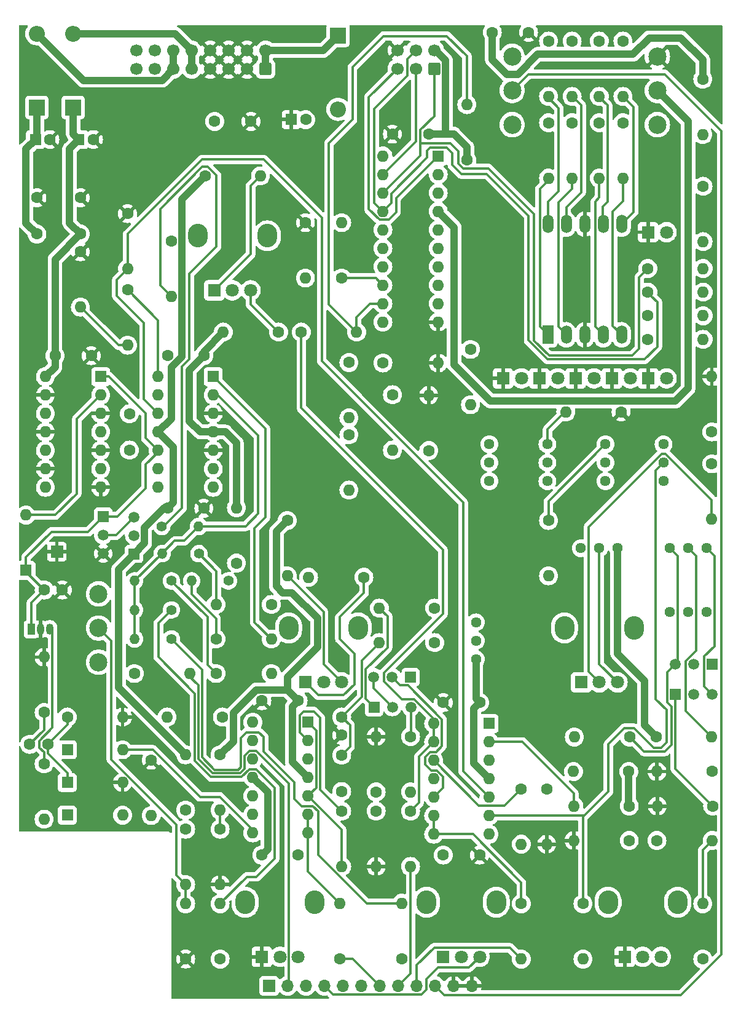
<source format=gtl>
G04 #@! TF.GenerationSoftware,KiCad,Pcbnew,8.0.5*
G04 #@! TF.CreationDate,2024-10-01T23:12:58+02:00*
G04 #@! TF.ProjectId,DMH_VCO_40106_PCB,444d485f-5643-44f5-9f34-303130365f50,1*
G04 #@! TF.SameCoordinates,Original*
G04 #@! TF.FileFunction,Copper,L1,Top*
G04 #@! TF.FilePolarity,Positive*
%FSLAX46Y46*%
G04 Gerber Fmt 4.6, Leading zero omitted, Abs format (unit mm)*
G04 Created by KiCad (PCBNEW 8.0.5) date 2024-10-01 23:12:58*
%MOMM*%
%LPD*%
G01*
G04 APERTURE LIST*
G04 Aperture macros list*
%AMRoundRect*
0 Rectangle with rounded corners*
0 $1 Rounding radius*
0 $2 $3 $4 $5 $6 $7 $8 $9 X,Y pos of 4 corners*
0 Add a 4 corners polygon primitive as box body*
4,1,4,$2,$3,$4,$5,$6,$7,$8,$9,$2,$3,0*
0 Add four circle primitives for the rounded corners*
1,1,$1+$1,$2,$3*
1,1,$1+$1,$4,$5*
1,1,$1+$1,$6,$7*
1,1,$1+$1,$8,$9*
0 Add four rect primitives between the rounded corners*
20,1,$1+$1,$2,$3,$4,$5,0*
20,1,$1+$1,$4,$5,$6,$7,0*
20,1,$1+$1,$6,$7,$8,$9,0*
20,1,$1+$1,$8,$9,$2,$3,0*%
G04 Aperture macros list end*
G04 #@! TA.AperFunction,ComponentPad*
%ADD10R,1.800000X1.800000*%
G04 #@! TD*
G04 #@! TA.AperFunction,ComponentPad*
%ADD11C,1.800000*%
G04 #@! TD*
G04 #@! TA.AperFunction,ComponentPad*
%ADD12O,2.720000X3.240000*%
G04 #@! TD*
G04 #@! TA.AperFunction,ComponentPad*
%ADD13C,1.440000*%
G04 #@! TD*
G04 #@! TA.AperFunction,ComponentPad*
%ADD14C,2.500000*%
G04 #@! TD*
G04 #@! TA.AperFunction,ComponentPad*
%ADD15R,1.524000X2.524000*%
G04 #@! TD*
G04 #@! TA.AperFunction,ComponentPad*
%ADD16O,1.524000X2.524000*%
G04 #@! TD*
G04 #@! TA.AperFunction,ComponentPad*
%ADD17R,1.700000X1.700000*%
G04 #@! TD*
G04 #@! TA.AperFunction,ComponentPad*
%ADD18R,2.200000X2.200000*%
G04 #@! TD*
G04 #@! TA.AperFunction,ComponentPad*
%ADD19O,2.200000X2.200000*%
G04 #@! TD*
G04 #@! TA.AperFunction,ComponentPad*
%ADD20C,1.600000*%
G04 #@! TD*
G04 #@! TA.AperFunction,ComponentPad*
%ADD21O,1.600000X1.600000*%
G04 #@! TD*
G04 #@! TA.AperFunction,ComponentPad*
%ADD22R,1.600000X1.600000*%
G04 #@! TD*
G04 #@! TA.AperFunction,ComponentPad*
%ADD23C,1.400000*%
G04 #@! TD*
G04 #@! TA.AperFunction,ComponentPad*
%ADD24O,1.400000X1.400000*%
G04 #@! TD*
G04 #@! TA.AperFunction,ComponentPad*
%ADD25RoundRect,0.250000X0.600000X-0.600000X0.600000X0.600000X-0.600000X0.600000X-0.600000X-0.600000X0*%
G04 #@! TD*
G04 #@! TA.AperFunction,ComponentPad*
%ADD26C,1.700000*%
G04 #@! TD*
G04 #@! TA.AperFunction,ComponentPad*
%ADD27R,1.500000X1.500000*%
G04 #@! TD*
G04 #@! TA.AperFunction,ComponentPad*
%ADD28C,1.500000*%
G04 #@! TD*
G04 #@! TA.AperFunction,ComponentPad*
%ADD29R,1.050000X1.500000*%
G04 #@! TD*
G04 #@! TA.AperFunction,ComponentPad*
%ADD30O,1.050000X1.500000*%
G04 #@! TD*
G04 #@! TA.AperFunction,ComponentPad*
%ADD31O,1.700000X1.700000*%
G04 #@! TD*
G04 #@! TA.AperFunction,Conductor*
%ADD32C,1.000000*%
G04 #@! TD*
G04 #@! TA.AperFunction,Conductor*
%ADD33C,0.300000*%
G04 #@! TD*
G04 APERTURE END LIST*
D10*
X133225000Y-111620000D03*
D11*
X135765000Y-111620000D03*
D12*
X82700000Y-183750000D03*
X92300000Y-183750000D03*
D10*
X85000000Y-191250000D03*
D11*
X87500000Y-191250000D03*
X90000000Y-191250000D03*
D13*
X124350000Y-120700000D03*
X124350000Y-123240000D03*
X124350000Y-125780000D03*
D12*
X126700000Y-145975000D03*
X136300000Y-145975000D03*
D10*
X129000000Y-153475000D03*
D11*
X131500000Y-153475000D03*
X134000000Y-153475000D03*
D14*
X119500000Y-76700000D03*
X119500000Y-72000000D03*
X119500000Y-67300000D03*
D12*
X107700000Y-183750000D03*
X117300000Y-183750000D03*
D10*
X110000000Y-191250000D03*
D11*
X112500000Y-191250000D03*
X115000000Y-191250000D03*
D10*
X118225000Y-111620000D03*
D11*
X120765000Y-111620000D03*
D10*
X123225000Y-111620000D03*
D11*
X125765000Y-111620000D03*
D13*
X132350000Y-120700000D03*
X132350000Y-123240000D03*
X132350000Y-125780000D03*
D10*
X138225000Y-91500000D03*
D11*
X140765000Y-91500000D03*
D13*
X140350000Y-120700000D03*
X140350000Y-123240000D03*
X140350000Y-125780000D03*
D10*
X138225000Y-111620000D03*
D11*
X140765000Y-111620000D03*
D15*
X124420000Y-105620000D03*
D16*
X126960000Y-105620000D03*
X129500000Y-105620000D03*
X132040000Y-105620000D03*
X134580000Y-105620000D03*
X134580000Y-90380000D03*
X132040000Y-90380000D03*
X129500000Y-90380000D03*
X126960000Y-90380000D03*
X124420000Y-90380000D03*
D14*
X62500000Y-150700000D03*
X62500000Y-146000000D03*
X62500000Y-141300000D03*
D10*
X128225000Y-111620000D03*
D11*
X130765000Y-111620000D03*
D14*
X139500000Y-76700000D03*
X139500000Y-72000000D03*
X139500000Y-67300000D03*
D12*
X88700000Y-145975000D03*
X98300000Y-145975000D03*
D10*
X91000000Y-153475000D03*
D11*
X93500000Y-153475000D03*
X96000000Y-153475000D03*
D17*
X56750000Y-135500000D03*
D12*
X132700000Y-183750000D03*
X142300000Y-183750000D03*
D10*
X135000000Y-191250000D03*
D11*
X137500000Y-191250000D03*
X140000000Y-191250000D03*
D12*
X76150000Y-92000000D03*
X85750000Y-92000000D03*
D10*
X78450000Y-99500000D03*
D11*
X80950000Y-99500000D03*
X83450000Y-99500000D03*
D13*
X116350000Y-120700000D03*
X116350000Y-123240000D03*
X116350000Y-125780000D03*
D18*
X54000000Y-74330000D03*
D19*
X54000000Y-64170000D03*
D20*
X96000000Y-97810000D03*
D21*
X96000000Y-90190000D03*
D20*
X138190000Y-103000000D03*
D21*
X145810000Y-103000000D03*
D22*
X109300000Y-81010000D03*
D21*
X109300000Y-83550000D03*
X109300000Y-86090000D03*
X109300000Y-88630000D03*
X109300000Y-91170000D03*
X109300000Y-93710000D03*
X109300000Y-96250000D03*
X109300000Y-98790000D03*
X109300000Y-101330000D03*
X109300000Y-103870000D03*
X101680000Y-103870000D03*
X101680000Y-101330000D03*
X101680000Y-98790000D03*
X101680000Y-96250000D03*
X101680000Y-93710000D03*
X101680000Y-91170000D03*
X101680000Y-88630000D03*
X101680000Y-86090000D03*
X101680000Y-83550000D03*
X101680000Y-81010000D03*
D20*
X103000000Y-113880000D03*
D21*
X103000000Y-121500000D03*
D22*
X53794888Y-78750000D03*
D20*
X55794888Y-78750000D03*
X120750000Y-183940000D03*
D21*
X120750000Y-191560000D03*
D20*
X134750000Y-65190000D03*
D21*
X134750000Y-72810000D03*
D22*
X91370000Y-158960000D03*
D21*
X91370000Y-161500000D03*
X91370000Y-164040000D03*
X91370000Y-166580000D03*
X91370000Y-169120000D03*
X91370000Y-171660000D03*
X91370000Y-174200000D03*
X83750000Y-174200000D03*
X83750000Y-171660000D03*
X83750000Y-169120000D03*
X83750000Y-166580000D03*
X83750000Y-164040000D03*
X83750000Y-161500000D03*
X83750000Y-158960000D03*
D23*
X72540000Y-143500000D03*
D24*
X67460000Y-143500000D03*
D25*
X85500000Y-69040000D03*
D26*
X85500000Y-66500000D03*
X82960000Y-69040000D03*
X82960000Y-66500000D03*
X80420000Y-69040000D03*
X80420000Y-66500000D03*
X77880000Y-69040000D03*
X77880000Y-66500000D03*
X75340000Y-69040000D03*
X75340000Y-66500000D03*
X72800000Y-69040000D03*
X72800000Y-66500000D03*
X70260000Y-69040000D03*
X70260000Y-66500000D03*
X67720000Y-69040000D03*
X67720000Y-66500000D03*
D20*
X58190000Y-158250000D03*
D21*
X65810000Y-158250000D03*
D20*
X116750000Y-64000000D03*
X121750000Y-64000000D03*
D22*
X78300000Y-111375000D03*
D21*
X78300000Y-113915000D03*
X78300000Y-116455000D03*
X78300000Y-118995000D03*
X78300000Y-121535000D03*
X78300000Y-124075000D03*
X78300000Y-126615000D03*
X70680000Y-126615000D03*
X70680000Y-124075000D03*
X70680000Y-121535000D03*
X70680000Y-118995000D03*
X70680000Y-116455000D03*
X70680000Y-113915000D03*
X70680000Y-111375000D03*
D20*
X87310000Y-105250000D03*
D21*
X79690000Y-105250000D03*
D20*
X147060000Y-165750000D03*
D21*
X139440000Y-165750000D03*
D20*
X77000000Y-129500000D03*
X72000000Y-129500000D03*
X108000000Y-121560000D03*
D21*
X108000000Y-113940000D03*
D20*
X99060000Y-139000000D03*
D21*
X91440000Y-139000000D03*
D20*
X147000000Y-123380000D03*
D21*
X147000000Y-131000000D03*
D20*
X124500000Y-65190000D03*
D21*
X124500000Y-72810000D03*
D20*
X60000000Y-94190000D03*
D21*
X60000000Y-101810000D03*
D20*
X54000000Y-91750000D03*
X54000000Y-86750000D03*
X139380000Y-161000000D03*
D21*
X147000000Y-161000000D03*
D20*
X66500000Y-99440000D03*
D21*
X66500000Y-107060000D03*
D20*
X120750000Y-168130000D03*
D21*
X120750000Y-175750000D03*
D27*
X63140000Y-130670000D03*
D28*
X63140000Y-133210000D03*
X63140000Y-135750000D03*
D22*
X89044888Y-76000000D03*
D20*
X91044888Y-76000000D03*
X124500000Y-76440000D03*
D21*
X124500000Y-84060000D03*
D20*
X131500000Y-65190000D03*
D21*
X131500000Y-72810000D03*
D20*
X77190000Y-83750000D03*
D21*
X84810000Y-83750000D03*
D20*
X127750000Y-65190000D03*
D21*
X127750000Y-72810000D03*
D20*
X96000000Y-160750000D03*
X96000000Y-158250000D03*
X127750000Y-76440000D03*
D21*
X127750000Y-84060000D03*
D20*
X91000000Y-90190000D03*
D21*
X91000000Y-97810000D03*
D20*
X108810000Y-143250000D03*
D21*
X101190000Y-143250000D03*
D20*
X138190000Y-96500000D03*
D21*
X145810000Y-96500000D03*
D23*
X72540000Y-147500000D03*
D24*
X67460000Y-147500000D03*
D20*
X138190000Y-106250000D03*
D21*
X145810000Y-106250000D03*
D20*
X90440000Y-105250000D03*
D21*
X98060000Y-105250000D03*
D20*
X124500000Y-131190000D03*
D21*
X124500000Y-138810000D03*
D20*
X138190000Y-99750000D03*
D21*
X145810000Y-99750000D03*
D20*
X86310000Y-142750000D03*
D21*
X78690000Y-142750000D03*
D27*
X141960000Y-155140000D03*
D28*
X144500000Y-155140000D03*
X147040000Y-155140000D03*
D13*
X114500000Y-150290000D03*
X114500000Y-147750000D03*
X114500000Y-145210000D03*
D20*
X96000000Y-163500000D03*
X96000000Y-168500000D03*
X53000000Y-162000000D03*
X55500000Y-162000000D03*
X79560000Y-158250000D03*
D21*
X71940000Y-158250000D03*
D20*
X100750000Y-171190000D03*
D21*
X100750000Y-178810000D03*
D20*
X96000000Y-171190000D03*
D21*
X96000000Y-178810000D03*
D20*
X66500000Y-88940000D03*
D21*
X66500000Y-96560000D03*
D20*
X69750000Y-164190000D03*
D21*
X69750000Y-171810000D03*
D20*
X74500000Y-191560000D03*
D21*
X74500000Y-183940000D03*
D13*
X128950000Y-135000000D03*
X131490000Y-135000000D03*
X134030000Y-135000000D03*
D20*
X113250000Y-81560000D03*
D21*
X113250000Y-73940000D03*
D20*
X74500000Y-173690000D03*
D21*
X74500000Y-181310000D03*
D20*
X134750000Y-76440000D03*
D21*
X134750000Y-84060000D03*
D20*
X55000000Y-140750000D03*
X57500000Y-140750000D03*
X66750000Y-121500000D03*
X66750000Y-116500000D03*
X104250000Y-191500000D03*
D21*
X104250000Y-183880000D03*
D20*
X79250000Y-173690000D03*
D21*
X79250000Y-181310000D03*
D20*
X145800000Y-85180000D03*
D21*
X145800000Y-92800000D03*
D27*
X105500000Y-152750000D03*
D28*
X102960000Y-152750000D03*
X100420000Y-152750000D03*
D20*
X79250000Y-191560000D03*
D21*
X79250000Y-183940000D03*
D22*
X62800000Y-111375000D03*
D21*
X62800000Y-113915000D03*
X62800000Y-116455000D03*
X62800000Y-118995000D03*
X62800000Y-121535000D03*
X62800000Y-124075000D03*
X62800000Y-126615000D03*
X55180000Y-126615000D03*
X55180000Y-124075000D03*
X55180000Y-121535000D03*
X55180000Y-118995000D03*
X55180000Y-116455000D03*
X55180000Y-113915000D03*
X55180000Y-111375000D03*
D23*
X80400000Y-139500000D03*
D24*
X75320000Y-139500000D03*
D20*
X72500000Y-92690000D03*
D21*
X72500000Y-100310000D03*
D22*
X58190000Y-167250000D03*
D21*
X65810000Y-167250000D03*
D20*
X134500000Y-116250000D03*
D21*
X126880000Y-116250000D03*
D20*
X147000000Y-119000000D03*
D21*
X147000000Y-111380000D03*
D20*
X145750000Y-191560000D03*
D21*
X145750000Y-183940000D03*
D27*
X67390000Y-135790000D03*
D28*
X67390000Y-133250000D03*
X67390000Y-130710000D03*
D20*
X101690000Y-109500000D03*
D21*
X109310000Y-109500000D03*
D20*
X115000000Y-156250000D03*
X110000000Y-156250000D03*
X60000000Y-91750000D03*
X60000000Y-86750000D03*
D22*
X58190000Y-171750000D03*
D21*
X65810000Y-171750000D03*
D20*
X100750000Y-168560000D03*
D21*
X100750000Y-160940000D03*
D27*
X147040000Y-151000000D03*
D28*
X144500000Y-151000000D03*
X141960000Y-151000000D03*
D20*
X135620000Y-170500000D03*
D21*
X128000000Y-170500000D03*
D20*
X108810000Y-148000000D03*
D21*
X101190000Y-148000000D03*
D22*
X116300000Y-159125000D03*
D21*
X116300000Y-161665000D03*
X116300000Y-164205000D03*
X116300000Y-166745000D03*
X116300000Y-169285000D03*
X116300000Y-171825000D03*
X116300000Y-174365000D03*
X108680000Y-174365000D03*
X108680000Y-171825000D03*
X108680000Y-169285000D03*
X108680000Y-166745000D03*
X108680000Y-164205000D03*
X108680000Y-161665000D03*
X108680000Y-159125000D03*
D20*
X78690000Y-147500000D03*
D21*
X86310000Y-147500000D03*
D20*
X129250000Y-183940000D03*
D21*
X129250000Y-191560000D03*
D20*
X95750000Y-191500000D03*
D21*
X95750000Y-183880000D03*
D20*
X145750000Y-70440000D03*
D21*
X145750000Y-78060000D03*
D22*
X59794888Y-78750000D03*
D20*
X61794888Y-78750000D03*
D23*
X72540000Y-139500000D03*
D24*
X67460000Y-139500000D03*
D20*
X147120000Y-170500000D03*
D21*
X139500000Y-170500000D03*
D20*
X108000000Y-78000000D03*
X103000000Y-78000000D03*
X105500000Y-171190000D03*
D21*
X105500000Y-178810000D03*
D23*
X76330000Y-135750000D03*
D24*
X71250000Y-135750000D03*
D18*
X95500000Y-64420000D03*
D19*
X95500000Y-74580000D03*
D20*
X56500000Y-108500000D03*
X61500000Y-108500000D03*
D25*
X108750000Y-69000000D03*
D26*
X108750000Y-66460000D03*
X106210000Y-69000000D03*
X106210000Y-66460000D03*
X103670000Y-69000000D03*
X103670000Y-66460000D03*
D20*
X55000000Y-157620000D03*
D21*
X55000000Y-150000000D03*
D20*
X77000000Y-108500000D03*
X72000000Y-108500000D03*
X90000000Y-177250000D03*
X85000000Y-177250000D03*
X55000000Y-164690000D03*
D21*
X55000000Y-172310000D03*
D22*
X58190000Y-162750000D03*
D21*
X65810000Y-162750000D03*
D20*
X115000000Y-177250000D03*
X110000000Y-177250000D03*
D23*
X71210000Y-132000000D03*
D24*
X76290000Y-132000000D03*
D20*
X113750000Y-107630000D03*
D21*
X113750000Y-115250000D03*
D20*
X135620000Y-175250000D03*
D21*
X128000000Y-175250000D03*
D20*
X97000000Y-119380000D03*
D21*
X97000000Y-127000000D03*
D20*
X78690000Y-152250000D03*
D21*
X86310000Y-152250000D03*
D13*
X146290000Y-143750000D03*
X143750000Y-143750000D03*
X141210000Y-143750000D03*
D20*
X67440000Y-152250000D03*
D21*
X75060000Y-152250000D03*
D13*
X146290000Y-135000000D03*
X143750000Y-135000000D03*
X141210000Y-135000000D03*
D20*
X124250000Y-168130000D03*
D21*
X124250000Y-175750000D03*
D20*
X81500000Y-137060000D03*
D21*
X81500000Y-129440000D03*
D29*
X53230000Y-146140000D03*
D30*
X54500000Y-146140000D03*
X55770000Y-146140000D03*
D20*
X79250000Y-163440000D03*
D21*
X79250000Y-171060000D03*
D20*
X88500000Y-131190000D03*
D21*
X88500000Y-138810000D03*
D20*
X131500000Y-76440000D03*
D21*
X131500000Y-84060000D03*
D18*
X59000000Y-74330000D03*
D19*
X59000000Y-64170000D03*
D20*
X90000000Y-156000000D03*
X85000000Y-156000000D03*
X83500000Y-76250000D03*
X78500000Y-76250000D03*
X105500000Y-160940000D03*
D21*
X105500000Y-168560000D03*
D22*
X52500000Y-138060000D03*
D21*
X52500000Y-130440000D03*
D20*
X139440000Y-175250000D03*
D21*
X147060000Y-175250000D03*
D20*
X97000000Y-109440000D03*
D21*
X97000000Y-117060000D03*
D17*
X86010000Y-195250000D03*
D31*
X88550000Y-195250000D03*
X91090000Y-195250000D03*
X93630000Y-195250000D03*
X96170000Y-195250000D03*
X98710000Y-195250000D03*
X101250000Y-195250000D03*
X103790000Y-195250000D03*
X106330000Y-195250000D03*
X108870000Y-195250000D03*
X111410000Y-195250000D03*
X113950000Y-195250000D03*
D20*
X74500000Y-171060000D03*
D21*
X74500000Y-163440000D03*
D27*
X100460000Y-156890000D03*
D28*
X103000000Y-156890000D03*
X105540000Y-156890000D03*
D20*
X135560000Y-165750000D03*
D21*
X127940000Y-165750000D03*
D20*
X135680000Y-161000000D03*
D21*
X128060000Y-161000000D03*
D32*
X138225000Y-91500000D02*
X138250000Y-91500000D01*
D33*
X129500000Y-90380000D02*
X129650000Y-90230000D01*
D32*
X114200001Y-164645001D02*
X116300000Y-166745000D01*
X135560000Y-170440000D02*
X135620000Y-170500000D01*
X81500000Y-120500000D02*
X81500000Y-129440000D01*
X78300000Y-118995000D02*
X79995000Y-118995000D01*
X114500000Y-155750000D02*
X115000000Y-156250000D01*
X90000000Y-156000000D02*
X89200001Y-156799999D01*
X87000000Y-140241321D02*
X87878679Y-141120000D01*
X77000000Y-108500000D02*
X75000000Y-110500000D01*
X88500000Y-131190000D02*
X87000000Y-132690000D01*
X88500000Y-152775000D02*
X88500000Y-154500000D01*
X79995000Y-118995000D02*
X81500000Y-120500000D01*
X135560000Y-165750000D02*
X135560000Y-170440000D01*
X56500000Y-110055000D02*
X55180000Y-111375000D01*
X75000000Y-110500000D02*
X75000000Y-117500000D01*
X56500000Y-108500000D02*
X56500000Y-110055000D01*
X76495000Y-118995000D02*
X78300000Y-118995000D01*
X92650000Y-148625000D02*
X88500000Y-152775000D01*
X89200001Y-164410001D02*
X91370000Y-166580000D01*
X77000000Y-108500000D02*
X77000000Y-107940000D01*
X89120000Y-141120000D02*
X92650000Y-144650000D01*
X81060000Y-157690000D02*
X84250000Y-154500000D01*
X88500000Y-154500000D02*
X90000000Y-156000000D01*
X60000000Y-91750000D02*
X56500000Y-95250000D01*
X59000000Y-74330000D02*
X59000000Y-77955112D01*
X59000000Y-77955112D02*
X59794888Y-78750000D01*
X75000000Y-117500000D02*
X76495000Y-118995000D01*
X87878679Y-141120000D02*
X89120000Y-141120000D01*
X77000000Y-107940000D02*
X79690000Y-105250000D01*
X60000000Y-91750000D02*
X58500000Y-90250000D01*
X89200001Y-156799999D02*
X89200001Y-164410001D01*
X92650000Y-144650000D02*
X92650000Y-148625000D01*
X115000000Y-156250000D02*
X114200001Y-157049999D01*
X87000000Y-132690000D02*
X87000000Y-140241321D01*
X79250000Y-163440000D02*
X81060000Y-161630000D01*
X56500000Y-95250000D02*
X56500000Y-108500000D01*
X81060000Y-161630000D02*
X81060000Y-157690000D01*
X84250000Y-154500000D02*
X88500000Y-154500000D01*
X58500000Y-90250000D02*
X58500000Y-80044888D01*
X58500000Y-80044888D02*
X59794888Y-78750000D01*
X114200001Y-157049999D02*
X114200001Y-164645001D01*
X114500000Y-150290000D02*
X114500000Y-155750000D01*
X85799999Y-168629999D02*
X83750000Y-166580000D01*
X65250000Y-137930000D02*
X65250000Y-154190000D01*
X85799999Y-176450001D02*
X85799999Y-168629999D01*
X137750000Y-153250000D02*
X137750000Y-159370000D01*
X67390000Y-135790000D02*
X68840000Y-134340000D01*
X72500000Y-110121321D02*
X74000000Y-108621321D01*
X68840000Y-134340000D02*
X68840000Y-132160000D01*
X65250000Y-154190000D02*
X74500000Y-163440000D01*
X68840000Y-132160000D02*
X71500000Y-129500000D01*
X72799999Y-128700001D02*
X72000000Y-129500000D01*
X71500000Y-129500000D02*
X72000000Y-129500000D01*
X85000000Y-177250000D02*
X85799999Y-176450001D01*
X70680000Y-118995000D02*
X72799999Y-121114999D01*
X74000000Y-86940000D02*
X77190000Y-83750000D01*
X67390000Y-135790000D02*
X65250000Y-137930000D01*
X70680000Y-118995000D02*
X72500000Y-117175000D01*
X72799999Y-121114999D02*
X72799999Y-128700001D01*
X137750000Y-159370000D02*
X139380000Y-161000000D01*
X72500000Y-117175000D02*
X72500000Y-110121321D01*
X134030000Y-135000000D02*
X134030000Y-149530000D01*
X74000000Y-108621321D02*
X74000000Y-86940000D01*
X134030000Y-149530000D02*
X137750000Y-153250000D01*
X123000000Y-67000000D02*
X120250000Y-69750000D01*
X54000000Y-91750000D02*
X52500000Y-90250000D01*
X145750000Y-70440000D02*
X145750000Y-67750000D01*
X120250000Y-69750000D02*
X118750000Y-69750000D01*
X54000000Y-74330000D02*
X54000000Y-78544888D01*
X138375000Y-64750000D02*
X136125000Y-67000000D01*
X108000000Y-78000000D02*
X111500000Y-78000000D01*
X113250000Y-79750000D02*
X113250000Y-81560000D01*
X118750000Y-69750000D02*
X116750000Y-67750000D01*
X111500000Y-78000000D02*
X113250000Y-79750000D01*
X108000000Y-78000000D02*
X110250000Y-78000000D01*
X145750000Y-67750000D02*
X142750000Y-64750000D01*
X116750000Y-67750000D02*
X116750000Y-64000000D01*
X110300000Y-77950000D02*
X110300000Y-67800000D01*
X52500000Y-90250000D02*
X52500000Y-80044888D01*
X136125000Y-67000000D02*
X123000000Y-67000000D01*
X142750000Y-64750000D02*
X138375000Y-64750000D01*
X110300000Y-67800000D02*
X108960000Y-66460000D01*
X108960000Y-66460000D02*
X108750000Y-66460000D01*
X52500000Y-80044888D02*
X53794888Y-78750000D01*
X110250000Y-78000000D02*
X110300000Y-77950000D01*
X54000000Y-78544888D02*
X53794888Y-78750000D01*
D33*
X63900000Y-111375000D02*
X69000000Y-116475000D01*
X69000000Y-123500000D02*
X69000000Y-126750000D01*
X55000000Y-140750000D02*
X53230000Y-142520000D01*
X70680000Y-121535000D02*
X70680000Y-121820000D01*
X56000000Y-132750000D02*
X52500000Y-136250000D01*
X69000000Y-119855000D02*
X70680000Y-121535000D01*
X53230000Y-142520000D02*
X53230000Y-146140000D01*
X70680000Y-121820000D02*
X69000000Y-123500000D01*
X65080000Y-130670000D02*
X63140000Y-130670000D01*
X63140000Y-130670000D02*
X61060000Y-132750000D01*
X61060000Y-132750000D02*
X56000000Y-132750000D01*
X62800000Y-111375000D02*
X63900000Y-111375000D01*
X69000000Y-126750000D02*
X65080000Y-130670000D01*
X52500000Y-136250000D02*
X52500000Y-138060000D01*
X69000000Y-116475000D02*
X69000000Y-119855000D01*
X52500000Y-138250000D02*
X55000000Y-140750000D01*
X52500000Y-138060000D02*
X52500000Y-138250000D01*
X65250000Y-107060000D02*
X60000000Y-101810000D01*
X66500000Y-107060000D02*
X65250000Y-107060000D01*
X84500000Y-119500000D02*
X78915000Y-113915000D01*
X82750000Y-132000000D02*
X84500000Y-130250000D01*
X71250000Y-135750000D02*
X67500000Y-139500000D01*
X78690000Y-144690000D02*
X75320000Y-141320000D01*
X73000000Y-134000000D02*
X74290000Y-134000000D01*
X84500000Y-130250000D02*
X84500000Y-119500000D01*
X67460000Y-143500000D02*
X67460000Y-139500000D01*
X75320000Y-141320000D02*
X75320000Y-139500000D01*
X71250000Y-135750000D02*
X73000000Y-134000000D01*
X76290000Y-132000000D02*
X82750000Y-132000000D01*
X67460000Y-147500000D02*
X67460000Y-143500000D01*
X78915000Y-113915000D02*
X78300000Y-113915000D01*
X67500000Y-139500000D02*
X67460000Y-139500000D01*
X78690000Y-147500000D02*
X78690000Y-144690000D01*
X67460000Y-143500000D02*
X67500000Y-143540000D01*
X74290000Y-134000000D02*
X76290000Y-132000000D01*
X71250000Y-136290000D02*
X71250000Y-135750000D01*
X97150000Y-162350000D02*
X97150000Y-159400000D01*
X101190000Y-148060000D02*
X98750000Y-150500000D01*
X98750000Y-150500000D02*
X98750000Y-155500000D01*
X101190000Y-148000000D02*
X101190000Y-148060000D01*
X97150000Y-159400000D02*
X96000000Y-158250000D01*
X98750000Y-155500000D02*
X96000000Y-158250000D01*
X96000000Y-163500000D02*
X97150000Y-162350000D01*
X58190000Y-165940000D02*
X58190000Y-167250000D01*
X55500000Y-163250000D02*
X58190000Y-165940000D01*
X58190000Y-159310000D02*
X58190000Y-158250000D01*
X55500000Y-162000000D02*
X58190000Y-159310000D01*
X55500000Y-162000000D02*
X55500000Y-163250000D01*
X55000000Y-157620000D02*
X55000000Y-160000000D01*
X55000000Y-160000000D02*
X53000000Y-162000000D01*
X59500000Y-127500000D02*
X56560000Y-130440000D01*
X56560000Y-130440000D02*
X52500000Y-130440000D01*
X59500000Y-117215000D02*
X59500000Y-127500000D01*
X62800000Y-113915000D02*
X59500000Y-117215000D01*
X65810000Y-162750000D02*
X70000000Y-162750000D01*
X76500000Y-169250000D02*
X79250000Y-169250000D01*
X70000000Y-162750000D02*
X76500000Y-169250000D01*
X79250000Y-169250000D02*
X83750000Y-173750000D01*
X83750000Y-173750000D02*
X83750000Y-174200000D01*
X101860000Y-153360000D02*
X104290000Y-155790000D01*
X109960000Y-135210000D02*
X109960000Y-144060000D01*
X106650000Y-170040000D02*
X105500000Y-171190000D01*
X90440000Y-105250000D02*
X90440000Y-115690000D01*
X108680000Y-161665000D02*
X106650000Y-163695000D01*
X108680000Y-158474365D02*
X108680000Y-159125000D01*
X90440000Y-115690000D02*
X109960000Y-135210000D01*
X106650000Y-163695000D02*
X106650000Y-170040000D01*
X108680000Y-159125000D02*
X108680000Y-161665000D01*
X105995635Y-155790000D02*
X108680000Y-158474365D01*
X109960000Y-144060000D02*
X101860000Y-152160000D01*
X101860000Y-152160000D02*
X101860000Y-153360000D01*
X104290000Y-155790000D02*
X105995635Y-155790000D01*
X110500000Y-64500000D02*
X113250000Y-67250000D01*
X97500000Y-68750000D02*
X101750000Y-64500000D01*
X98060000Y-105250000D02*
X98060000Y-103190000D01*
X99920000Y-101330000D02*
X101680000Y-101330000D01*
X94250000Y-101440000D02*
X94250000Y-79250000D01*
X98060000Y-103190000D02*
X99920000Y-101330000D01*
X101750000Y-64500000D02*
X110500000Y-64500000D01*
X97500000Y-76000000D02*
X97500000Y-68750000D01*
X113250000Y-67250000D02*
X113250000Y-73940000D01*
X98060000Y-105250000D02*
X94250000Y-101440000D01*
X94250000Y-79250000D02*
X97500000Y-76000000D01*
X135765000Y-110985000D02*
X135765000Y-111620000D01*
X140940000Y-111620000D02*
X140765000Y-111620000D01*
X146135000Y-106250000D02*
X146310000Y-106250000D01*
D32*
X111500000Y-90830000D02*
X109300000Y-88630000D01*
X116500000Y-114750000D02*
X111500000Y-109750000D01*
X143750000Y-76250000D02*
X143750000Y-113000000D01*
X143750000Y-113000000D02*
X142000000Y-114750000D01*
X142000000Y-114750000D02*
X116500000Y-114750000D01*
X139500000Y-72000000D02*
X143750000Y-76250000D01*
X111500000Y-109750000D02*
X111500000Y-90830000D01*
X85500000Y-66500000D02*
X85500000Y-69040000D01*
X85500000Y-66500000D02*
X93420000Y-66500000D01*
X93420000Y-66500000D02*
X95500000Y-64420000D01*
X73010000Y-64170000D02*
X75340000Y-66500000D01*
X59000000Y-64170000D02*
X73010000Y-64170000D01*
X75340000Y-66500000D02*
X75340000Y-69040000D01*
X54000000Y-64170000D02*
X60420000Y-70590000D01*
X71250000Y-70590000D02*
X72800000Y-69040000D01*
X72800000Y-66500000D02*
X72800000Y-69040000D01*
X60420000Y-70590000D02*
X71250000Y-70590000D01*
D33*
X76250000Y-164000000D02*
X76250000Y-153890000D01*
X78250000Y-166000000D02*
X76250000Y-164000000D01*
X81996548Y-166000000D02*
X78250000Y-166000000D01*
X82600000Y-165396548D02*
X81996548Y-166000000D01*
X88550000Y-195250000D02*
X88750000Y-195050000D01*
X82600000Y-163563654D02*
X82600000Y-165396548D01*
X88750000Y-167413654D02*
X84226346Y-162890000D01*
X84226346Y-162890000D02*
X83273654Y-162890000D01*
X83273654Y-162890000D02*
X82600000Y-163563654D01*
X88750000Y-195050000D02*
X88750000Y-167413654D01*
X74810000Y-152250000D02*
X74810000Y-152310000D01*
X76250000Y-153890000D02*
X74610000Y-152250000D01*
X121750000Y-69750000D02*
X140500000Y-69750000D01*
X110120000Y-196500000D02*
X108870000Y-195250000D01*
X148350000Y-77600000D02*
X148350000Y-190900000D01*
X148350000Y-190900000D02*
X142750000Y-196500000D01*
X142750000Y-196500000D02*
X110120000Y-196500000D01*
X119500000Y-72000000D02*
X121750000Y-69750000D01*
X140500000Y-69750000D02*
X148350000Y-77600000D01*
X108750000Y-195130000D02*
X108870000Y-195250000D01*
X115000000Y-191250000D02*
X113500000Y-192750000D01*
X109250000Y-192750000D02*
X107670000Y-194330000D01*
X107670000Y-195747057D02*
X106967057Y-196450000D01*
X113500000Y-192750000D02*
X109250000Y-192750000D01*
X106967057Y-196450000D02*
X94830000Y-196450000D01*
X107670000Y-194330000D02*
X107670000Y-195747057D01*
X94830000Y-196450000D02*
X93630000Y-195250000D01*
X106330000Y-195250000D02*
X106330000Y-192420000D01*
X108750000Y-190000000D02*
X106330000Y-192420000D01*
X119190000Y-190000000D02*
X108750000Y-190000000D01*
X120750000Y-191560000D02*
X119190000Y-190000000D01*
X105500000Y-178810000D02*
X105500000Y-193540000D01*
X105500000Y-193540000D02*
X103790000Y-195250000D01*
X97500000Y-191500000D02*
X101250000Y-195250000D01*
X95750000Y-191500000D02*
X97500000Y-191500000D01*
X106210000Y-66460000D02*
X105010000Y-67660000D01*
X100500000Y-74500000D02*
X100500000Y-87450000D01*
X110453553Y-79853553D02*
X111250000Y-80650000D01*
X137750000Y-109000000D02*
X139500000Y-107250000D01*
X102830000Y-87480000D02*
X102830000Y-86170000D01*
X139500000Y-107250000D02*
X139500000Y-101125000D01*
X105010000Y-67660000D02*
X105010000Y-69990000D01*
X121750000Y-106381107D02*
X124368893Y-109000000D01*
X138690000Y-100315000D02*
X138690000Y-100190000D01*
X139500000Y-101125000D02*
X138690000Y-100315000D01*
X138190000Y-99750000D02*
X138690000Y-100250000D01*
X108156447Y-79853553D02*
X110453553Y-79853553D01*
X138690000Y-100250000D02*
X138690000Y-100315000D01*
X101680000Y-88630000D02*
X102830000Y-87480000D01*
X105010000Y-69990000D02*
X100500000Y-74500000D01*
X121750000Y-89250000D02*
X121750000Y-106381107D01*
X107750000Y-80260000D02*
X108156447Y-79853553D01*
X102830000Y-86170000D02*
X107750000Y-81250000D01*
X116000000Y-83500000D02*
X121750000Y-89250000D01*
X100500000Y-87450000D02*
X101680000Y-88630000D01*
X111250000Y-82250000D02*
X112500000Y-83500000D01*
X124368893Y-109000000D02*
X137750000Y-109000000D01*
X112500000Y-83500000D02*
X116000000Y-83500000D01*
X107750000Y-81250000D02*
X107750000Y-80260000D01*
X111250000Y-80650000D02*
X111250000Y-82250000D01*
X137000000Y-97690000D02*
X137000000Y-107542894D01*
X112773654Y-82710000D02*
X112100000Y-82036346D01*
X137000000Y-107542894D02*
X136042894Y-108500000D01*
X138190000Y-96500000D02*
X137000000Y-97690000D01*
X124576000Y-108500000D02*
X122515000Y-106439000D01*
X106850000Y-80920000D02*
X101680000Y-86090000D01*
X106850000Y-77400000D02*
X106850000Y-79250000D01*
X138690000Y-96500000D02*
X138190000Y-96500000D01*
X122515000Y-106439000D02*
X122515000Y-89015000D01*
X112100000Y-80350000D02*
X111000000Y-79250000D01*
X112100000Y-82036346D02*
X112100000Y-80350000D01*
X122515000Y-89015000D02*
X116210000Y-82710000D01*
X108750000Y-69000000D02*
X108750000Y-75500000D01*
X108750000Y-75500000D02*
X106850000Y-77400000D01*
X111000000Y-79250000D02*
X106850000Y-79250000D01*
X136042894Y-108500000D02*
X124576000Y-108500000D01*
X116210000Y-82710000D02*
X112773654Y-82710000D01*
X106850000Y-79250000D02*
X106850000Y-80920000D01*
X103500000Y-86810000D02*
X109300000Y-81010000D01*
X103670000Y-69000000D02*
X99750000Y-72920000D01*
X99750000Y-88326346D02*
X101203654Y-89780000D01*
X102470000Y-89780000D02*
X103500000Y-88750000D01*
X99750000Y-72920000D02*
X99750000Y-88326346D01*
X103500000Y-88750000D02*
X103500000Y-86810000D01*
X101203654Y-89780000D02*
X102470000Y-89780000D01*
X106210000Y-79020000D02*
X101680000Y-83550000D01*
X106210000Y-69000000D02*
X106210000Y-79020000D01*
X63140000Y-133210000D02*
X64890000Y-133210000D01*
X64890000Y-133210000D02*
X67390000Y-130710000D01*
X107530000Y-164780000D02*
X108345000Y-165595000D01*
X107530000Y-163728654D02*
X107530000Y-164780000D01*
X109000000Y-163055000D02*
X108203654Y-163055000D01*
X102960000Y-152750000D02*
X104060000Y-153850000D01*
X110000000Y-167965000D02*
X108680000Y-169285000D01*
X70680000Y-103620000D02*
X66500000Y-99440000D01*
X70680000Y-111375000D02*
X70680000Y-103620000D01*
X108203654Y-163055000D02*
X107530000Y-163728654D01*
X110000000Y-166438654D02*
X110000000Y-167965000D01*
X108345000Y-165595000D02*
X109156346Y-165595000D01*
X109830000Y-158580000D02*
X109830000Y-162225000D01*
X105100000Y-153850000D02*
X109830000Y-158580000D01*
X104060000Y-153850000D02*
X105100000Y-153850000D01*
X109156346Y-165595000D02*
X110000000Y-166438654D01*
X109830000Y-162225000D02*
X109000000Y-163055000D01*
X100420000Y-152750000D02*
X100420000Y-154310000D01*
X100420000Y-154310000D02*
X103000000Y-156890000D01*
X100460000Y-156890000D02*
X99320000Y-155750000D01*
X99320000Y-155750000D02*
X99320000Y-151694289D01*
X99320000Y-151694289D02*
X102340000Y-148674289D01*
X102340000Y-144400000D02*
X101190000Y-143250000D01*
X102340000Y-148674289D02*
X102340000Y-144400000D01*
X105540000Y-156890000D02*
X105540000Y-160900000D01*
X105540000Y-160900000D02*
X105500000Y-160940000D01*
X120915000Y-161665000D02*
X128000000Y-168750000D01*
X128000000Y-168750000D02*
X128000000Y-170500000D01*
X116300000Y-161665000D02*
X120915000Y-161665000D01*
X141460000Y-156840000D02*
X141460000Y-162040000D01*
X141210000Y-135000000D02*
X142280000Y-136070000D01*
X140860000Y-152100000D02*
X140860000Y-156240000D01*
X141960000Y-151000000D02*
X140860000Y-152100000D01*
X141460000Y-162040000D02*
X140500000Y-163000000D01*
X140860000Y-156240000D02*
X141460000Y-156840000D01*
X142280000Y-150680000D02*
X141960000Y-151000000D01*
X137680000Y-163000000D02*
X135680000Y-161000000D01*
X142280000Y-136070000D02*
X142280000Y-150680000D01*
X140500000Y-163000000D02*
X137680000Y-163000000D01*
X146290000Y-135000000D02*
X147360000Y-136070000D01*
X147360000Y-148480000D02*
X145940000Y-149900000D01*
X147360000Y-136070000D02*
X147360000Y-148480000D01*
X145940000Y-154040000D02*
X147040000Y-155140000D01*
X145940000Y-149900000D02*
X145940000Y-154040000D01*
X141960000Y-155140000D02*
X141960000Y-165340000D01*
X141960000Y-165340000D02*
X147120000Y-170500000D01*
X56150000Y-146520000D02*
X55770000Y-146140000D01*
X54350000Y-161523654D02*
X56150000Y-159723654D01*
X54350000Y-162476346D02*
X54350000Y-161523654D01*
X55000000Y-163126346D02*
X54350000Y-162476346D01*
X56150000Y-159723654D02*
X56150000Y-146520000D01*
X55000000Y-164690000D02*
X55000000Y-163126346D01*
X83450000Y-99500000D02*
X83450000Y-101450000D01*
X83450000Y-101450000D02*
X87250000Y-105250000D01*
X87250000Y-105250000D02*
X87310000Y-105250000D01*
X83450000Y-94500000D02*
X83450000Y-85110000D01*
X78450000Y-99500000D02*
X83450000Y-94500000D01*
X84810000Y-83750000D02*
X83450000Y-85110000D01*
X124350000Y-118650000D02*
X124350000Y-120700000D01*
X126880000Y-116250000D02*
X126750000Y-116250000D01*
X126750000Y-116250000D02*
X124350000Y-118650000D01*
X71000000Y-88313654D02*
X76813654Y-82500000D01*
X74000000Y-110000000D02*
X74000000Y-129480000D01*
X76813654Y-82500000D02*
X77566346Y-82500000D01*
X71000000Y-98810000D02*
X71000000Y-88313654D01*
X74000000Y-129480000D02*
X71480000Y-132000000D01*
X75000000Y-97250000D02*
X75000000Y-109000000D01*
X78750000Y-83683654D02*
X78750000Y-93500000D01*
X75000000Y-109000000D02*
X74000000Y-110000000D01*
X71480000Y-132000000D02*
X71210000Y-132000000D01*
X77566346Y-82500000D02*
X78750000Y-83683654D01*
X72500000Y-100310000D02*
X71000000Y-98810000D01*
X78750000Y-93500000D02*
X75000000Y-97250000D01*
X78500000Y-165500000D02*
X81750000Y-165500000D01*
X92052894Y-170510000D02*
X92771447Y-171228553D01*
X84600000Y-160350000D02*
X85250000Y-161000000D01*
X85250000Y-163000000D02*
X89500000Y-167250000D01*
X89500000Y-167250000D02*
X89500000Y-169500000D01*
X99423654Y-183880000D02*
X104250000Y-183880000D01*
X82900000Y-160350000D02*
X84600000Y-160350000D01*
X85250000Y-161000000D02*
X85250000Y-163000000D01*
X76750000Y-151710000D02*
X76750000Y-163750000D01*
X90510000Y-170510000D02*
X92052894Y-170510000D01*
X89500000Y-169500000D02*
X90510000Y-170510000D01*
X92771447Y-177227793D02*
X99423654Y-183880000D01*
X82100000Y-165150000D02*
X82100000Y-161150000D01*
X82100000Y-161150000D02*
X82900000Y-160350000D01*
X72540000Y-147500000D02*
X76750000Y-151710000D01*
X81750000Y-165500000D02*
X82100000Y-165150000D01*
X76750000Y-163750000D02*
X78500000Y-165500000D01*
X92771447Y-171228553D02*
X92771447Y-177227793D01*
X84000000Y-145190000D02*
X86310000Y-147500000D01*
X78300000Y-111375000D02*
X85500000Y-118575000D01*
X85500000Y-118575000D02*
X85500000Y-130750000D01*
X84000000Y-132250000D02*
X84000000Y-145190000D01*
X85500000Y-130750000D02*
X84000000Y-132250000D01*
X90720000Y-157500000D02*
X92210000Y-157500000D01*
X93020000Y-158310000D02*
X93020000Y-168210000D01*
X92210000Y-157500000D02*
X93020000Y-158310000D01*
X90220000Y-158000000D02*
X90720000Y-157500000D01*
X93020000Y-168210000D02*
X96000000Y-171190000D01*
X90220000Y-160350000D02*
X90220000Y-158000000D01*
X91370000Y-161500000D02*
X90220000Y-160350000D01*
X140076791Y-122000000D02*
X140623209Y-122000000D01*
X130020000Y-151995000D02*
X130020000Y-132056791D01*
X147000000Y-128376791D02*
X147000000Y-131000000D01*
X130020000Y-132056791D02*
X140076791Y-122000000D01*
X140623209Y-122000000D02*
X147000000Y-128376791D01*
X131500000Y-153475000D02*
X130020000Y-151995000D01*
X112750000Y-128750000D02*
X93250000Y-109250000D01*
X65000000Y-100250000D02*
X68750000Y-104000000D01*
X93250000Y-89500000D02*
X85250000Y-81500000D01*
X68750000Y-104000000D02*
X68750000Y-114525000D01*
X112750000Y-165735000D02*
X112750000Y-128750000D01*
X76750000Y-81500000D02*
X66500000Y-91750000D01*
X68750000Y-114525000D02*
X70680000Y-116455000D01*
X93250000Y-109250000D02*
X93250000Y-89500000D01*
X85250000Y-81500000D02*
X76750000Y-81500000D01*
X66500000Y-91750000D02*
X66500000Y-96560000D01*
X116300000Y-169285000D02*
X112750000Y-165735000D01*
X66500000Y-96560000D02*
X65000000Y-98060000D01*
X65000000Y-98060000D02*
X65000000Y-100250000D01*
X79250000Y-173690000D02*
X79250000Y-171060000D01*
X92520000Y-167970000D02*
X92520000Y-160110000D01*
X92520000Y-160110000D02*
X91370000Y-158960000D01*
X91370000Y-169120000D02*
X96000000Y-173750000D01*
X91370000Y-169120000D02*
X92520000Y-167970000D01*
X96000000Y-173750000D02*
X96000000Y-178810000D01*
X143400000Y-150544365D02*
X143400000Y-157400000D01*
X143400000Y-157400000D02*
X147000000Y-161000000D01*
X144820000Y-149124365D02*
X143400000Y-150544365D01*
X143750000Y-135000000D02*
X144820000Y-136070000D01*
X144820000Y-136070000D02*
X144820000Y-149124365D01*
X76330000Y-135750000D02*
X78750000Y-138170000D01*
X78750000Y-142690000D02*
X78690000Y-142750000D01*
X78750000Y-138170000D02*
X78750000Y-142690000D01*
X95750000Y-147500000D02*
X97750000Y-149500000D01*
X95750000Y-144500000D02*
X95750000Y-147500000D01*
X97750000Y-149500000D02*
X97750000Y-153750000D01*
X97750000Y-153750000D02*
X96250000Y-155250000D01*
X92775000Y-155250000D02*
X91000000Y-153475000D01*
X99060000Y-141190000D02*
X95750000Y-144500000D01*
X96250000Y-155250000D02*
X92775000Y-155250000D01*
X99060000Y-139000000D02*
X99060000Y-141190000D01*
X93500000Y-143810000D02*
X88500000Y-138810000D01*
X93500000Y-150975000D02*
X93500000Y-143810000D01*
X96000000Y-153475000D02*
X93500000Y-150975000D01*
X132350000Y-120700000D02*
X124500000Y-128550000D01*
X124500000Y-128550000D02*
X124500000Y-131190000D01*
X77500000Y-151060000D02*
X78690000Y-152250000D01*
X77500000Y-144500000D02*
X77500000Y-151060000D01*
X72540000Y-139540000D02*
X77500000Y-144500000D01*
X72540000Y-139500000D02*
X72540000Y-139540000D01*
X73250000Y-173063654D02*
X73250000Y-180060000D01*
X62500000Y-146000000D02*
X64250000Y-147750000D01*
X74500000Y-183940000D02*
X74500000Y-181310000D01*
X64250000Y-164063654D02*
X73250000Y-173063654D01*
X64250000Y-147750000D02*
X64250000Y-164063654D01*
X73250000Y-180060000D02*
X74500000Y-181310000D01*
X100700000Y-97810000D02*
X101680000Y-98790000D01*
X96000000Y-97810000D02*
X100700000Y-97810000D01*
X139000000Y-162500000D02*
X140000000Y-162500000D01*
X129425000Y-171825000D02*
X132750000Y-168500000D01*
X129250000Y-172000000D02*
X129425000Y-171825000D01*
X140750000Y-157250000D02*
X139280000Y-155780000D01*
X132750000Y-168500000D02*
X132750000Y-162000000D01*
X136286041Y-159786041D02*
X139000000Y-162500000D01*
X129250000Y-183940000D02*
X129250000Y-172000000D01*
X140000000Y-162500000D02*
X140750000Y-161750000D01*
X139280000Y-155780000D02*
X139280000Y-124310000D01*
X132750000Y-162000000D02*
X134963959Y-159786041D01*
X134963959Y-159786041D02*
X136286041Y-159786041D01*
X140750000Y-161750000D02*
X140750000Y-157250000D01*
X139280000Y-124310000D02*
X140350000Y-123240000D01*
X129425000Y-171825000D02*
X116300000Y-171825000D01*
X132650000Y-87350000D02*
X132000000Y-88000000D01*
X132650000Y-74055000D02*
X132650000Y-87350000D01*
X131405000Y-72810000D02*
X132650000Y-74055000D01*
X132000000Y-90340000D02*
X132040000Y-90380000D01*
X131250000Y-72810000D02*
X131405000Y-72810000D01*
X132000000Y-88000000D02*
X132000000Y-90340000D01*
X136250000Y-88710000D02*
X136250000Y-74310000D01*
X136250000Y-74310000D02*
X134750000Y-72810000D01*
X134580000Y-90380000D02*
X136250000Y-88710000D01*
X130928000Y-87322000D02*
X130928000Y-104508000D01*
X131500000Y-86750000D02*
X130928000Y-87322000D01*
X130928000Y-104508000D02*
X132040000Y-105620000D01*
X131500000Y-84310000D02*
X131500000Y-86750000D01*
X131250000Y-84060000D02*
X131500000Y-84310000D01*
X127750000Y-84060000D02*
X127750000Y-85500000D01*
X125848000Y-87402000D02*
X125848000Y-104508000D01*
X125848000Y-104508000D02*
X126960000Y-105620000D01*
X127750000Y-85500000D02*
X125848000Y-87402000D01*
X128000000Y-84060000D02*
X127750000Y-84060000D01*
X123308000Y-104508000D02*
X124420000Y-105620000D01*
X124750000Y-84060000D02*
X123308000Y-85502000D01*
X123308000Y-85502000D02*
X123308000Y-104508000D01*
X129000000Y-74030000D02*
X129000000Y-86000000D01*
X129000000Y-86000000D02*
X126960000Y-88040000D01*
X126960000Y-88040000D02*
X126960000Y-90380000D01*
X128000000Y-72810000D02*
X128000000Y-73030000D01*
X128000000Y-73030000D02*
X129000000Y-74030000D01*
X124750000Y-72810000D02*
X124750000Y-73250000D01*
X125900000Y-74400000D02*
X125900000Y-85850000D01*
X125900000Y-85850000D02*
X124420000Y-87330000D01*
X124420000Y-87330000D02*
X124420000Y-90380000D01*
X124750000Y-73250000D02*
X125900000Y-74400000D01*
X133350000Y-104390000D02*
X134580000Y-105620000D01*
X133350000Y-88650000D02*
X133350000Y-104390000D01*
X134750000Y-84310000D02*
X134750000Y-87250000D01*
X134750000Y-87250000D02*
X133350000Y-88650000D01*
X134500000Y-84060000D02*
X134750000Y-84310000D01*
X131490000Y-135000000D02*
X131490000Y-150965000D01*
X129000000Y-135050000D02*
X128950000Y-135000000D01*
X131490000Y-150965000D02*
X134000000Y-153475000D01*
X83273654Y-165430000D02*
X84226346Y-165430000D01*
X75750000Y-155000000D02*
X75750000Y-164250000D01*
X78000000Y-166500000D02*
X82203654Y-166500000D01*
X84226346Y-165430000D02*
X86750000Y-167953654D01*
X75750000Y-164250000D02*
X78000000Y-166500000D01*
X70750000Y-145290000D02*
X70750000Y-150000000D01*
X82940000Y-180250000D02*
X79250000Y-183940000D01*
X70750000Y-150000000D02*
X75750000Y-155000000D01*
X86750000Y-177750000D02*
X84250000Y-180250000D01*
X84250000Y-180250000D02*
X82940000Y-180250000D01*
X86750000Y-167953654D02*
X86750000Y-177750000D01*
X82203654Y-166500000D02*
X83273654Y-165430000D01*
X72540000Y-143500000D02*
X70750000Y-145290000D01*
X108680000Y-164205000D02*
X114910000Y-170435000D01*
X114910000Y-170435000D02*
X118445000Y-170435000D01*
X118445000Y-170435000D02*
X120750000Y-168130000D01*
X120750000Y-183940000D02*
X120750000Y-181000000D01*
X120750000Y-181000000D02*
X114115000Y-174365000D01*
X108680000Y-174365000D02*
X114115000Y-174365000D01*
X108680000Y-174365000D02*
X108680000Y-171825000D01*
X91370000Y-174200000D02*
X91370000Y-179500000D01*
X91370000Y-179500000D02*
X95750000Y-183880000D01*
X91370000Y-174200000D02*
X91370000Y-171660000D01*
X145750000Y-176560000D02*
X147060000Y-175250000D01*
X145750000Y-183940000D02*
X145750000Y-176560000D01*
G04 #@! TA.AperFunction,Conductor*
G36*
X68556156Y-163420185D02*
G01*
X68601911Y-163472989D01*
X68611855Y-163542147D01*
X68601499Y-163576905D01*
X68523734Y-163743673D01*
X68523730Y-163743682D01*
X68464860Y-163963389D01*
X68464858Y-163963400D01*
X68445034Y-164189997D01*
X68445034Y-164190002D01*
X68464858Y-164416599D01*
X68464860Y-164416610D01*
X68523730Y-164636317D01*
X68523735Y-164636331D01*
X68619863Y-164842478D01*
X68670974Y-164915472D01*
X69350000Y-164236446D01*
X69350000Y-164242661D01*
X69377259Y-164344394D01*
X69429920Y-164435606D01*
X69504394Y-164510080D01*
X69595606Y-164562741D01*
X69697339Y-164590000D01*
X69703553Y-164590000D01*
X69024526Y-165269025D01*
X69097513Y-165320132D01*
X69097521Y-165320136D01*
X69303668Y-165416264D01*
X69303682Y-165416269D01*
X69523389Y-165475139D01*
X69523400Y-165475141D01*
X69749998Y-165494966D01*
X69750002Y-165494966D01*
X69976599Y-165475141D01*
X69976610Y-165475139D01*
X70196317Y-165416269D01*
X70196331Y-165416264D01*
X70402478Y-165320136D01*
X70475471Y-165269024D01*
X69796447Y-164590000D01*
X69802661Y-164590000D01*
X69904394Y-164562741D01*
X69995606Y-164510080D01*
X70070080Y-164435606D01*
X70122741Y-164344394D01*
X70150000Y-164242661D01*
X70150000Y-164236447D01*
X70829024Y-164915471D01*
X70880131Y-164842486D01*
X70898280Y-164803567D01*
X70944452Y-164751128D01*
X71011646Y-164731975D01*
X71078527Y-164752190D01*
X71098344Y-164768290D01*
X73562786Y-167232731D01*
X75994724Y-169664669D01*
X76042066Y-169712011D01*
X76085332Y-169755277D01*
X76191866Y-169826461D01*
X76191872Y-169826464D01*
X76191873Y-169826465D01*
X76310256Y-169875501D01*
X76310260Y-169875501D01*
X76310261Y-169875502D01*
X76435928Y-169900500D01*
X76435931Y-169900500D01*
X78270951Y-169900500D01*
X78337990Y-169920185D01*
X78383745Y-169972989D01*
X78393689Y-170042147D01*
X78364664Y-170105703D01*
X78358632Y-170112181D01*
X78249954Y-170220858D01*
X78119432Y-170407265D01*
X78119431Y-170407267D01*
X78023261Y-170613502D01*
X78023258Y-170613511D01*
X77964366Y-170833302D01*
X77964364Y-170833313D01*
X77944532Y-171059998D01*
X77944532Y-171060001D01*
X77964364Y-171286686D01*
X77964366Y-171286697D01*
X78023258Y-171506488D01*
X78023261Y-171506497D01*
X78119431Y-171712732D01*
X78119432Y-171712734D01*
X78249954Y-171899141D01*
X78410855Y-172060042D01*
X78410858Y-172060044D01*
X78410861Y-172060047D01*
X78546626Y-172155109D01*
X78590248Y-172209683D01*
X78599500Y-172256682D01*
X78599500Y-172493316D01*
X78579815Y-172560355D01*
X78546623Y-172594891D01*
X78410859Y-172689953D01*
X78249954Y-172850858D01*
X78119432Y-173037265D01*
X78119431Y-173037267D01*
X78023261Y-173243502D01*
X78023258Y-173243511D01*
X77964366Y-173463302D01*
X77964364Y-173463313D01*
X77944532Y-173689998D01*
X77944532Y-173690001D01*
X77964364Y-173916686D01*
X77964366Y-173916697D01*
X78023258Y-174136488D01*
X78023261Y-174136497D01*
X78119431Y-174342732D01*
X78119432Y-174342734D01*
X78249954Y-174529141D01*
X78410858Y-174690045D01*
X78410861Y-174690047D01*
X78597266Y-174820568D01*
X78803504Y-174916739D01*
X79023308Y-174975635D01*
X79185230Y-174989801D01*
X79249998Y-174995468D01*
X79250000Y-174995468D01*
X79250002Y-174995468D01*
X79306673Y-174990509D01*
X79476692Y-174975635D01*
X79696496Y-174916739D01*
X79902734Y-174820568D01*
X80089139Y-174690047D01*
X80250047Y-174529139D01*
X80380568Y-174342734D01*
X80476739Y-174136496D01*
X80535635Y-173916692D01*
X80555468Y-173690000D01*
X80535635Y-173463308D01*
X80476739Y-173243504D01*
X80380568Y-173037266D01*
X80250047Y-172850861D01*
X80250045Y-172850858D01*
X80089140Y-172689953D01*
X79953377Y-172594891D01*
X79909752Y-172540314D01*
X79900500Y-172493316D01*
X79900500Y-172256682D01*
X79920185Y-172189643D01*
X79953371Y-172155111D01*
X80089139Y-172060047D01*
X80250047Y-171899139D01*
X80380568Y-171712734D01*
X80436820Y-171592101D01*
X80482990Y-171539664D01*
X80550183Y-171520512D01*
X80617064Y-171540727D01*
X80636881Y-171556827D01*
X82560545Y-173480491D01*
X82594030Y-173541814D01*
X82589046Y-173611506D01*
X82585246Y-173620577D01*
X82523262Y-173753502D01*
X82523258Y-173753511D01*
X82464366Y-173973302D01*
X82464364Y-173973313D01*
X82444532Y-174199998D01*
X82444532Y-174200001D01*
X82464364Y-174426686D01*
X82464366Y-174426697D01*
X82523258Y-174646488D01*
X82523261Y-174646497D01*
X82619431Y-174852732D01*
X82619432Y-174852734D01*
X82749954Y-175039141D01*
X82910858Y-175200045D01*
X82910861Y-175200047D01*
X83097266Y-175330568D01*
X83303504Y-175426739D01*
X83303509Y-175426740D01*
X83303511Y-175426741D01*
X83356415Y-175440916D01*
X83523308Y-175485635D01*
X83685230Y-175499801D01*
X83749998Y-175505468D01*
X83750000Y-175505468D01*
X83750002Y-175505468D01*
X83812511Y-175499999D01*
X83976692Y-175485635D01*
X84196496Y-175426739D01*
X84402734Y-175330568D01*
X84589139Y-175200047D01*
X84589140Y-175200045D01*
X84589144Y-175200043D01*
X84593289Y-175196566D01*
X84594333Y-175197811D01*
X84649141Y-175167884D01*
X84718833Y-175172868D01*
X84774766Y-175214740D01*
X84799183Y-175280204D01*
X84799499Y-175289050D01*
X84799499Y-175862198D01*
X84779814Y-175929237D01*
X84727010Y-175974992D01*
X84707592Y-175981973D01*
X84553511Y-176023258D01*
X84553502Y-176023261D01*
X84347267Y-176119431D01*
X84347265Y-176119432D01*
X84160858Y-176249954D01*
X83999954Y-176410858D01*
X83869432Y-176597265D01*
X83869431Y-176597267D01*
X83773261Y-176803502D01*
X83773258Y-176803511D01*
X83714366Y-177023302D01*
X83714364Y-177023313D01*
X83694532Y-177249998D01*
X83694532Y-177250001D01*
X83714364Y-177476686D01*
X83714366Y-177476697D01*
X83773258Y-177696488D01*
X83773261Y-177696497D01*
X83869431Y-177902732D01*
X83869432Y-177902734D01*
X83999954Y-178089141D01*
X84160858Y-178250045D01*
X84160861Y-178250047D01*
X84347266Y-178380568D01*
X84553504Y-178476739D01*
X84553509Y-178476740D01*
X84553511Y-178476741D01*
X84602696Y-178489920D01*
X84771464Y-178535141D01*
X84778537Y-178537036D01*
X84777944Y-178539248D01*
X84831791Y-178565929D01*
X84867687Y-178625872D01*
X84865476Y-178695707D01*
X84835345Y-178744707D01*
X84016873Y-179563181D01*
X83955550Y-179596666D01*
X83929192Y-179599500D01*
X82875929Y-179599500D01*
X82750261Y-179624497D01*
X82750255Y-179624499D01*
X82631874Y-179673534D01*
X82525326Y-179744726D01*
X80707517Y-181562535D01*
X80646194Y-181596020D01*
X80576502Y-181591036D01*
X80534525Y-181560000D01*
X79565686Y-181560000D01*
X79570080Y-181555606D01*
X79622741Y-181464394D01*
X79650000Y-181362661D01*
X79650000Y-181257339D01*
X79622741Y-181155606D01*
X79570080Y-181064394D01*
X79565686Y-181060000D01*
X80528872Y-181060000D01*
X80528872Y-181059999D01*
X80476269Y-180863682D01*
X80476265Y-180863673D01*
X80380134Y-180657517D01*
X80249657Y-180471179D01*
X80088820Y-180310342D01*
X79902482Y-180179865D01*
X79696328Y-180083734D01*
X79500000Y-180031127D01*
X79500000Y-180994314D01*
X79495606Y-180989920D01*
X79404394Y-180937259D01*
X79302661Y-180910000D01*
X79197339Y-180910000D01*
X79095606Y-180937259D01*
X79004394Y-180989920D01*
X79000000Y-180994314D01*
X79000000Y-180031127D01*
X78803671Y-180083734D01*
X78597517Y-180179865D01*
X78411179Y-180310342D01*
X78250342Y-180471179D01*
X78119865Y-180657517D01*
X78023734Y-180863673D01*
X78023730Y-180863682D01*
X77971127Y-181059999D01*
X77971128Y-181060000D01*
X78934314Y-181060000D01*
X78929920Y-181064394D01*
X78877259Y-181155606D01*
X78850000Y-181257339D01*
X78850000Y-181362661D01*
X78877259Y-181464394D01*
X78929920Y-181555606D01*
X78934314Y-181560000D01*
X77971128Y-181560000D01*
X78023730Y-181756317D01*
X78023734Y-181756326D01*
X78119865Y-181962482D01*
X78250342Y-182148820D01*
X78411179Y-182309657D01*
X78597517Y-182440134D01*
X78752368Y-182512342D01*
X78804807Y-182558514D01*
X78823959Y-182625708D01*
X78803743Y-182692589D01*
X78752368Y-182737106D01*
X78597267Y-182809431D01*
X78597265Y-182809432D01*
X78410858Y-182939954D01*
X78249954Y-183100858D01*
X78119432Y-183287265D01*
X78119431Y-183287267D01*
X78023261Y-183493502D01*
X78023258Y-183493511D01*
X77964366Y-183713302D01*
X77964364Y-183713313D01*
X77944532Y-183939998D01*
X77944532Y-183940001D01*
X77964364Y-184166686D01*
X77964366Y-184166697D01*
X78023258Y-184386488D01*
X78023261Y-184386497D01*
X78119431Y-184592732D01*
X78119432Y-184592734D01*
X78249954Y-184779141D01*
X78410858Y-184940045D01*
X78410861Y-184940047D01*
X78597266Y-185070568D01*
X78803504Y-185166739D01*
X79023308Y-185225635D01*
X79179991Y-185239343D01*
X79249998Y-185245468D01*
X79250000Y-185245468D01*
X79250002Y-185245468D01*
X79320009Y-185239343D01*
X79476692Y-185225635D01*
X79696496Y-185166739D01*
X79902734Y-185070568D01*
X80089139Y-184940047D01*
X80250047Y-184779139D01*
X80380568Y-184592734D01*
X80476739Y-184386496D01*
X80535635Y-184166692D01*
X80555468Y-183940000D01*
X80550218Y-183879998D01*
X80535635Y-183713313D01*
X80535635Y-183713308D01*
X80524790Y-183672834D01*
X80526453Y-183602984D01*
X80556880Y-183553064D01*
X80627821Y-183482123D01*
X80689143Y-183448641D01*
X80758834Y-183453626D01*
X80814768Y-183495497D01*
X80839184Y-183560962D01*
X80839500Y-183569807D01*
X80839500Y-184131951D01*
X80844075Y-184166697D01*
X80871334Y-184373744D01*
X80930011Y-184592732D01*
X80934456Y-184609320D01*
X80934459Y-184609330D01*
X81027786Y-184834640D01*
X81027791Y-184834651D01*
X81149727Y-185045848D01*
X81149738Y-185045864D01*
X81298199Y-185239343D01*
X81298205Y-185239350D01*
X81470649Y-185411794D01*
X81470655Y-185411799D01*
X81664144Y-185560268D01*
X81664151Y-185560272D01*
X81875348Y-185682208D01*
X81875353Y-185682210D01*
X81875356Y-185682212D01*
X82100679Y-185775544D01*
X82336256Y-185838666D01*
X82578056Y-185870500D01*
X82578063Y-185870500D01*
X82821937Y-185870500D01*
X82821944Y-185870500D01*
X83063744Y-185838666D01*
X83299321Y-185775544D01*
X83524644Y-185682212D01*
X83735856Y-185560268D01*
X83929345Y-185411799D01*
X84101799Y-185239345D01*
X84250268Y-185045856D01*
X84372212Y-184834644D01*
X84465544Y-184609321D01*
X84528666Y-184373744D01*
X84560500Y-184131944D01*
X84560500Y-183368056D01*
X84528666Y-183126256D01*
X84465544Y-182890679D01*
X84372212Y-182665356D01*
X84372210Y-182665353D01*
X84372208Y-182665348D01*
X84250272Y-182454151D01*
X84250268Y-182454144D01*
X84139695Y-182310042D01*
X84101800Y-182260656D01*
X84101794Y-182260649D01*
X83929350Y-182088205D01*
X83929343Y-182088199D01*
X83735864Y-181939738D01*
X83735862Y-181939736D01*
X83735856Y-181939732D01*
X83735851Y-181939729D01*
X83735848Y-181939727D01*
X83524651Y-181817791D01*
X83524640Y-181817786D01*
X83299330Y-181724459D01*
X83299323Y-181724457D01*
X83299321Y-181724456D01*
X83063744Y-181661334D01*
X83003450Y-181653396D01*
X82821951Y-181629500D01*
X82821944Y-181629500D01*
X82779807Y-181629500D01*
X82712768Y-181609815D01*
X82667013Y-181557011D01*
X82657069Y-181487853D01*
X82686094Y-181424297D01*
X82692126Y-181417819D01*
X82840500Y-181269446D01*
X83173127Y-180936819D01*
X83234450Y-180903334D01*
X83260808Y-180900500D01*
X84314071Y-180900500D01*
X84398615Y-180883682D01*
X84439744Y-180875501D01*
X84558127Y-180826465D01*
X84590665Y-180804724D01*
X84664669Y-180755277D01*
X87255277Y-178164669D01*
X87326465Y-178058127D01*
X87375501Y-177939744D01*
X87385837Y-177887781D01*
X87400500Y-177814069D01*
X87400500Y-167889585D01*
X87400500Y-167889582D01*
X87375502Y-167763915D01*
X87375501Y-167763914D01*
X87375501Y-167763910D01*
X87328318Y-167650000D01*
X87326466Y-167645529D01*
X87326463Y-167645524D01*
X87317181Y-167631633D01*
X87317179Y-167631630D01*
X87311240Y-167622741D01*
X87255277Y-167538985D01*
X87255275Y-167538983D01*
X87255273Y-167538980D01*
X87255272Y-167538979D01*
X84759847Y-165043555D01*
X84726362Y-164982232D01*
X84731346Y-164912540D01*
X84747861Y-164884217D01*
X84746942Y-164883574D01*
X84791140Y-164820452D01*
X84880568Y-164692734D01*
X84880572Y-164692725D01*
X84883276Y-164688043D01*
X84885564Y-164689364D01*
X84924197Y-164645159D01*
X84991319Y-164625758D01*
X85058275Y-164645726D01*
X85078476Y-164662076D01*
X88063181Y-167646781D01*
X88096666Y-167708104D01*
X88099500Y-167734462D01*
X88099500Y-189801405D01*
X88079815Y-189868444D01*
X88027011Y-189914199D01*
X87957853Y-189924143D01*
X87935238Y-189918686D01*
X87844986Y-189887702D01*
X87654204Y-189855867D01*
X87616049Y-189849500D01*
X87383951Y-189849500D01*
X87342596Y-189856401D01*
X87155015Y-189887702D01*
X86935504Y-189963061D01*
X86935495Y-189963064D01*
X86731372Y-190073531D01*
X86554023Y-190211567D01*
X86489029Y-190237209D01*
X86420489Y-190223642D01*
X86370164Y-190175174D01*
X86361679Y-190157045D01*
X86343355Y-190107915D01*
X86343350Y-190107906D01*
X86257190Y-189992812D01*
X86257187Y-189992809D01*
X86142093Y-189906649D01*
X86142086Y-189906645D01*
X86007379Y-189856403D01*
X86007372Y-189856401D01*
X85947844Y-189850000D01*
X85250000Y-189850000D01*
X85250000Y-190816988D01*
X85192993Y-190784075D01*
X85065826Y-190750000D01*
X84934174Y-190750000D01*
X84807007Y-190784075D01*
X84750000Y-190816988D01*
X84750000Y-189850000D01*
X84052155Y-189850000D01*
X83992627Y-189856401D01*
X83992620Y-189856403D01*
X83857913Y-189906645D01*
X83857906Y-189906649D01*
X83742812Y-189992809D01*
X83742809Y-189992812D01*
X83656649Y-190107906D01*
X83656645Y-190107913D01*
X83606403Y-190242620D01*
X83606401Y-190242627D01*
X83600000Y-190302155D01*
X83600000Y-191000000D01*
X84566988Y-191000000D01*
X84534075Y-191057007D01*
X84500000Y-191184174D01*
X84500000Y-191315826D01*
X84534075Y-191442993D01*
X84566988Y-191500000D01*
X83600000Y-191500000D01*
X83600000Y-192197844D01*
X83606401Y-192257372D01*
X83606403Y-192257379D01*
X83656645Y-192392086D01*
X83656649Y-192392093D01*
X83742809Y-192507187D01*
X83742812Y-192507190D01*
X83857906Y-192593350D01*
X83857913Y-192593354D01*
X83992620Y-192643596D01*
X83992627Y-192643598D01*
X84052155Y-192649999D01*
X84052172Y-192650000D01*
X84750000Y-192650000D01*
X84750000Y-191683012D01*
X84807007Y-191715925D01*
X84934174Y-191750000D01*
X85065826Y-191750000D01*
X85192993Y-191715925D01*
X85250000Y-191683012D01*
X85250000Y-192650000D01*
X85947828Y-192650000D01*
X85947844Y-192649999D01*
X86007372Y-192643598D01*
X86007379Y-192643596D01*
X86142086Y-192593354D01*
X86142093Y-192593350D01*
X86257187Y-192507190D01*
X86257190Y-192507187D01*
X86343350Y-192392093D01*
X86343353Y-192392088D01*
X86361678Y-192342955D01*
X86403549Y-192287020D01*
X86469013Y-192262602D01*
X86537286Y-192277453D01*
X86554023Y-192288433D01*
X86731365Y-192426464D01*
X86731371Y-192426468D01*
X86731374Y-192426470D01*
X86935497Y-192536936D01*
X87048867Y-192575856D01*
X87155015Y-192612297D01*
X87155017Y-192612297D01*
X87155019Y-192612298D01*
X87383951Y-192650500D01*
X87383952Y-192650500D01*
X87616048Y-192650500D01*
X87616049Y-192650500D01*
X87844981Y-192612298D01*
X87935237Y-192581312D01*
X88005035Y-192578163D01*
X88065457Y-192613249D01*
X88097317Y-192675431D01*
X88099500Y-192698594D01*
X88099500Y-193890962D01*
X88079815Y-193958001D01*
X88027905Y-194003344D01*
X87872171Y-194075964D01*
X87872169Y-194075965D01*
X87678600Y-194211503D01*
X87556673Y-194333430D01*
X87495350Y-194366914D01*
X87425658Y-194361930D01*
X87369725Y-194320058D01*
X87352810Y-194289081D01*
X87303797Y-194157671D01*
X87303793Y-194157664D01*
X87217547Y-194042455D01*
X87217544Y-194042452D01*
X87102335Y-193956206D01*
X87102328Y-193956202D01*
X86967482Y-193905908D01*
X86967483Y-193905908D01*
X86907883Y-193899501D01*
X86907881Y-193899500D01*
X86907873Y-193899500D01*
X86907864Y-193899500D01*
X85112129Y-193899500D01*
X85112123Y-193899501D01*
X85052516Y-193905908D01*
X84917671Y-193956202D01*
X84917664Y-193956206D01*
X84802455Y-194042452D01*
X84802452Y-194042455D01*
X84716206Y-194157664D01*
X84716202Y-194157671D01*
X84665908Y-194292517D01*
X84659501Y-194352116D01*
X84659500Y-194352135D01*
X84659500Y-196147870D01*
X84659501Y-196147876D01*
X84665908Y-196207483D01*
X84716202Y-196342328D01*
X84716206Y-196342335D01*
X84802452Y-196457544D01*
X84802455Y-196457547D01*
X84917664Y-196543793D01*
X84917671Y-196543797D01*
X85052517Y-196594091D01*
X85052516Y-196594091D01*
X85059444Y-196594835D01*
X85112127Y-196600500D01*
X86907872Y-196600499D01*
X86967483Y-196594091D01*
X87102331Y-196543796D01*
X87217546Y-196457546D01*
X87303796Y-196342331D01*
X87352810Y-196210916D01*
X87394681Y-196154984D01*
X87460145Y-196130566D01*
X87528418Y-196145417D01*
X87556673Y-196166569D01*
X87678599Y-196288495D01*
X87765205Y-196349137D01*
X87872165Y-196424032D01*
X87872167Y-196424033D01*
X87872170Y-196424035D01*
X88086337Y-196523903D01*
X88314592Y-196585063D01*
X88491034Y-196600500D01*
X88549999Y-196605659D01*
X88550000Y-196605659D01*
X88550001Y-196605659D01*
X88608966Y-196600500D01*
X88785408Y-196585063D01*
X89013663Y-196523903D01*
X89227830Y-196424035D01*
X89421401Y-196288495D01*
X89588495Y-196121401D01*
X89718425Y-195935842D01*
X89773002Y-195892217D01*
X89842500Y-195885023D01*
X89904855Y-195916546D01*
X89921575Y-195935842D01*
X90051505Y-196121401D01*
X90218599Y-196288495D01*
X90305205Y-196349137D01*
X90412165Y-196424032D01*
X90412167Y-196424033D01*
X90412170Y-196424035D01*
X90626337Y-196523903D01*
X90854592Y-196585063D01*
X91031034Y-196600500D01*
X91089999Y-196605659D01*
X91090000Y-196605659D01*
X91090001Y-196605659D01*
X91148966Y-196600500D01*
X91325408Y-196585063D01*
X91553663Y-196523903D01*
X91767830Y-196424035D01*
X91961401Y-196288495D01*
X92128495Y-196121401D01*
X92258425Y-195935842D01*
X92313002Y-195892217D01*
X92382500Y-195885023D01*
X92444855Y-195916546D01*
X92461575Y-195935842D01*
X92591505Y-196121401D01*
X92758599Y-196288495D01*
X92845205Y-196349137D01*
X92952165Y-196424032D01*
X92952167Y-196424033D01*
X92952170Y-196424035D01*
X93166337Y-196523903D01*
X93394592Y-196585063D01*
X93571034Y-196600500D01*
X93629999Y-196605659D01*
X93630000Y-196605659D01*
X93630001Y-196605659D01*
X93688966Y-196600500D01*
X93865408Y-196585063D01*
X93937988Y-196565615D01*
X94007837Y-196567278D01*
X94057762Y-196597709D01*
X94247872Y-196787819D01*
X94281357Y-196849142D01*
X94276373Y-196918834D01*
X94234501Y-196974767D01*
X94169037Y-196999184D01*
X94160191Y-196999500D01*
X72624500Y-196999500D01*
X72557461Y-196979815D01*
X72511706Y-196927011D01*
X72500500Y-196875500D01*
X72500500Y-191559997D01*
X73195034Y-191559997D01*
X73195034Y-191560002D01*
X73214858Y-191786599D01*
X73214860Y-191786610D01*
X73273730Y-192006317D01*
X73273735Y-192006331D01*
X73369863Y-192212478D01*
X73420974Y-192285472D01*
X74100000Y-191606446D01*
X74100000Y-191612661D01*
X74127259Y-191714394D01*
X74179920Y-191805606D01*
X74254394Y-191880080D01*
X74345606Y-191932741D01*
X74447339Y-191960000D01*
X74453553Y-191960000D01*
X73774526Y-192639025D01*
X73847513Y-192690132D01*
X73847521Y-192690136D01*
X74053668Y-192786264D01*
X74053682Y-192786269D01*
X74273389Y-192845139D01*
X74273400Y-192845141D01*
X74499998Y-192864966D01*
X74500002Y-192864966D01*
X74726599Y-192845141D01*
X74726610Y-192845139D01*
X74946317Y-192786269D01*
X74946331Y-192786264D01*
X75152478Y-192690136D01*
X75225471Y-192639024D01*
X74546447Y-191960000D01*
X74552661Y-191960000D01*
X74654394Y-191932741D01*
X74745606Y-191880080D01*
X74820080Y-191805606D01*
X74872741Y-191714394D01*
X74900000Y-191612661D01*
X74900000Y-191606447D01*
X75579024Y-192285471D01*
X75630136Y-192212478D01*
X75726264Y-192006331D01*
X75726269Y-192006317D01*
X75785139Y-191786610D01*
X75785141Y-191786599D01*
X75804966Y-191560002D01*
X75804966Y-191559998D01*
X77944532Y-191559998D01*
X77944532Y-191560001D01*
X77964364Y-191786686D01*
X77964366Y-191786697D01*
X78023258Y-192006488D01*
X78023261Y-192006497D01*
X78119431Y-192212732D01*
X78119432Y-192212734D01*
X78249954Y-192399141D01*
X78410858Y-192560045D01*
X78410861Y-192560047D01*
X78597266Y-192690568D01*
X78803504Y-192786739D01*
X79023308Y-192845635D01*
X79185230Y-192859801D01*
X79249998Y-192865468D01*
X79250000Y-192865468D01*
X79250002Y-192865468D01*
X79306673Y-192860509D01*
X79476692Y-192845635D01*
X79696496Y-192786739D01*
X79902734Y-192690568D01*
X80089139Y-192560047D01*
X80250047Y-192399139D01*
X80380568Y-192212734D01*
X80476739Y-192006496D01*
X80535635Y-191786692D01*
X80555468Y-191560000D01*
X80550218Y-191499998D01*
X80541960Y-191405606D01*
X80535635Y-191333308D01*
X80476739Y-191113504D01*
X80380568Y-190907266D01*
X80250047Y-190720861D01*
X80250045Y-190720858D01*
X80089141Y-190559954D01*
X79902734Y-190429432D01*
X79902732Y-190429431D01*
X79696497Y-190333261D01*
X79696488Y-190333258D01*
X79476697Y-190274366D01*
X79476693Y-190274365D01*
X79476692Y-190274365D01*
X79476691Y-190274364D01*
X79476686Y-190274364D01*
X79250002Y-190254532D01*
X79249998Y-190254532D01*
X79023313Y-190274364D01*
X79023302Y-190274366D01*
X78803511Y-190333258D01*
X78803502Y-190333261D01*
X78597267Y-190429431D01*
X78597265Y-190429432D01*
X78410858Y-190559954D01*
X78249954Y-190720858D01*
X78119432Y-190907265D01*
X78119431Y-190907267D01*
X78023261Y-191113502D01*
X78023258Y-191113511D01*
X77964366Y-191333302D01*
X77964364Y-191333313D01*
X77944532Y-191559998D01*
X75804966Y-191559998D01*
X75804966Y-191559997D01*
X75785141Y-191333400D01*
X75785139Y-191333389D01*
X75726269Y-191113682D01*
X75726264Y-191113668D01*
X75630136Y-190907521D01*
X75630132Y-190907513D01*
X75579025Y-190834526D01*
X74900000Y-191513551D01*
X74900000Y-191507339D01*
X74872741Y-191405606D01*
X74820080Y-191314394D01*
X74745606Y-191239920D01*
X74654394Y-191187259D01*
X74552661Y-191160000D01*
X74546448Y-191160000D01*
X75225472Y-190480974D01*
X75152478Y-190429863D01*
X74946331Y-190333735D01*
X74946317Y-190333730D01*
X74726610Y-190274860D01*
X74726599Y-190274858D01*
X74500002Y-190255034D01*
X74499998Y-190255034D01*
X74273400Y-190274858D01*
X74273389Y-190274860D01*
X74053682Y-190333730D01*
X74053673Y-190333734D01*
X73847516Y-190429866D01*
X73847512Y-190429868D01*
X73774526Y-190480973D01*
X73774526Y-190480974D01*
X74453553Y-191160000D01*
X74447339Y-191160000D01*
X74345606Y-191187259D01*
X74254394Y-191239920D01*
X74179920Y-191314394D01*
X74127259Y-191405606D01*
X74100000Y-191507339D01*
X74100000Y-191513552D01*
X73420974Y-190834526D01*
X73420973Y-190834526D01*
X73369868Y-190907512D01*
X73369866Y-190907516D01*
X73273734Y-191113673D01*
X73273730Y-191113682D01*
X73214860Y-191333389D01*
X73214858Y-191333400D01*
X73195034Y-191559997D01*
X72500500Y-191559997D01*
X72500500Y-180517935D01*
X72520185Y-180450896D01*
X72572989Y-180405141D01*
X72642147Y-180395197D01*
X72705703Y-180424222D01*
X72727603Y-180449046D01*
X72744723Y-180474669D01*
X72744727Y-180474674D01*
X73193115Y-180923061D01*
X73226600Y-180984384D01*
X73225209Y-181042834D01*
X73214367Y-181083299D01*
X73214364Y-181083313D01*
X73194532Y-181309998D01*
X73194532Y-181310001D01*
X73214364Y-181536686D01*
X73214366Y-181536697D01*
X73273258Y-181756488D01*
X73273261Y-181756497D01*
X73369431Y-181962732D01*
X73369432Y-181962734D01*
X73499954Y-182149141D01*
X73660855Y-182310042D01*
X73660858Y-182310044D01*
X73660861Y-182310047D01*
X73796626Y-182405109D01*
X73840248Y-182459683D01*
X73849500Y-182506682D01*
X73849500Y-182743316D01*
X73829815Y-182810355D01*
X73796623Y-182844891D01*
X73660859Y-182939953D01*
X73499954Y-183100858D01*
X73369432Y-183287265D01*
X73369431Y-183287267D01*
X73273261Y-183493502D01*
X73273258Y-183493511D01*
X73214366Y-183713302D01*
X73214364Y-183713313D01*
X73194532Y-183939998D01*
X73194532Y-183940001D01*
X73214364Y-184166686D01*
X73214366Y-184166697D01*
X73273258Y-184386488D01*
X73273261Y-184386497D01*
X73369431Y-184592732D01*
X73369432Y-184592734D01*
X73499954Y-184779141D01*
X73660858Y-184940045D01*
X73660861Y-184940047D01*
X73847266Y-185070568D01*
X74053504Y-185166739D01*
X74273308Y-185225635D01*
X74429991Y-185239343D01*
X74499998Y-185245468D01*
X74500000Y-185245468D01*
X74500002Y-185245468D01*
X74570009Y-185239343D01*
X74726692Y-185225635D01*
X74946496Y-185166739D01*
X75152734Y-185070568D01*
X75339139Y-184940047D01*
X75500047Y-184779139D01*
X75630568Y-184592734D01*
X75726739Y-184386496D01*
X75785635Y-184166692D01*
X75805468Y-183940000D01*
X75800218Y-183879998D01*
X75785635Y-183713313D01*
X75785635Y-183713308D01*
X75726739Y-183493504D01*
X75630568Y-183287266D01*
X75500047Y-183100861D01*
X75500045Y-183100858D01*
X75339140Y-182939953D01*
X75203377Y-182844891D01*
X75159752Y-182790314D01*
X75150500Y-182743316D01*
X75150500Y-182506682D01*
X75170185Y-182439643D01*
X75203371Y-182405111D01*
X75339139Y-182310047D01*
X75500047Y-182149139D01*
X75630568Y-181962734D01*
X75726739Y-181756496D01*
X75785635Y-181536692D01*
X75805468Y-181310000D01*
X75785635Y-181083308D01*
X75726739Y-180863504D01*
X75630568Y-180657266D01*
X75500047Y-180470861D01*
X75500045Y-180470858D01*
X75339141Y-180309954D01*
X75152734Y-180179432D01*
X75152732Y-180179431D01*
X74946497Y-180083261D01*
X74946488Y-180083258D01*
X74726697Y-180024366D01*
X74726693Y-180024365D01*
X74726692Y-180024365D01*
X74726691Y-180024364D01*
X74726686Y-180024364D01*
X74500002Y-180004532D01*
X74499998Y-180004532D01*
X74273313Y-180024364D01*
X74273299Y-180024367D01*
X74232834Y-180035209D01*
X74162984Y-180033545D01*
X74113061Y-180003115D01*
X73936819Y-179826873D01*
X73903334Y-179765550D01*
X73900500Y-179739192D01*
X73900500Y-175037342D01*
X73920185Y-174970303D01*
X73972989Y-174924548D01*
X74042147Y-174914604D01*
X74056593Y-174917567D01*
X74102696Y-174929920D01*
X74273308Y-174975635D01*
X74435230Y-174989801D01*
X74499998Y-174995468D01*
X74500000Y-174995468D01*
X74500002Y-174995468D01*
X74556673Y-174990509D01*
X74726692Y-174975635D01*
X74946496Y-174916739D01*
X75152734Y-174820568D01*
X75339139Y-174690047D01*
X75500047Y-174529139D01*
X75630568Y-174342734D01*
X75726739Y-174136496D01*
X75785635Y-173916692D01*
X75805468Y-173690000D01*
X75785635Y-173463308D01*
X75726739Y-173243504D01*
X75630568Y-173037266D01*
X75500047Y-172850861D01*
X75500045Y-172850858D01*
X75339141Y-172689954D01*
X75152734Y-172559432D01*
X75152732Y-172559431D01*
X75137346Y-172552256D01*
X74998220Y-172487380D01*
X74945783Y-172441210D01*
X74926631Y-172374016D01*
X74946847Y-172307135D01*
X74998220Y-172262619D01*
X75152734Y-172190568D01*
X75339139Y-172060047D01*
X75500047Y-171899139D01*
X75630568Y-171712734D01*
X75726739Y-171506496D01*
X75785635Y-171286692D01*
X75803605Y-171081296D01*
X75805468Y-171060001D01*
X75805468Y-171059998D01*
X75797669Y-170970858D01*
X75785635Y-170833308D01*
X75728428Y-170619808D01*
X75726741Y-170613511D01*
X75726738Y-170613502D01*
X75712635Y-170583258D01*
X75630568Y-170407266D01*
X75500047Y-170220861D01*
X75500045Y-170220858D01*
X75339141Y-170059954D01*
X75152734Y-169929432D01*
X75152732Y-169929431D01*
X74946497Y-169833261D01*
X74946488Y-169833258D01*
X74726697Y-169774366D01*
X74726693Y-169774365D01*
X74726692Y-169774365D01*
X74726691Y-169774364D01*
X74726686Y-169774364D01*
X74500002Y-169754532D01*
X74499998Y-169754532D01*
X74273313Y-169774364D01*
X74273302Y-169774366D01*
X74053511Y-169833258D01*
X74053502Y-169833261D01*
X73847267Y-169929431D01*
X73847265Y-169929432D01*
X73660858Y-170059954D01*
X73499954Y-170220858D01*
X73369432Y-170407265D01*
X73369431Y-170407267D01*
X73273261Y-170613502D01*
X73273258Y-170613511D01*
X73214366Y-170833302D01*
X73214364Y-170833313D01*
X73194532Y-171059998D01*
X73194532Y-171060001D01*
X73214364Y-171286686D01*
X73214366Y-171286697D01*
X73273258Y-171506488D01*
X73273261Y-171506497D01*
X73369431Y-171712732D01*
X73369432Y-171712734D01*
X73499954Y-171899141D01*
X73660858Y-172060045D01*
X73660861Y-172060047D01*
X73847266Y-172190568D01*
X73989047Y-172256682D01*
X74001777Y-172262618D01*
X74054216Y-172308791D01*
X74073368Y-172375984D01*
X74053152Y-172442865D01*
X74001777Y-172487381D01*
X73976564Y-172499139D01*
X73849501Y-172558390D01*
X73847266Y-172559432D01*
X73845948Y-172560355D01*
X73825718Y-172574520D01*
X73759511Y-172596846D01*
X73691744Y-172579833D01*
X73666916Y-172560624D01*
X65307601Y-164201309D01*
X65274116Y-164139986D01*
X65279100Y-164070294D01*
X65320972Y-164014361D01*
X65386436Y-163989944D01*
X65427374Y-163993852D01*
X65583308Y-164035635D01*
X65745230Y-164049801D01*
X65809998Y-164055468D01*
X65810000Y-164055468D01*
X65810002Y-164055468D01*
X65866807Y-164050498D01*
X66036692Y-164035635D01*
X66256496Y-163976739D01*
X66462734Y-163880568D01*
X66649139Y-163750047D01*
X66810047Y-163589139D01*
X66886078Y-163480554D01*
X66905108Y-163453377D01*
X66959685Y-163409752D01*
X67006683Y-163400500D01*
X68489117Y-163400500D01*
X68556156Y-163420185D01*
G37*
G04 #@! TD.AperFunction*
G04 #@! TA.AperFunction,Conductor*
G36*
X98018834Y-154503626D02*
G01*
X98074767Y-154545498D01*
X98099184Y-154610962D01*
X98099500Y-154619808D01*
X98099500Y-155179191D01*
X98079815Y-155246230D01*
X98063181Y-155266872D01*
X96386937Y-156943115D01*
X96325614Y-156976600D01*
X96267163Y-156975209D01*
X96226697Y-156964366D01*
X96226693Y-156964365D01*
X96226692Y-156964365D01*
X96226691Y-156964364D01*
X96226686Y-156964364D01*
X96000002Y-156944532D01*
X95999998Y-156944532D01*
X95773313Y-156964364D01*
X95773302Y-156964366D01*
X95553511Y-157023258D01*
X95553502Y-157023261D01*
X95347267Y-157119431D01*
X95347265Y-157119432D01*
X95160858Y-157249954D01*
X94999954Y-157410858D01*
X94869432Y-157597265D01*
X94869431Y-157597267D01*
X94773261Y-157803502D01*
X94773258Y-157803511D01*
X94714366Y-158023302D01*
X94714364Y-158023313D01*
X94694532Y-158249998D01*
X94694532Y-158250001D01*
X94714364Y-158476686D01*
X94714366Y-158476697D01*
X94773258Y-158696488D01*
X94773261Y-158696497D01*
X94869431Y-158902732D01*
X94869432Y-158902734D01*
X94999954Y-159089141D01*
X95160858Y-159250045D01*
X95160861Y-159250047D01*
X95347266Y-159380568D01*
X95362975Y-159387893D01*
X95415414Y-159434064D01*
X95434567Y-159501257D01*
X95414352Y-159568138D01*
X95362979Y-159612656D01*
X95347514Y-159619867D01*
X95347512Y-159619868D01*
X95274526Y-159670973D01*
X95274526Y-159670974D01*
X95953553Y-160350000D01*
X95947339Y-160350000D01*
X95845606Y-160377259D01*
X95754394Y-160429920D01*
X95679920Y-160504394D01*
X95627259Y-160595606D01*
X95600000Y-160697339D01*
X95600000Y-160703552D01*
X94920974Y-160024526D01*
X94920973Y-160024526D01*
X94869868Y-160097512D01*
X94869866Y-160097516D01*
X94773734Y-160303673D01*
X94773730Y-160303682D01*
X94714860Y-160523389D01*
X94714858Y-160523400D01*
X94695034Y-160749997D01*
X94695034Y-160750002D01*
X94714858Y-160976599D01*
X94714860Y-160976610D01*
X94773730Y-161196317D01*
X94773735Y-161196331D01*
X94869863Y-161402478D01*
X94920974Y-161475472D01*
X95600000Y-160796446D01*
X95600000Y-160802661D01*
X95627259Y-160904394D01*
X95679920Y-160995606D01*
X95754394Y-161070080D01*
X95845606Y-161122741D01*
X95947339Y-161150000D01*
X95953551Y-161150000D01*
X95274526Y-161829025D01*
X95347513Y-161880132D01*
X95347521Y-161880136D01*
X95553668Y-161976264D01*
X95553682Y-161976269D01*
X95660781Y-162004966D01*
X95720442Y-162041331D01*
X95750971Y-162104178D01*
X95742676Y-162173553D01*
X95698191Y-162227431D01*
X95660781Y-162244516D01*
X95553511Y-162273258D01*
X95553502Y-162273261D01*
X95347267Y-162369431D01*
X95347265Y-162369432D01*
X95160858Y-162499954D01*
X94999954Y-162660858D01*
X94869432Y-162847265D01*
X94869431Y-162847267D01*
X94773261Y-163053502D01*
X94773258Y-163053511D01*
X94714366Y-163273302D01*
X94714364Y-163273313D01*
X94694532Y-163499998D01*
X94694532Y-163500001D01*
X94714364Y-163726686D01*
X94714366Y-163726697D01*
X94773258Y-163946488D01*
X94773261Y-163946497D01*
X94869431Y-164152732D01*
X94869432Y-164152734D01*
X94999954Y-164339141D01*
X95160858Y-164500045D01*
X95175190Y-164510080D01*
X95347266Y-164630568D01*
X95553504Y-164726739D01*
X95773308Y-164785635D01*
X95935230Y-164799801D01*
X95999998Y-164805468D01*
X96000000Y-164805468D01*
X96000002Y-164805468D01*
X96056673Y-164800509D01*
X96226692Y-164785635D01*
X96446496Y-164726739D01*
X96652734Y-164630568D01*
X96839139Y-164500047D01*
X97000047Y-164339139D01*
X97130568Y-164152734D01*
X97226739Y-163946496D01*
X97285635Y-163726692D01*
X97303992Y-163516873D01*
X97305468Y-163500001D01*
X97305468Y-163499998D01*
X97289906Y-163322127D01*
X97285635Y-163273308D01*
X97274790Y-163232834D01*
X97276453Y-163162986D01*
X97306884Y-163113061D01*
X97465164Y-162954782D01*
X97655277Y-162764669D01*
X97726466Y-162658126D01*
X97743762Y-162616369D01*
X97756618Y-162585332D01*
X97756618Y-162585331D01*
X97758283Y-162581312D01*
X97775501Y-162539744D01*
X97789563Y-162469050D01*
X97800500Y-162414071D01*
X97800500Y-160689999D01*
X99471127Y-160689999D01*
X99471128Y-160690000D01*
X100434314Y-160690000D01*
X100429920Y-160694394D01*
X100377259Y-160785606D01*
X100350000Y-160887339D01*
X100350000Y-160992661D01*
X100377259Y-161094394D01*
X100429920Y-161185606D01*
X100434314Y-161190000D01*
X99471128Y-161190000D01*
X99523730Y-161386317D01*
X99523734Y-161386326D01*
X99619865Y-161592482D01*
X99750342Y-161778820D01*
X99911179Y-161939657D01*
X100097517Y-162070134D01*
X100303673Y-162166265D01*
X100303682Y-162166269D01*
X100499999Y-162218872D01*
X100500000Y-162218871D01*
X100500000Y-161255686D01*
X100504394Y-161260080D01*
X100595606Y-161312741D01*
X100697339Y-161340000D01*
X100802661Y-161340000D01*
X100904394Y-161312741D01*
X100995606Y-161260080D01*
X101000000Y-161255686D01*
X101000000Y-162218872D01*
X101196317Y-162166269D01*
X101196326Y-162166265D01*
X101402482Y-162070134D01*
X101588820Y-161939657D01*
X101749657Y-161778820D01*
X101880134Y-161592482D01*
X101976265Y-161386326D01*
X101976269Y-161386317D01*
X102028872Y-161190000D01*
X101065686Y-161190000D01*
X101070080Y-161185606D01*
X101122741Y-161094394D01*
X101150000Y-160992661D01*
X101150000Y-160887339D01*
X101122741Y-160785606D01*
X101070080Y-160694394D01*
X101065686Y-160690000D01*
X102028872Y-160690000D01*
X102028872Y-160689999D01*
X101976269Y-160493682D01*
X101976265Y-160493673D01*
X101880134Y-160287517D01*
X101749657Y-160101179D01*
X101588820Y-159940342D01*
X101402482Y-159809865D01*
X101196328Y-159713734D01*
X101000000Y-159661127D01*
X101000000Y-160624314D01*
X100995606Y-160619920D01*
X100904394Y-160567259D01*
X100802661Y-160540000D01*
X100697339Y-160540000D01*
X100595606Y-160567259D01*
X100504394Y-160619920D01*
X100500000Y-160624314D01*
X100500000Y-159661127D01*
X100303671Y-159713734D01*
X100097517Y-159809865D01*
X99911179Y-159940342D01*
X99750342Y-160101179D01*
X99619865Y-160287517D01*
X99523734Y-160493673D01*
X99523730Y-160493682D01*
X99471127Y-160689999D01*
X97800500Y-160689999D01*
X97800500Y-159335928D01*
X97775502Y-159210261D01*
X97775501Y-159210260D01*
X97775501Y-159210256D01*
X97749378Y-159147189D01*
X97726466Y-159091874D01*
X97724425Y-159088820D01*
X97655278Y-158985332D01*
X97655272Y-158985325D01*
X97306884Y-158636938D01*
X97273399Y-158575615D01*
X97274791Y-158517162D01*
X97285633Y-158476699D01*
X97285632Y-158476699D01*
X97285635Y-158476692D01*
X97305468Y-158250000D01*
X97285635Y-158023308D01*
X97274790Y-157982834D01*
X97276453Y-157912984D01*
X97306882Y-157863062D01*
X98822322Y-156347623D01*
X98883641Y-156314141D01*
X98953333Y-156319125D01*
X98997680Y-156347626D01*
X99173181Y-156523127D01*
X99206666Y-156584450D01*
X99209500Y-156610808D01*
X99209500Y-157687870D01*
X99209501Y-157687876D01*
X99215908Y-157747483D01*
X99266202Y-157882328D01*
X99266206Y-157882335D01*
X99352452Y-157997544D01*
X99352455Y-157997547D01*
X99467664Y-158083793D01*
X99467671Y-158083797D01*
X99602517Y-158134091D01*
X99602516Y-158134091D01*
X99609444Y-158134835D01*
X99662127Y-158140500D01*
X101257872Y-158140499D01*
X101317483Y-158134091D01*
X101452331Y-158083796D01*
X101567546Y-157997546D01*
X101653796Y-157882331D01*
X101704091Y-157747483D01*
X101710500Y-157687873D01*
X101710499Y-157621860D01*
X101730183Y-157554824D01*
X101782986Y-157509068D01*
X101852144Y-157499124D01*
X101915700Y-157528148D01*
X101936073Y-157550738D01*
X102032092Y-157687865D01*
X102038402Y-157696877D01*
X102193123Y-157851598D01*
X102372361Y-157977102D01*
X102570670Y-158069575D01*
X102782023Y-158126207D01*
X102964926Y-158142208D01*
X102999998Y-158145277D01*
X103000000Y-158145277D01*
X103000002Y-158145277D01*
X103028254Y-158142805D01*
X103217977Y-158126207D01*
X103429330Y-158069575D01*
X103627639Y-157977102D01*
X103806877Y-157851598D01*
X103961598Y-157696877D01*
X104087102Y-157517639D01*
X104157618Y-157366414D01*
X104203790Y-157313977D01*
X104270984Y-157294825D01*
X104337865Y-157315041D01*
X104382381Y-157366414D01*
X104452898Y-157517639D01*
X104578402Y-157696877D01*
X104733123Y-157851598D01*
X104821791Y-157913684D01*
X104836623Y-157924069D01*
X104880248Y-157978645D01*
X104889500Y-158025644D01*
X104889500Y-159715308D01*
X104869815Y-159782347D01*
X104836623Y-159816883D01*
X104660859Y-159939953D01*
X104499954Y-160100858D01*
X104369432Y-160287265D01*
X104369431Y-160287267D01*
X104273261Y-160493502D01*
X104273258Y-160493511D01*
X104214366Y-160713302D01*
X104214364Y-160713313D01*
X104194532Y-160939998D01*
X104194532Y-160940001D01*
X104214364Y-161166686D01*
X104214366Y-161166697D01*
X104273258Y-161386488D01*
X104273261Y-161386497D01*
X104369431Y-161592732D01*
X104369432Y-161592734D01*
X104499954Y-161779141D01*
X104660858Y-161940045D01*
X104660861Y-161940047D01*
X104847266Y-162070568D01*
X105053504Y-162166739D01*
X105273308Y-162225635D01*
X105435230Y-162239801D01*
X105499998Y-162245468D01*
X105500000Y-162245468D01*
X105500002Y-162245468D01*
X105556673Y-162240509D01*
X105726692Y-162225635D01*
X105946496Y-162166739D01*
X106152734Y-162070568D01*
X106339139Y-161940047D01*
X106500047Y-161779139D01*
X106630568Y-161592734D01*
X106726739Y-161386496D01*
X106785635Y-161166692D01*
X106805468Y-160940000D01*
X106785635Y-160713308D01*
X106726739Y-160493504D01*
X106630568Y-160287266D01*
X106500047Y-160100861D01*
X106500045Y-160100858D01*
X106339143Y-159939956D01*
X106243376Y-159872899D01*
X106199752Y-159818322D01*
X106190500Y-159771324D01*
X106190500Y-158025644D01*
X106210185Y-157958605D01*
X106243377Y-157924069D01*
X106243477Y-157923999D01*
X106346877Y-157851598D01*
X106501598Y-157696877D01*
X106614918Y-157535039D01*
X106669493Y-157491416D01*
X106738991Y-157484222D01*
X106801346Y-157515745D01*
X106804172Y-157518483D01*
X107561735Y-158276046D01*
X107595220Y-158337369D01*
X107590236Y-158407061D01*
X107575630Y-158434848D01*
X107549435Y-158472258D01*
X107549434Y-158472261D01*
X107453261Y-158678502D01*
X107453258Y-158678511D01*
X107394366Y-158898302D01*
X107394364Y-158898313D01*
X107374532Y-159124998D01*
X107374532Y-159125001D01*
X107394364Y-159351686D01*
X107394366Y-159351697D01*
X107453258Y-159571488D01*
X107453261Y-159571497D01*
X107549431Y-159777732D01*
X107549432Y-159777734D01*
X107679954Y-159964141D01*
X107840855Y-160125042D01*
X107840858Y-160125044D01*
X107840861Y-160125047D01*
X107976626Y-160220109D01*
X108020248Y-160274683D01*
X108029500Y-160321682D01*
X108029500Y-160468316D01*
X108009815Y-160535355D01*
X107976623Y-160569891D01*
X107840859Y-160664953D01*
X107679954Y-160825858D01*
X107549432Y-161012265D01*
X107549431Y-161012267D01*
X107453261Y-161218502D01*
X107453258Y-161218511D01*
X107394366Y-161438302D01*
X107394364Y-161438313D01*
X107374532Y-161664998D01*
X107374532Y-161664999D01*
X107394364Y-161891686D01*
X107394366Y-161891697D01*
X107405209Y-161932163D01*
X107403546Y-162002013D01*
X107373115Y-162051937D01*
X106144724Y-163280328D01*
X106075096Y-163384536D01*
X106073534Y-163386874D01*
X106073532Y-163386876D01*
X106024500Y-163505251D01*
X106024497Y-163505261D01*
X105999500Y-163630928D01*
X105999500Y-167185863D01*
X105979815Y-167252902D01*
X105927011Y-167298657D01*
X105857853Y-167308601D01*
X105843407Y-167305638D01*
X105726697Y-167274366D01*
X105726693Y-167274365D01*
X105726692Y-167274365D01*
X105726691Y-167274364D01*
X105726686Y-167274364D01*
X105500002Y-167254532D01*
X105499998Y-167254532D01*
X105273313Y-167274364D01*
X105273302Y-167274366D01*
X105053511Y-167333258D01*
X105053502Y-167333261D01*
X104847267Y-167429431D01*
X104847265Y-167429432D01*
X104660858Y-167559954D01*
X104499954Y-167720858D01*
X104369432Y-167907265D01*
X104369431Y-167907267D01*
X104273261Y-168113502D01*
X104273258Y-168113511D01*
X104214366Y-168333302D01*
X104214364Y-168333313D01*
X104194532Y-168559998D01*
X104194532Y-168560001D01*
X104214364Y-168786686D01*
X104214366Y-168786697D01*
X104273258Y-169006488D01*
X104273261Y-169006497D01*
X104369431Y-169212732D01*
X104369432Y-169212734D01*
X104499954Y-169399141D01*
X104660858Y-169560045D01*
X104660861Y-169560047D01*
X104847266Y-169690568D01*
X104986032Y-169755276D01*
X105001777Y-169762618D01*
X105054216Y-169808791D01*
X105073368Y-169875984D01*
X105053152Y-169942865D01*
X105001777Y-169987382D01*
X104847267Y-170059431D01*
X104847265Y-170059432D01*
X104660858Y-170189954D01*
X104499954Y-170350858D01*
X104369432Y-170537265D01*
X104369431Y-170537267D01*
X104273261Y-170743502D01*
X104273258Y-170743511D01*
X104214366Y-170963302D01*
X104214364Y-170963313D01*
X104194532Y-171189998D01*
X104194532Y-171190001D01*
X104214364Y-171416686D01*
X104214366Y-171416697D01*
X104273258Y-171636488D01*
X104273261Y-171636497D01*
X104369431Y-171842732D01*
X104369432Y-171842734D01*
X104499954Y-172029141D01*
X104660858Y-172190045D01*
X104660861Y-172190047D01*
X104847266Y-172320568D01*
X105053504Y-172416739D01*
X105273308Y-172475635D01*
X105435230Y-172489801D01*
X105499998Y-172495468D01*
X105500000Y-172495468D01*
X105500002Y-172495468D01*
X105556673Y-172490509D01*
X105726692Y-172475635D01*
X105946496Y-172416739D01*
X106152734Y-172320568D01*
X106339139Y-172190047D01*
X106500047Y-172029139D01*
X106630568Y-171842734D01*
X106726739Y-171636496D01*
X106785635Y-171416692D01*
X106803411Y-171213509D01*
X106805468Y-171190001D01*
X106805468Y-171189998D01*
X106796325Y-171085500D01*
X106785635Y-170963308D01*
X106774790Y-170922834D01*
X106776453Y-170852986D01*
X106806884Y-170803061D01*
X106971957Y-170637989D01*
X107155277Y-170454669D01*
X107226466Y-170348126D01*
X107252594Y-170285047D01*
X107266874Y-170250571D01*
X107266875Y-170250567D01*
X107267110Y-170250000D01*
X107275501Y-170229744D01*
X107295887Y-170127259D01*
X107300500Y-170104071D01*
X107300500Y-169963225D01*
X107320185Y-169896186D01*
X107372989Y-169850431D01*
X107442147Y-169840487D01*
X107505703Y-169869512D01*
X107536881Y-169910819D01*
X107541249Y-169920185D01*
X107549431Y-169937732D01*
X107549432Y-169937734D01*
X107679954Y-170124141D01*
X107840858Y-170285045D01*
X107840861Y-170285047D01*
X108027266Y-170415568D01*
X108065209Y-170433261D01*
X108085275Y-170442618D01*
X108137714Y-170488791D01*
X108156866Y-170555984D01*
X108136650Y-170622865D01*
X108085275Y-170667382D01*
X108027267Y-170694431D01*
X108027265Y-170694432D01*
X107840858Y-170824954D01*
X107679954Y-170985858D01*
X107549432Y-171172265D01*
X107549431Y-171172267D01*
X107453261Y-171378502D01*
X107453258Y-171378511D01*
X107394366Y-171598302D01*
X107394364Y-171598313D01*
X107374532Y-171824998D01*
X107374532Y-171825001D01*
X107394364Y-172051686D01*
X107394366Y-172051697D01*
X107453258Y-172271488D01*
X107453261Y-172271497D01*
X107549431Y-172477732D01*
X107549432Y-172477734D01*
X107679954Y-172664141D01*
X107840855Y-172825042D01*
X107840858Y-172825044D01*
X107840861Y-172825047D01*
X107976626Y-172920109D01*
X108020248Y-172974683D01*
X108029500Y-173021682D01*
X108029500Y-173168316D01*
X108009815Y-173235355D01*
X107976623Y-173269891D01*
X107840859Y-173364953D01*
X107679954Y-173525858D01*
X107549432Y-173712265D01*
X107549431Y-173712267D01*
X107453261Y-173918502D01*
X107453258Y-173918511D01*
X107394366Y-174138302D01*
X107394364Y-174138313D01*
X107374532Y-174364998D01*
X107374532Y-174365001D01*
X107394364Y-174591686D01*
X107394366Y-174591697D01*
X107453258Y-174811488D01*
X107453261Y-174811497D01*
X107549431Y-175017732D01*
X107549432Y-175017734D01*
X107679954Y-175204141D01*
X107840858Y-175365045D01*
X107840861Y-175365047D01*
X108027266Y-175495568D01*
X108233504Y-175591739D01*
X108453308Y-175650635D01*
X108615230Y-175664801D01*
X108679998Y-175670468D01*
X108680000Y-175670468D01*
X108680002Y-175670468D01*
X108736673Y-175665509D01*
X108906692Y-175650635D01*
X109126496Y-175591739D01*
X109332734Y-175495568D01*
X109519139Y-175365047D01*
X109680047Y-175204139D01*
X109775108Y-175068377D01*
X109829685Y-175024752D01*
X109876683Y-175015500D01*
X113794192Y-175015500D01*
X113861231Y-175035185D01*
X113881873Y-175051819D01*
X114638497Y-175808443D01*
X114671982Y-175869766D01*
X114666998Y-175939458D01*
X114625126Y-175995391D01*
X114582911Y-176015898D01*
X114553688Y-176023728D01*
X114553673Y-176023734D01*
X114347516Y-176119866D01*
X114347512Y-176119868D01*
X114274526Y-176170973D01*
X114274526Y-176170974D01*
X114953553Y-176850000D01*
X114947339Y-176850000D01*
X114845606Y-176877259D01*
X114754394Y-176929920D01*
X114679920Y-177004394D01*
X114627259Y-177095606D01*
X114600000Y-177197339D01*
X114600000Y-177203552D01*
X113920974Y-176524526D01*
X113920973Y-176524526D01*
X113869868Y-176597512D01*
X113869866Y-176597516D01*
X113773734Y-176803673D01*
X113773730Y-176803682D01*
X113714860Y-177023389D01*
X113714858Y-177023400D01*
X113695034Y-177249997D01*
X113695034Y-177250002D01*
X113714858Y-177476599D01*
X113714860Y-177476610D01*
X113773730Y-177696317D01*
X113773735Y-177696331D01*
X113869863Y-177902478D01*
X113920974Y-177975472D01*
X114600000Y-177296446D01*
X114600000Y-177302661D01*
X114627259Y-177404394D01*
X114679920Y-177495606D01*
X114754394Y-177570080D01*
X114845606Y-177622741D01*
X114947339Y-177650000D01*
X114953553Y-177650000D01*
X114274526Y-178329025D01*
X114347513Y-178380132D01*
X114347521Y-178380136D01*
X114553668Y-178476264D01*
X114553682Y-178476269D01*
X114773389Y-178535139D01*
X114773400Y-178535141D01*
X114999998Y-178554966D01*
X115000002Y-178554966D01*
X115226599Y-178535141D01*
X115226610Y-178535139D01*
X115446317Y-178476269D01*
X115446331Y-178476264D01*
X115652478Y-178380136D01*
X115725471Y-178329024D01*
X115046447Y-177650000D01*
X115052661Y-177650000D01*
X115154394Y-177622741D01*
X115245606Y-177570080D01*
X115320080Y-177495606D01*
X115372741Y-177404394D01*
X115400000Y-177302661D01*
X115400000Y-177296447D01*
X116079024Y-177975471D01*
X116130136Y-177902478D01*
X116226264Y-177696331D01*
X116226267Y-177696323D01*
X116234099Y-177667092D01*
X116270463Y-177607431D01*
X116333309Y-177576900D01*
X116402685Y-177585194D01*
X116441556Y-177611502D01*
X120063181Y-181233127D01*
X120096666Y-181294450D01*
X120099500Y-181320808D01*
X120099500Y-182743316D01*
X120079815Y-182810355D01*
X120046623Y-182844891D01*
X119910859Y-182939953D01*
X119749954Y-183100858D01*
X119619432Y-183287265D01*
X119619431Y-183287267D01*
X119523261Y-183493502D01*
X119523258Y-183493511D01*
X119464366Y-183713302D01*
X119464364Y-183713313D01*
X119444532Y-183939998D01*
X119444532Y-183940001D01*
X119464364Y-184166686D01*
X119464366Y-184166697D01*
X119523258Y-184386488D01*
X119523261Y-184386497D01*
X119619431Y-184592732D01*
X119619432Y-184592734D01*
X119749954Y-184779141D01*
X119910858Y-184940045D01*
X119910861Y-184940047D01*
X120097266Y-185070568D01*
X120303504Y-185166739D01*
X120523308Y-185225635D01*
X120679991Y-185239343D01*
X120749998Y-185245468D01*
X120750000Y-185245468D01*
X120750002Y-185245468D01*
X120820009Y-185239343D01*
X120976692Y-185225635D01*
X121196496Y-185166739D01*
X121402734Y-185070568D01*
X121589139Y-184940047D01*
X121750047Y-184779139D01*
X121880568Y-184592734D01*
X121976739Y-184386496D01*
X122035635Y-184166692D01*
X122055468Y-183940000D01*
X122050218Y-183879998D01*
X122035635Y-183713313D01*
X122035635Y-183713308D01*
X121976739Y-183493504D01*
X121880568Y-183287266D01*
X121750047Y-183100861D01*
X121750045Y-183100858D01*
X121589140Y-182939953D01*
X121453377Y-182844891D01*
X121409752Y-182790314D01*
X121400500Y-182743316D01*
X121400500Y-180935928D01*
X121375502Y-180810261D01*
X121375501Y-180810260D01*
X121375501Y-180810256D01*
X121326465Y-180691873D01*
X121326464Y-180691872D01*
X121326460Y-180691864D01*
X121304835Y-180659501D01*
X121304833Y-180659499D01*
X121303341Y-180657266D01*
X121255277Y-180585331D01*
X121255275Y-180585329D01*
X121255273Y-180585326D01*
X121255272Y-180585325D01*
X116516005Y-175846059D01*
X116482520Y-175784736D01*
X116485004Y-175749998D01*
X119444532Y-175749998D01*
X119444532Y-175750001D01*
X119464364Y-175976686D01*
X119464366Y-175976697D01*
X119523258Y-176196488D01*
X119523261Y-176196497D01*
X119619431Y-176402732D01*
X119619432Y-176402734D01*
X119749954Y-176589141D01*
X119910858Y-176750045D01*
X119910861Y-176750047D01*
X120097266Y-176880568D01*
X120303504Y-176976739D01*
X120523308Y-177035635D01*
X120685230Y-177049801D01*
X120749998Y-177055468D01*
X120750000Y-177055468D01*
X120750002Y-177055468D01*
X120806673Y-177050509D01*
X120976692Y-177035635D01*
X121196496Y-176976739D01*
X121402734Y-176880568D01*
X121589139Y-176750047D01*
X121750047Y-176589139D01*
X121880568Y-176402734D01*
X121976739Y-176196496D01*
X122035635Y-175976692D01*
X122055468Y-175750000D01*
X122035635Y-175523308D01*
X122029389Y-175499999D01*
X122971127Y-175499999D01*
X122971128Y-175500000D01*
X123934314Y-175500000D01*
X123929920Y-175504394D01*
X123877259Y-175595606D01*
X123850000Y-175697339D01*
X123850000Y-175802661D01*
X123877259Y-175904394D01*
X123929920Y-175995606D01*
X123934314Y-176000000D01*
X122971128Y-176000000D01*
X123023730Y-176196317D01*
X123023734Y-176196326D01*
X123119865Y-176402482D01*
X123250342Y-176588820D01*
X123411179Y-176749657D01*
X123597517Y-176880134D01*
X123803673Y-176976265D01*
X123803682Y-176976269D01*
X123999999Y-177028872D01*
X124000000Y-177028871D01*
X124000000Y-176065686D01*
X124004394Y-176070080D01*
X124095606Y-176122741D01*
X124197339Y-176150000D01*
X124302661Y-176150000D01*
X124404394Y-176122741D01*
X124495606Y-176070080D01*
X124500000Y-176065686D01*
X124500000Y-177028872D01*
X124696317Y-176976269D01*
X124696326Y-176976265D01*
X124902482Y-176880134D01*
X125088820Y-176749657D01*
X125249657Y-176588820D01*
X125380134Y-176402482D01*
X125476265Y-176196326D01*
X125476269Y-176196317D01*
X125528872Y-176000000D01*
X124565686Y-176000000D01*
X124570080Y-175995606D01*
X124622741Y-175904394D01*
X124650000Y-175802661D01*
X124650000Y-175697339D01*
X124622741Y-175595606D01*
X124570080Y-175504394D01*
X124565686Y-175500000D01*
X125528872Y-175500000D01*
X125528872Y-175499999D01*
X125476269Y-175303682D01*
X125476265Y-175303673D01*
X125380134Y-175097517D01*
X125249657Y-174911179D01*
X125088820Y-174750342D01*
X124902482Y-174619865D01*
X124696328Y-174523734D01*
X124500000Y-174471127D01*
X124500000Y-175434314D01*
X124495606Y-175429920D01*
X124404394Y-175377259D01*
X124302661Y-175350000D01*
X124197339Y-175350000D01*
X124095606Y-175377259D01*
X124004394Y-175429920D01*
X124000000Y-175434314D01*
X124000000Y-174471127D01*
X123803671Y-174523734D01*
X123597517Y-174619865D01*
X123411179Y-174750342D01*
X123250342Y-174911179D01*
X123119865Y-175097517D01*
X123023734Y-175303673D01*
X123023730Y-175303682D01*
X122971127Y-175499999D01*
X122029389Y-175499999D01*
X121983991Y-175330568D01*
X121976741Y-175303511D01*
X121976738Y-175303502D01*
X121965874Y-175280204D01*
X121880568Y-175097266D01*
X121750047Y-174910861D01*
X121750045Y-174910858D01*
X121589141Y-174749954D01*
X121402734Y-174619432D01*
X121402732Y-174619431D01*
X121196497Y-174523261D01*
X121196488Y-174523258D01*
X120976697Y-174464366D01*
X120976693Y-174464365D01*
X120976692Y-174464365D01*
X120976691Y-174464364D01*
X120976686Y-174464364D01*
X120750002Y-174444532D01*
X120749998Y-174444532D01*
X120523313Y-174464364D01*
X120523302Y-174464366D01*
X120303511Y-174523258D01*
X120303502Y-174523261D01*
X120097267Y-174619431D01*
X120097265Y-174619432D01*
X119910858Y-174749954D01*
X119749954Y-174910858D01*
X119619432Y-175097265D01*
X119619431Y-175097267D01*
X119523261Y-175303502D01*
X119523258Y-175303511D01*
X119464366Y-175523302D01*
X119464364Y-175523313D01*
X119444532Y-175749998D01*
X116485004Y-175749998D01*
X116487504Y-175715044D01*
X116529376Y-175659111D01*
X116571588Y-175638604D01*
X116746496Y-175591739D01*
X116952734Y-175495568D01*
X117139139Y-175365047D01*
X117300047Y-175204139D01*
X117430568Y-175017734D01*
X117526739Y-174811496D01*
X117585635Y-174591692D01*
X117605468Y-174365000D01*
X117585635Y-174138308D01*
X117533713Y-173944532D01*
X117526741Y-173918511D01*
X117526738Y-173918502D01*
X117506686Y-173875500D01*
X117430568Y-173712266D01*
X117300047Y-173525861D01*
X117300045Y-173525858D01*
X117139141Y-173364954D01*
X116952734Y-173234432D01*
X116952728Y-173234429D01*
X116925038Y-173221517D01*
X116894724Y-173207381D01*
X116842285Y-173161210D01*
X116823133Y-173094017D01*
X116843348Y-173027135D01*
X116894725Y-172982618D01*
X116952734Y-172955568D01*
X117139139Y-172825047D01*
X117300047Y-172664139D01*
X117374093Y-172558390D01*
X117395108Y-172528377D01*
X117449685Y-172484752D01*
X117496683Y-172475500D01*
X128475500Y-172475500D01*
X128542539Y-172495185D01*
X128588294Y-172547989D01*
X128599500Y-172599500D01*
X128599500Y-173903176D01*
X128579815Y-173970215D01*
X128527011Y-174015970D01*
X128457853Y-174025914D01*
X128443406Y-174022951D01*
X128250000Y-173971126D01*
X128250000Y-174934314D01*
X128245606Y-174929920D01*
X128154394Y-174877259D01*
X128052661Y-174850000D01*
X127947339Y-174850000D01*
X127845606Y-174877259D01*
X127754394Y-174929920D01*
X127750000Y-174934314D01*
X127750000Y-173971127D01*
X127553671Y-174023734D01*
X127347517Y-174119865D01*
X127161179Y-174250342D01*
X127000342Y-174411179D01*
X126869865Y-174597517D01*
X126773734Y-174803673D01*
X126773730Y-174803682D01*
X126721127Y-174999999D01*
X126721128Y-175000000D01*
X127684314Y-175000000D01*
X127679920Y-175004394D01*
X127627259Y-175095606D01*
X127600000Y-175197339D01*
X127600000Y-175302661D01*
X127627259Y-175404394D01*
X127679920Y-175495606D01*
X127684314Y-175500000D01*
X126721128Y-175500000D01*
X126773730Y-175696317D01*
X126773734Y-175696326D01*
X126869865Y-175902482D01*
X127000342Y-176088820D01*
X127161179Y-176249657D01*
X127347517Y-176380134D01*
X127553673Y-176476265D01*
X127553682Y-176476269D01*
X127749999Y-176528872D01*
X127750000Y-176528871D01*
X127750000Y-175565686D01*
X127754394Y-175570080D01*
X127845606Y-175622741D01*
X127947339Y-175650000D01*
X128052661Y-175650000D01*
X128154394Y-175622741D01*
X128245606Y-175570080D01*
X128250000Y-175565686D01*
X128250000Y-176528871D01*
X128443406Y-176477049D01*
X128513256Y-176478712D01*
X128571119Y-176517874D01*
X128598623Y-176582103D01*
X128599500Y-176596824D01*
X128599500Y-182743316D01*
X128579815Y-182810355D01*
X128546623Y-182844891D01*
X128410859Y-182939953D01*
X128249954Y-183100858D01*
X128119432Y-183287265D01*
X128119431Y-183287267D01*
X128023261Y-183493502D01*
X128023258Y-183493511D01*
X127964366Y-183713302D01*
X127964364Y-183713313D01*
X127944532Y-183939998D01*
X127944532Y-183940001D01*
X127964364Y-184166686D01*
X127964366Y-184166697D01*
X128023258Y-184386488D01*
X128023261Y-184386497D01*
X128119431Y-184592732D01*
X128119432Y-184592734D01*
X128249954Y-184779141D01*
X128410858Y-184940045D01*
X128410861Y-184940047D01*
X128597266Y-185070568D01*
X128803504Y-185166739D01*
X129023308Y-185225635D01*
X129179991Y-185239343D01*
X129249998Y-185245468D01*
X129250000Y-185245468D01*
X129250002Y-185245468D01*
X129320009Y-185239343D01*
X129476692Y-185225635D01*
X129696496Y-185166739D01*
X129902734Y-185070568D01*
X130089139Y-184940047D01*
X130250047Y-184779139D01*
X130380568Y-184592734D01*
X130476739Y-184386496D01*
X130535635Y-184166692D01*
X130555468Y-183940000D01*
X130550218Y-183879998D01*
X130535635Y-183713313D01*
X130535635Y-183713308D01*
X130476739Y-183493504D01*
X130418238Y-183368048D01*
X130839500Y-183368048D01*
X130839500Y-184131951D01*
X130844075Y-184166697D01*
X130871334Y-184373744D01*
X130930011Y-184592732D01*
X130934456Y-184609320D01*
X130934459Y-184609330D01*
X131027786Y-184834640D01*
X131027791Y-184834651D01*
X131149727Y-185045848D01*
X131149738Y-185045864D01*
X131298199Y-185239343D01*
X131298205Y-185239350D01*
X131470649Y-185411794D01*
X131470655Y-185411799D01*
X131664144Y-185560268D01*
X131664151Y-185560272D01*
X131875348Y-185682208D01*
X131875353Y-185682210D01*
X131875356Y-185682212D01*
X132100679Y-185775544D01*
X132336256Y-185838666D01*
X132578056Y-185870500D01*
X132578063Y-185870500D01*
X132821937Y-185870500D01*
X132821944Y-185870500D01*
X133063744Y-185838666D01*
X133299321Y-185775544D01*
X133524644Y-185682212D01*
X133735856Y-185560268D01*
X133929345Y-185411799D01*
X134101799Y-185239345D01*
X134250268Y-185045856D01*
X134372212Y-184834644D01*
X134465544Y-184609321D01*
X134528666Y-184373744D01*
X134560500Y-184131944D01*
X134560500Y-183368056D01*
X134560499Y-183368048D01*
X140439500Y-183368048D01*
X140439500Y-184131951D01*
X140444075Y-184166697D01*
X140471334Y-184373744D01*
X140530011Y-184592732D01*
X140534456Y-184609320D01*
X140534459Y-184609330D01*
X140627786Y-184834640D01*
X140627791Y-184834651D01*
X140749727Y-185045848D01*
X140749738Y-185045864D01*
X140898199Y-185239343D01*
X140898205Y-185239350D01*
X141070649Y-185411794D01*
X141070655Y-185411799D01*
X141264144Y-185560268D01*
X141264151Y-185560272D01*
X141475348Y-185682208D01*
X141475353Y-185682210D01*
X141475356Y-185682212D01*
X141700679Y-185775544D01*
X141936256Y-185838666D01*
X142178056Y-185870500D01*
X142178063Y-185870500D01*
X142421937Y-185870500D01*
X142421944Y-185870500D01*
X142663744Y-185838666D01*
X142899321Y-185775544D01*
X143124644Y-185682212D01*
X143335856Y-185560268D01*
X143529345Y-185411799D01*
X143701799Y-185239345D01*
X143850268Y-185045856D01*
X143972212Y-184834644D01*
X144065544Y-184609321D01*
X144128666Y-184373744D01*
X144160500Y-184131944D01*
X144160500Y-183368056D01*
X144128666Y-183126256D01*
X144065544Y-182890679D01*
X143972212Y-182665356D01*
X143972210Y-182665353D01*
X143972208Y-182665348D01*
X143850272Y-182454151D01*
X143850268Y-182454144D01*
X143739695Y-182310042D01*
X143701800Y-182260656D01*
X143701794Y-182260649D01*
X143529350Y-182088205D01*
X143529343Y-182088199D01*
X143335864Y-181939738D01*
X143335862Y-181939736D01*
X143335856Y-181939732D01*
X143335851Y-181939729D01*
X143335848Y-181939727D01*
X143124651Y-181817791D01*
X143124640Y-181817786D01*
X142899330Y-181724459D01*
X142899323Y-181724457D01*
X142899321Y-181724456D01*
X142663744Y-181661334D01*
X142603450Y-181653396D01*
X142421951Y-181629500D01*
X142421944Y-181629500D01*
X142178056Y-181629500D01*
X142178048Y-181629500D01*
X141947896Y-181659801D01*
X141936256Y-181661334D01*
X141754630Y-181710000D01*
X141700679Y-181724456D01*
X141700669Y-181724459D01*
X141475359Y-181817786D01*
X141475348Y-181817791D01*
X141264151Y-181939727D01*
X141264135Y-181939738D01*
X141070656Y-182088199D01*
X141070649Y-182088205D01*
X140898205Y-182260649D01*
X140898199Y-182260656D01*
X140749738Y-182454135D01*
X140749727Y-182454151D01*
X140627791Y-182665348D01*
X140627786Y-182665359D01*
X140534459Y-182890669D01*
X140534456Y-182890679D01*
X140478139Y-183100861D01*
X140471335Y-183126253D01*
X140471333Y-183126264D01*
X140439500Y-183368048D01*
X134560499Y-183368048D01*
X134528666Y-183126256D01*
X134465544Y-182890679D01*
X134372212Y-182665356D01*
X134372210Y-182665353D01*
X134372208Y-182665348D01*
X134250272Y-182454151D01*
X134250268Y-182454144D01*
X134139695Y-182310042D01*
X134101800Y-182260656D01*
X134101794Y-182260649D01*
X133929350Y-182088205D01*
X133929343Y-182088199D01*
X133735864Y-181939738D01*
X133735862Y-181939736D01*
X133735856Y-181939732D01*
X133735851Y-181939729D01*
X133735848Y-181939727D01*
X133524651Y-181817791D01*
X133524640Y-181817786D01*
X133299330Y-181724459D01*
X133299323Y-181724457D01*
X133299321Y-181724456D01*
X133063744Y-181661334D01*
X133003450Y-181653396D01*
X132821951Y-181629500D01*
X132821944Y-181629500D01*
X132578056Y-181629500D01*
X132578048Y-181629500D01*
X132347896Y-181659801D01*
X132336256Y-181661334D01*
X132154630Y-181710000D01*
X132100679Y-181724456D01*
X132100669Y-181724459D01*
X131875359Y-181817786D01*
X131875348Y-181817791D01*
X131664151Y-181939727D01*
X131664135Y-181939738D01*
X131470656Y-182088199D01*
X131470649Y-182088205D01*
X131298205Y-182260649D01*
X131298199Y-182260656D01*
X131149738Y-182454135D01*
X131149727Y-182454151D01*
X131027791Y-182665348D01*
X131027786Y-182665359D01*
X130934459Y-182890669D01*
X130934456Y-182890679D01*
X130878139Y-183100861D01*
X130871335Y-183126253D01*
X130871333Y-183126264D01*
X130839500Y-183368048D01*
X130418238Y-183368048D01*
X130380568Y-183287266D01*
X130250047Y-183100861D01*
X130250045Y-183100858D01*
X130089140Y-182939953D01*
X129953377Y-182844891D01*
X129909752Y-182790314D01*
X129900500Y-182743316D01*
X129900500Y-175249998D01*
X134314532Y-175249998D01*
X134314532Y-175250001D01*
X134334364Y-175476686D01*
X134334366Y-175476697D01*
X134393258Y-175696488D01*
X134393261Y-175696497D01*
X134489431Y-175902732D01*
X134489432Y-175902734D01*
X134619954Y-176089141D01*
X134780858Y-176250045D01*
X134780861Y-176250047D01*
X134967266Y-176380568D01*
X135173504Y-176476739D01*
X135173509Y-176476740D01*
X135173511Y-176476741D01*
X135180867Y-176478712D01*
X135393308Y-176535635D01*
X135555230Y-176549801D01*
X135619998Y-176555468D01*
X135620000Y-176555468D01*
X135620002Y-176555468D01*
X135676673Y-176550509D01*
X135846692Y-176535635D01*
X136066496Y-176476739D01*
X136272734Y-176380568D01*
X136459139Y-176250047D01*
X136620047Y-176089139D01*
X136750568Y-175902734D01*
X136846739Y-175696496D01*
X136905635Y-175476692D01*
X136925468Y-175250000D01*
X136925468Y-175249998D01*
X138134532Y-175249998D01*
X138134532Y-175250001D01*
X138154364Y-175476686D01*
X138154366Y-175476697D01*
X138213258Y-175696488D01*
X138213261Y-175696497D01*
X138309431Y-175902732D01*
X138309432Y-175902734D01*
X138439954Y-176089141D01*
X138600858Y-176250045D01*
X138600861Y-176250047D01*
X138787266Y-176380568D01*
X138993504Y-176476739D01*
X138993509Y-176476740D01*
X138993511Y-176476741D01*
X139000867Y-176478712D01*
X139213308Y-176535635D01*
X139375230Y-176549801D01*
X139439998Y-176555468D01*
X139440000Y-176555468D01*
X139440002Y-176555468D01*
X139496673Y-176550509D01*
X139666692Y-176535635D01*
X139886496Y-176476739D01*
X140092734Y-176380568D01*
X140279139Y-176250047D01*
X140440047Y-176089139D01*
X140570568Y-175902734D01*
X140666739Y-175696496D01*
X140725635Y-175476692D01*
X140745468Y-175250000D01*
X140741097Y-175200045D01*
X140732127Y-175097517D01*
X140725635Y-175023308D01*
X140668881Y-174811497D01*
X140666741Y-174803511D01*
X140666738Y-174803502D01*
X140641768Y-174749954D01*
X140570568Y-174597266D01*
X140472839Y-174457693D01*
X140440045Y-174410858D01*
X140279141Y-174249954D01*
X140092734Y-174119432D01*
X140092732Y-174119431D01*
X139886497Y-174023261D01*
X139886488Y-174023258D01*
X139666697Y-173964366D01*
X139666693Y-173964365D01*
X139666692Y-173964365D01*
X139666691Y-173964364D01*
X139666686Y-173964364D01*
X139440002Y-173944532D01*
X139439998Y-173944532D01*
X139213313Y-173964364D01*
X139213302Y-173964366D01*
X138993511Y-174023258D01*
X138993502Y-174023261D01*
X138787267Y-174119431D01*
X138787265Y-174119432D01*
X138600858Y-174249954D01*
X138439954Y-174410858D01*
X138309432Y-174597265D01*
X138309431Y-174597267D01*
X138213261Y-174803502D01*
X138213258Y-174803511D01*
X138154366Y-175023302D01*
X138154364Y-175023313D01*
X138134532Y-175249998D01*
X136925468Y-175249998D01*
X136921097Y-175200045D01*
X136912127Y-175097517D01*
X136905635Y-175023308D01*
X136848881Y-174811497D01*
X136846741Y-174803511D01*
X136846738Y-174803502D01*
X136821768Y-174749954D01*
X136750568Y-174597266D01*
X136652839Y-174457693D01*
X136620045Y-174410858D01*
X136459141Y-174249954D01*
X136272734Y-174119432D01*
X136272732Y-174119431D01*
X136066497Y-174023261D01*
X136066488Y-174023258D01*
X135846697Y-173964366D01*
X135846693Y-173964365D01*
X135846692Y-173964365D01*
X135846691Y-173964364D01*
X135846686Y-173964364D01*
X135620002Y-173944532D01*
X135619998Y-173944532D01*
X135393313Y-173964364D01*
X135393302Y-173964366D01*
X135173511Y-174023258D01*
X135173502Y-174023261D01*
X134967267Y-174119431D01*
X134967265Y-174119432D01*
X134780858Y-174249954D01*
X134619954Y-174410858D01*
X134489432Y-174597265D01*
X134489431Y-174597267D01*
X134393261Y-174803502D01*
X134393258Y-174803511D01*
X134334366Y-175023302D01*
X134334364Y-175023313D01*
X134314532Y-175249998D01*
X129900500Y-175249998D01*
X129900500Y-172320808D01*
X129920185Y-172253769D01*
X129936819Y-172233127D01*
X133255273Y-168914673D01*
X133255277Y-168914669D01*
X133326465Y-168808127D01*
X133375501Y-168689744D01*
X133386934Y-168632266D01*
X133400500Y-168564069D01*
X133400500Y-165749998D01*
X134254532Y-165749998D01*
X134254532Y-165750001D01*
X134274364Y-165976686D01*
X134274366Y-165976697D01*
X134333258Y-166196488D01*
X134333261Y-166196497D01*
X134429431Y-166402732D01*
X134429432Y-166402734D01*
X134537075Y-166556465D01*
X134559402Y-166622671D01*
X134559500Y-166627588D01*
X134559500Y-169708100D01*
X134539815Y-169775139D01*
X134537076Y-169779222D01*
X134532586Y-169785635D01*
X134489432Y-169847266D01*
X134462806Y-169904365D01*
X134393261Y-170053502D01*
X134393258Y-170053511D01*
X134334366Y-170273302D01*
X134334364Y-170273313D01*
X134314532Y-170499998D01*
X134314532Y-170500001D01*
X134334364Y-170726686D01*
X134334366Y-170726697D01*
X134393258Y-170946488D01*
X134393261Y-170946497D01*
X134489431Y-171152732D01*
X134489432Y-171152734D01*
X134619954Y-171339141D01*
X134780858Y-171500045D01*
X134780861Y-171500047D01*
X134967266Y-171630568D01*
X135173504Y-171726739D01*
X135173509Y-171726740D01*
X135173511Y-171726741D01*
X135202797Y-171734588D01*
X135393308Y-171785635D01*
X135555230Y-171799801D01*
X135619998Y-171805468D01*
X135620000Y-171805468D01*
X135620002Y-171805468D01*
X135676673Y-171800509D01*
X135846692Y-171785635D01*
X136066496Y-171726739D01*
X136272734Y-171630568D01*
X136459139Y-171500047D01*
X136620047Y-171339139D01*
X136750568Y-171152734D01*
X136846739Y-170946496D01*
X136905635Y-170726692D01*
X136925468Y-170500000D01*
X136924342Y-170487135D01*
X136912420Y-170350858D01*
X136905635Y-170273308D01*
X136899389Y-170249999D01*
X138221127Y-170249999D01*
X138221128Y-170250000D01*
X139184314Y-170250000D01*
X139179920Y-170254394D01*
X139127259Y-170345606D01*
X139100000Y-170447339D01*
X139100000Y-170552661D01*
X139127259Y-170654394D01*
X139179920Y-170745606D01*
X139184314Y-170750000D01*
X138221128Y-170750000D01*
X138273730Y-170946317D01*
X138273734Y-170946326D01*
X138369865Y-171152482D01*
X138500342Y-171338820D01*
X138661179Y-171499657D01*
X138847517Y-171630134D01*
X139053673Y-171726265D01*
X139053682Y-171726269D01*
X139249999Y-171778872D01*
X139250000Y-171778871D01*
X139250000Y-170815686D01*
X139254394Y-170820080D01*
X139345606Y-170872741D01*
X139447339Y-170900000D01*
X139552661Y-170900000D01*
X139654394Y-170872741D01*
X139745606Y-170820080D01*
X139750000Y-170815686D01*
X139750000Y-171778872D01*
X139946317Y-171726269D01*
X139946326Y-171726265D01*
X140152482Y-171630134D01*
X140338820Y-171499657D01*
X140499657Y-171338820D01*
X140630134Y-171152482D01*
X140726265Y-170946326D01*
X140726269Y-170946317D01*
X140778872Y-170750000D01*
X139815686Y-170750000D01*
X139820080Y-170745606D01*
X139872741Y-170654394D01*
X139900000Y-170552661D01*
X139900000Y-170447339D01*
X139872741Y-170345606D01*
X139820080Y-170254394D01*
X139815686Y-170250000D01*
X140778872Y-170250000D01*
X140778872Y-170249999D01*
X140726269Y-170053682D01*
X140726265Y-170053673D01*
X140630134Y-169847517D01*
X140499657Y-169661179D01*
X140338820Y-169500342D01*
X140152482Y-169369865D01*
X139946328Y-169273734D01*
X139750000Y-169221127D01*
X139750000Y-170184314D01*
X139745606Y-170179920D01*
X139654394Y-170127259D01*
X139552661Y-170100000D01*
X139447339Y-170100000D01*
X139345606Y-170127259D01*
X139254394Y-170179920D01*
X139250000Y-170184314D01*
X139250000Y-169221127D01*
X139053671Y-169273734D01*
X138847517Y-169369865D01*
X138661179Y-169500342D01*
X138500342Y-169661179D01*
X138369865Y-169847517D01*
X138273734Y-170053673D01*
X138273730Y-170053682D01*
X138221127Y-170249999D01*
X136899389Y-170249999D01*
X136859198Y-170100000D01*
X136846741Y-170053511D01*
X136846738Y-170053502D01*
X136841443Y-170042147D01*
X136750568Y-169847266D01*
X136620047Y-169660861D01*
X136620045Y-169660858D01*
X136596819Y-169637632D01*
X136563334Y-169576309D01*
X136560500Y-169549951D01*
X136560500Y-166627588D01*
X136580185Y-166560549D01*
X136582925Y-166556465D01*
X136609639Y-166518313D01*
X136690568Y-166402734D01*
X136786739Y-166196496D01*
X136845635Y-165976692D01*
X136865468Y-165750000D01*
X136865026Y-165744953D01*
X136853607Y-165614429D01*
X136845635Y-165523308D01*
X136839389Y-165499999D01*
X138161127Y-165499999D01*
X138161128Y-165500000D01*
X139124314Y-165500000D01*
X139119920Y-165504394D01*
X139067259Y-165595606D01*
X139040000Y-165697339D01*
X139040000Y-165802661D01*
X139067259Y-165904394D01*
X139119920Y-165995606D01*
X139124314Y-166000000D01*
X138161128Y-166000000D01*
X138213730Y-166196317D01*
X138213734Y-166196326D01*
X138309865Y-166402482D01*
X138440342Y-166588820D01*
X138601179Y-166749657D01*
X138787517Y-166880134D01*
X138993673Y-166976265D01*
X138993682Y-166976269D01*
X139189999Y-167028872D01*
X139190000Y-167028871D01*
X139190000Y-166065686D01*
X139194394Y-166070080D01*
X139285606Y-166122741D01*
X139387339Y-166150000D01*
X139492661Y-166150000D01*
X139594394Y-166122741D01*
X139685606Y-166070080D01*
X139690000Y-166065686D01*
X139690000Y-167028872D01*
X139886317Y-166976269D01*
X139886326Y-166976265D01*
X140092482Y-166880134D01*
X140278820Y-166749657D01*
X140439657Y-166588820D01*
X140570134Y-166402482D01*
X140666265Y-166196326D01*
X140666269Y-166196317D01*
X140718872Y-166000000D01*
X139755686Y-166000000D01*
X139760080Y-165995606D01*
X139812741Y-165904394D01*
X139840000Y-165802661D01*
X139840000Y-165697339D01*
X139812741Y-165595606D01*
X139760080Y-165504394D01*
X139755686Y-165500000D01*
X140718872Y-165500000D01*
X140718872Y-165499999D01*
X140666269Y-165303682D01*
X140666265Y-165303673D01*
X140570134Y-165097517D01*
X140439657Y-164911179D01*
X140278820Y-164750342D01*
X140092482Y-164619865D01*
X139886328Y-164523734D01*
X139690000Y-164471127D01*
X139690000Y-165434314D01*
X139685606Y-165429920D01*
X139594394Y-165377259D01*
X139492661Y-165350000D01*
X139387339Y-165350000D01*
X139285606Y-165377259D01*
X139194394Y-165429920D01*
X139190000Y-165434314D01*
X139190000Y-164471127D01*
X138993671Y-164523734D01*
X138787517Y-164619865D01*
X138601179Y-164750342D01*
X138440342Y-164911179D01*
X138309865Y-165097517D01*
X138213734Y-165303673D01*
X138213730Y-165303682D01*
X138161127Y-165499999D01*
X136839389Y-165499999D01*
X136795331Y-165335570D01*
X136786741Y-165303511D01*
X136786738Y-165303502D01*
X136690568Y-165097266D01*
X136560047Y-164910861D01*
X136560045Y-164910858D01*
X136399141Y-164749954D01*
X136212734Y-164619432D01*
X136212732Y-164619431D01*
X136006497Y-164523261D01*
X136006488Y-164523258D01*
X135786697Y-164464366D01*
X135786693Y-164464365D01*
X135786692Y-164464365D01*
X135786691Y-164464364D01*
X135786686Y-164464364D01*
X135560002Y-164444532D01*
X135559998Y-164444532D01*
X135333313Y-164464364D01*
X135333302Y-164464366D01*
X135113511Y-164523258D01*
X135113502Y-164523261D01*
X134907267Y-164619431D01*
X134907265Y-164619432D01*
X134720858Y-164749954D01*
X134559954Y-164910858D01*
X134429432Y-165097265D01*
X134429431Y-165097267D01*
X134333261Y-165303502D01*
X134333258Y-165303511D01*
X134274366Y-165523302D01*
X134274364Y-165523313D01*
X134254532Y-165749998D01*
X133400500Y-165749998D01*
X133400500Y-162320807D01*
X133420185Y-162253768D01*
X133436814Y-162233130D01*
X134254957Y-161414987D01*
X134316278Y-161381504D01*
X134385969Y-161386488D01*
X134441903Y-161428360D01*
X134455018Y-161450265D01*
X134549431Y-161652732D01*
X134549432Y-161652734D01*
X134679954Y-161839141D01*
X134840858Y-162000045D01*
X134840861Y-162000047D01*
X135027266Y-162130568D01*
X135233504Y-162226739D01*
X135233509Y-162226740D01*
X135233511Y-162226741D01*
X135286415Y-162240916D01*
X135453308Y-162285635D01*
X135615230Y-162299801D01*
X135679998Y-162305468D01*
X135680000Y-162305468D01*
X135680002Y-162305468D01*
X135711421Y-162302719D01*
X135906692Y-162285635D01*
X135947162Y-162274791D01*
X136017012Y-162276452D01*
X136066938Y-162306884D01*
X136627156Y-162867101D01*
X137174724Y-163414669D01*
X137230808Y-163470753D01*
X137265332Y-163505277D01*
X137371866Y-163576461D01*
X137371872Y-163576464D01*
X137371873Y-163576465D01*
X137490256Y-163625501D01*
X137490260Y-163625501D01*
X137490261Y-163625502D01*
X137615928Y-163650500D01*
X137615931Y-163650500D01*
X140564071Y-163650500D01*
X140662461Y-163630928D01*
X140689744Y-163625501D01*
X140808127Y-163576465D01*
X140835572Y-163558127D01*
X140914669Y-163505277D01*
X141097819Y-163322127D01*
X141159142Y-163288642D01*
X141228833Y-163293626D01*
X141284767Y-163335497D01*
X141309184Y-163400962D01*
X141309500Y-163409808D01*
X141309500Y-165404069D01*
X141309500Y-165404071D01*
X141309499Y-165404071D01*
X141327402Y-165494067D01*
X141332215Y-165518261D01*
X141334499Y-165529744D01*
X141358374Y-165587382D01*
X141376803Y-165631876D01*
X141383535Y-165648127D01*
X141451778Y-165750261D01*
X141454726Y-165754673D01*
X141454727Y-165754674D01*
X145813115Y-170113061D01*
X145846600Y-170174384D01*
X145845209Y-170232834D01*
X145834367Y-170273299D01*
X145834364Y-170273313D01*
X145814532Y-170499998D01*
X145814532Y-170500001D01*
X145834364Y-170726686D01*
X145834366Y-170726697D01*
X145893258Y-170946488D01*
X145893261Y-170946497D01*
X145989431Y-171152732D01*
X145989432Y-171152734D01*
X146119954Y-171339141D01*
X146280858Y-171500045D01*
X146280861Y-171500047D01*
X146467266Y-171630568D01*
X146673504Y-171726739D01*
X146673509Y-171726740D01*
X146673511Y-171726741D01*
X146702797Y-171734588D01*
X146893308Y-171785635D01*
X147055230Y-171799801D01*
X147119998Y-171805468D01*
X147120000Y-171805468D01*
X147120002Y-171805468D01*
X147176673Y-171800509D01*
X147346692Y-171785635D01*
X147543409Y-171732925D01*
X147613256Y-171734588D01*
X147671119Y-171773750D01*
X147698623Y-171837979D01*
X147699500Y-171852700D01*
X147699500Y-173918619D01*
X147679815Y-173985658D01*
X147627011Y-174031413D01*
X147557853Y-174041357D01*
X147523097Y-174031002D01*
X147506498Y-174023262D01*
X147506488Y-174023258D01*
X147286697Y-173964366D01*
X147286693Y-173964365D01*
X147286692Y-173964365D01*
X147286691Y-173964364D01*
X147286686Y-173964364D01*
X147060002Y-173944532D01*
X147059998Y-173944532D01*
X146833313Y-173964364D01*
X146833302Y-173964366D01*
X146613511Y-174023258D01*
X146613502Y-174023261D01*
X146407267Y-174119431D01*
X146407265Y-174119432D01*
X146220858Y-174249954D01*
X146059954Y-174410858D01*
X145929432Y-174597265D01*
X145929431Y-174597267D01*
X145833261Y-174803502D01*
X145833258Y-174803511D01*
X145774366Y-175023302D01*
X145774364Y-175023313D01*
X145754532Y-175249998D01*
X145754532Y-175250001D01*
X145774364Y-175476686D01*
X145774366Y-175476697D01*
X145785209Y-175517163D01*
X145783546Y-175587013D01*
X145753115Y-175636937D01*
X145244726Y-176145326D01*
X145244723Y-176145331D01*
X145174818Y-176249953D01*
X145173962Y-176251233D01*
X145173534Y-176251874D01*
X145124499Y-176370255D01*
X145124497Y-176370261D01*
X145099500Y-176495928D01*
X145099500Y-182743316D01*
X145079815Y-182810355D01*
X145046623Y-182844891D01*
X144910859Y-182939953D01*
X144749954Y-183100858D01*
X144619432Y-183287265D01*
X144619431Y-183287267D01*
X144523261Y-183493502D01*
X144523258Y-183493511D01*
X144464366Y-183713302D01*
X144464364Y-183713313D01*
X144444532Y-183939998D01*
X144444532Y-183940001D01*
X144464364Y-184166686D01*
X144464366Y-184166697D01*
X144523258Y-184386488D01*
X144523261Y-184386497D01*
X144619431Y-184592732D01*
X144619432Y-184592734D01*
X144749954Y-184779141D01*
X144910858Y-184940045D01*
X144910861Y-184940047D01*
X145097266Y-185070568D01*
X145303504Y-185166739D01*
X145523308Y-185225635D01*
X145679991Y-185239343D01*
X145749998Y-185245468D01*
X145750000Y-185245468D01*
X145750002Y-185245468D01*
X145820009Y-185239343D01*
X145976692Y-185225635D01*
X146196496Y-185166739D01*
X146402734Y-185070568D01*
X146589139Y-184940047D01*
X146750047Y-184779139D01*
X146880568Y-184592734D01*
X146976739Y-184386496D01*
X147035635Y-184166692D01*
X147055468Y-183940000D01*
X147050218Y-183879998D01*
X147035635Y-183713313D01*
X147035635Y-183713308D01*
X146976739Y-183493504D01*
X146880568Y-183287266D01*
X146750047Y-183100861D01*
X146750045Y-183100858D01*
X146589140Y-182939953D01*
X146453377Y-182844891D01*
X146409752Y-182790314D01*
X146400500Y-182743316D01*
X146400500Y-176880807D01*
X146420185Y-176813768D01*
X146436815Y-176793130D01*
X146673062Y-176556882D01*
X146734383Y-176523399D01*
X146792834Y-176524790D01*
X146833308Y-176535635D01*
X146995230Y-176549801D01*
X147059998Y-176555468D01*
X147060000Y-176555468D01*
X147060002Y-176555468D01*
X147116673Y-176550509D01*
X147286692Y-176535635D01*
X147506496Y-176476739D01*
X147523094Y-176468998D01*
X147592170Y-176458506D01*
X147655955Y-176487024D01*
X147694195Y-176545500D01*
X147699500Y-176581380D01*
X147699500Y-190579191D01*
X147679815Y-190646230D01*
X147663181Y-190666872D01*
X147178223Y-191151829D01*
X147116900Y-191185314D01*
X147047208Y-191180330D01*
X146991275Y-191138458D01*
X146978160Y-191116553D01*
X146976740Y-191113507D01*
X146976739Y-191113504D01*
X146880568Y-190907266D01*
X146750047Y-190720861D01*
X146750045Y-190720858D01*
X146589141Y-190559954D01*
X146402734Y-190429432D01*
X146402732Y-190429431D01*
X146196497Y-190333261D01*
X146196488Y-190333258D01*
X145976697Y-190274366D01*
X145976693Y-190274365D01*
X145976692Y-190274365D01*
X145976691Y-190274364D01*
X145976686Y-190274364D01*
X145750002Y-190254532D01*
X145749998Y-190254532D01*
X145523313Y-190274364D01*
X145523302Y-190274366D01*
X145303511Y-190333258D01*
X145303502Y-190333261D01*
X145097267Y-190429431D01*
X145097265Y-190429432D01*
X144910858Y-190559954D01*
X144749954Y-190720858D01*
X144619432Y-190907265D01*
X144619431Y-190907267D01*
X144523261Y-191113502D01*
X144523258Y-191113511D01*
X144464366Y-191333302D01*
X144464364Y-191333313D01*
X144444532Y-191559998D01*
X144444532Y-191560001D01*
X144464364Y-191786686D01*
X144464366Y-191786697D01*
X144523258Y-192006488D01*
X144523261Y-192006497D01*
X144619431Y-192212732D01*
X144619432Y-192212734D01*
X144749954Y-192399141D01*
X144910858Y-192560045D01*
X144910861Y-192560047D01*
X145097266Y-192690568D01*
X145303504Y-192786739D01*
X145303507Y-192786740D01*
X145306553Y-192788160D01*
X145358992Y-192834332D01*
X145378144Y-192901526D01*
X145357928Y-192968407D01*
X145341829Y-192988223D01*
X142516873Y-195813181D01*
X142455550Y-195846666D01*
X142429192Y-195849500D01*
X115348588Y-195849500D01*
X115281549Y-195829815D01*
X115235794Y-195777011D01*
X115225850Y-195707853D01*
X115228813Y-195693406D01*
X115280636Y-195500000D01*
X114383012Y-195500000D01*
X114415925Y-195442993D01*
X114450000Y-195315826D01*
X114450000Y-195184174D01*
X114415925Y-195057007D01*
X114383012Y-195000000D01*
X115280636Y-195000000D01*
X115280635Y-194999999D01*
X115223432Y-194786513D01*
X115223429Y-194786507D01*
X115123600Y-194572422D01*
X115123599Y-194572420D01*
X114988113Y-194378926D01*
X114988108Y-194378920D01*
X114821082Y-194211894D01*
X114627578Y-194076399D01*
X114413492Y-193976570D01*
X114413486Y-193976567D01*
X114200000Y-193919364D01*
X114200000Y-194816988D01*
X114142993Y-194784075D01*
X114015826Y-194750000D01*
X113884174Y-194750000D01*
X113757007Y-194784075D01*
X113700000Y-194816988D01*
X113700000Y-193919364D01*
X113699999Y-193919364D01*
X113486513Y-193976567D01*
X113486507Y-193976570D01*
X113272422Y-194076399D01*
X113272420Y-194076400D01*
X113078926Y-194211886D01*
X113078920Y-194211891D01*
X112911891Y-194378920D01*
X112911890Y-194378922D01*
X112781575Y-194565031D01*
X112726998Y-194608655D01*
X112657499Y-194615848D01*
X112595145Y-194584326D01*
X112578425Y-194565031D01*
X112448109Y-194378922D01*
X112448108Y-194378920D01*
X112281082Y-194211894D01*
X112087578Y-194076399D01*
X111873492Y-193976570D01*
X111873486Y-193976567D01*
X111660000Y-193919364D01*
X111660000Y-194816988D01*
X111602993Y-194784075D01*
X111475826Y-194750000D01*
X111344174Y-194750000D01*
X111217007Y-194784075D01*
X111160000Y-194816988D01*
X111160000Y-193919364D01*
X111159999Y-193919364D01*
X110946513Y-193976567D01*
X110946507Y-193976570D01*
X110732422Y-194076399D01*
X110732420Y-194076400D01*
X110538926Y-194211886D01*
X110538920Y-194211891D01*
X110371891Y-194378920D01*
X110371890Y-194378922D01*
X110241880Y-194564595D01*
X110187303Y-194608219D01*
X110117804Y-194615412D01*
X110055450Y-194583890D01*
X110038730Y-194564594D01*
X109908494Y-194378597D01*
X109741402Y-194211506D01*
X109741395Y-194211501D01*
X109547834Y-194075967D01*
X109547830Y-194075965D01*
X109520498Y-194063220D01*
X109333663Y-193976097D01*
X109333659Y-193976096D01*
X109333655Y-193976094D01*
X109233681Y-193949307D01*
X109174020Y-193912942D01*
X109143491Y-193850095D01*
X109151786Y-193780720D01*
X109178088Y-193741857D01*
X109483129Y-193436816D01*
X109544450Y-193403334D01*
X109570808Y-193400500D01*
X113564071Y-193400500D01*
X113648615Y-193383682D01*
X113689744Y-193375501D01*
X113808127Y-193326465D01*
X113914669Y-193255277D01*
X114527800Y-192642144D01*
X114589121Y-192608661D01*
X114649753Y-192612202D01*
X114650048Y-192611040D01*
X114655011Y-192612296D01*
X114655015Y-192612296D01*
X114655019Y-192612298D01*
X114883951Y-192650500D01*
X114883952Y-192650500D01*
X115116048Y-192650500D01*
X115116049Y-192650500D01*
X115344981Y-192612298D01*
X115564503Y-192536936D01*
X115768626Y-192426470D01*
X115803739Y-192399141D01*
X115830129Y-192378600D01*
X115951784Y-192283913D01*
X116108979Y-192113153D01*
X116235924Y-191918849D01*
X116329157Y-191706300D01*
X116386134Y-191481305D01*
X116389309Y-191442993D01*
X116405300Y-191250006D01*
X116405300Y-191249993D01*
X116386135Y-191018702D01*
X116386131Y-191018682D01*
X116332004Y-190804941D01*
X116334628Y-190735120D01*
X116374584Y-190677803D01*
X116439185Y-190651186D01*
X116452209Y-190650500D01*
X118869192Y-190650500D01*
X118936231Y-190670185D01*
X118956873Y-190686819D01*
X119443115Y-191173061D01*
X119476600Y-191234384D01*
X119475209Y-191292834D01*
X119464367Y-191333299D01*
X119464364Y-191333313D01*
X119444532Y-191559998D01*
X119444532Y-191560001D01*
X119464364Y-191786686D01*
X119464366Y-191786697D01*
X119523258Y-192006488D01*
X119523261Y-192006497D01*
X119619431Y-192212732D01*
X119619432Y-192212734D01*
X119749954Y-192399141D01*
X119910858Y-192560045D01*
X119910861Y-192560047D01*
X120097266Y-192690568D01*
X120303504Y-192786739D01*
X120523308Y-192845635D01*
X120685230Y-192859801D01*
X120749998Y-192865468D01*
X120750000Y-192865468D01*
X120750002Y-192865468D01*
X120806673Y-192860509D01*
X120976692Y-192845635D01*
X121196496Y-192786739D01*
X121402734Y-192690568D01*
X121589139Y-192560047D01*
X121750047Y-192399139D01*
X121880568Y-192212734D01*
X121976739Y-192006496D01*
X122035635Y-191786692D01*
X122055468Y-191560000D01*
X122055468Y-191559998D01*
X127944532Y-191559998D01*
X127944532Y-191560001D01*
X127964364Y-191786686D01*
X127964366Y-191786697D01*
X128023258Y-192006488D01*
X128023261Y-192006497D01*
X128119431Y-192212732D01*
X128119432Y-192212734D01*
X128249954Y-192399141D01*
X128410858Y-192560045D01*
X128410861Y-192560047D01*
X128597266Y-192690568D01*
X128803504Y-192786739D01*
X129023308Y-192845635D01*
X129185230Y-192859801D01*
X129249998Y-192865468D01*
X129250000Y-192865468D01*
X129250002Y-192865468D01*
X129306673Y-192860509D01*
X129476692Y-192845635D01*
X129696496Y-192786739D01*
X129902734Y-192690568D01*
X130089139Y-192560047D01*
X130250047Y-192399139D01*
X130380568Y-192212734D01*
X130476739Y-192006496D01*
X130535635Y-191786692D01*
X130555468Y-191560000D01*
X130550218Y-191499998D01*
X130541960Y-191405606D01*
X130535635Y-191333308D01*
X130476739Y-191113504D01*
X130380568Y-190907266D01*
X130250047Y-190720861D01*
X130250045Y-190720858D01*
X130089141Y-190559954D01*
X129902734Y-190429432D01*
X129902732Y-190429431D01*
X129696497Y-190333261D01*
X129696488Y-190333258D01*
X129580408Y-190302155D01*
X133600000Y-190302155D01*
X133600000Y-191000000D01*
X134566988Y-191000000D01*
X134534075Y-191057007D01*
X134500000Y-191184174D01*
X134500000Y-191315826D01*
X134534075Y-191442993D01*
X134566988Y-191500000D01*
X133600000Y-191500000D01*
X133600000Y-192197844D01*
X133606401Y-192257372D01*
X133606403Y-192257379D01*
X133656645Y-192392086D01*
X133656649Y-192392093D01*
X133742809Y-192507187D01*
X133742812Y-192507190D01*
X133857906Y-192593350D01*
X133857913Y-192593354D01*
X133992620Y-192643596D01*
X133992627Y-192643598D01*
X134052155Y-192649999D01*
X134052172Y-192650000D01*
X134750000Y-192650000D01*
X134750000Y-191683012D01*
X134807007Y-191715925D01*
X134934174Y-191750000D01*
X135065826Y-191750000D01*
X135192993Y-191715925D01*
X135250000Y-191683012D01*
X135250000Y-192650000D01*
X135947828Y-192650000D01*
X135947844Y-192649999D01*
X136007372Y-192643598D01*
X136007379Y-192643596D01*
X136142086Y-192593354D01*
X136142093Y-192593350D01*
X136257187Y-192507190D01*
X136257190Y-192507187D01*
X136343350Y-192392093D01*
X136343353Y-192392088D01*
X136361678Y-192342955D01*
X136403549Y-192287020D01*
X136469013Y-192262602D01*
X136537286Y-192277453D01*
X136554023Y-192288433D01*
X136731365Y-192426464D01*
X136731371Y-192426468D01*
X136731374Y-192426470D01*
X136935497Y-192536936D01*
X137048867Y-192575856D01*
X137155015Y-192612297D01*
X137155017Y-192612297D01*
X137155019Y-192612298D01*
X137383951Y-192650500D01*
X137383952Y-192650500D01*
X137616048Y-192650500D01*
X137616049Y-192650500D01*
X137844981Y-192612298D01*
X138064503Y-192536936D01*
X138268626Y-192426470D01*
X138303739Y-192399141D01*
X138330129Y-192378600D01*
X138451784Y-192283913D01*
X138608979Y-192113153D01*
X138646191Y-192056196D01*
X138699337Y-192010839D01*
X138768569Y-192001415D01*
X138831904Y-192030917D01*
X138853809Y-192056196D01*
X138891016Y-192113147D01*
X138891019Y-192113151D01*
X138891021Y-192113153D01*
X139048216Y-192283913D01*
X139048219Y-192283915D01*
X139048222Y-192283918D01*
X139231365Y-192426464D01*
X139231371Y-192426468D01*
X139231374Y-192426470D01*
X139435497Y-192536936D01*
X139548867Y-192575856D01*
X139655015Y-192612297D01*
X139655017Y-192612297D01*
X139655019Y-192612298D01*
X139883951Y-192650500D01*
X139883952Y-192650500D01*
X140116048Y-192650500D01*
X140116049Y-192650500D01*
X140344981Y-192612298D01*
X140564503Y-192536936D01*
X140768626Y-192426470D01*
X140803739Y-192399141D01*
X140830129Y-192378600D01*
X140951784Y-192283913D01*
X141108979Y-192113153D01*
X141235924Y-191918849D01*
X141329157Y-191706300D01*
X141386134Y-191481305D01*
X141389309Y-191442993D01*
X141405300Y-191250006D01*
X141405300Y-191249993D01*
X141386135Y-191018702D01*
X141386133Y-191018691D01*
X141329157Y-190793699D01*
X141235924Y-190581151D01*
X141108983Y-190386852D01*
X141108980Y-190386849D01*
X141108979Y-190386847D01*
X140951784Y-190216087D01*
X140951779Y-190216083D01*
X140951777Y-190216081D01*
X140768634Y-190073535D01*
X140768628Y-190073531D01*
X140564504Y-189963064D01*
X140564495Y-189963061D01*
X140344984Y-189887702D01*
X140157404Y-189856401D01*
X140116049Y-189849500D01*
X139883951Y-189849500D01*
X139842596Y-189856401D01*
X139655015Y-189887702D01*
X139435504Y-189963061D01*
X139435495Y-189963064D01*
X139231371Y-190073531D01*
X139231365Y-190073535D01*
X139048222Y-190216081D01*
X139048219Y-190216084D01*
X139048216Y-190216086D01*
X139048216Y-190216087D01*
X138907054Y-190369431D01*
X138891015Y-190386854D01*
X138853808Y-190443804D01*
X138800662Y-190489161D01*
X138731430Y-190498584D01*
X138668095Y-190469082D01*
X138646192Y-190443804D01*
X138608984Y-190386854D01*
X138608982Y-190386852D01*
X138608979Y-190386847D01*
X138451784Y-190216087D01*
X138451779Y-190216083D01*
X138451777Y-190216081D01*
X138268634Y-190073535D01*
X138268628Y-190073531D01*
X138064504Y-189963064D01*
X138064495Y-189963061D01*
X137844984Y-189887702D01*
X137657404Y-189856401D01*
X137616049Y-189849500D01*
X137383951Y-189849500D01*
X137342596Y-189856401D01*
X137155015Y-189887702D01*
X136935504Y-189963061D01*
X136935495Y-189963064D01*
X136731372Y-190073531D01*
X136554023Y-190211567D01*
X136489029Y-190237209D01*
X136420489Y-190223642D01*
X136370164Y-190175174D01*
X136361679Y-190157045D01*
X136343355Y-190107915D01*
X136343350Y-190107906D01*
X136257190Y-189992812D01*
X136257187Y-189992809D01*
X136142093Y-189906649D01*
X136142086Y-189906645D01*
X136007379Y-189856403D01*
X136007372Y-189856401D01*
X135947844Y-189850000D01*
X135250000Y-189850000D01*
X135250000Y-190816988D01*
X135192993Y-190784075D01*
X135065826Y-190750000D01*
X134934174Y-190750000D01*
X134807007Y-190784075D01*
X134750000Y-190816988D01*
X134750000Y-189850000D01*
X134052155Y-189850000D01*
X133992627Y-189856401D01*
X133992620Y-189856403D01*
X133857913Y-189906645D01*
X133857906Y-189906649D01*
X133742812Y-189992809D01*
X133742809Y-189992812D01*
X133656649Y-190107906D01*
X133656645Y-190107913D01*
X133606403Y-190242620D01*
X133606401Y-190242627D01*
X133600000Y-190302155D01*
X129580408Y-190302155D01*
X129476697Y-190274366D01*
X129476693Y-190274365D01*
X129476692Y-190274365D01*
X129476691Y-190274364D01*
X129476686Y-190274364D01*
X129250002Y-190254532D01*
X129249998Y-190254532D01*
X129023313Y-190274364D01*
X129023302Y-190274366D01*
X128803511Y-190333258D01*
X128803502Y-190333261D01*
X128597267Y-190429431D01*
X128597265Y-190429432D01*
X128410858Y-190559954D01*
X128249954Y-190720858D01*
X128119432Y-190907265D01*
X128119431Y-190907267D01*
X128023261Y-191113502D01*
X128023258Y-191113511D01*
X127964366Y-191333302D01*
X127964364Y-191333313D01*
X127944532Y-191559998D01*
X122055468Y-191559998D01*
X122050218Y-191499998D01*
X122041960Y-191405606D01*
X122035635Y-191333308D01*
X121976739Y-191113504D01*
X121880568Y-190907266D01*
X121750047Y-190720861D01*
X121750045Y-190720858D01*
X121589141Y-190559954D01*
X121402734Y-190429432D01*
X121402732Y-190429431D01*
X121196497Y-190333261D01*
X121196488Y-190333258D01*
X120976697Y-190274366D01*
X120976693Y-190274365D01*
X120976692Y-190274365D01*
X120976691Y-190274364D01*
X120976686Y-190274364D01*
X120750002Y-190254532D01*
X120749998Y-190254532D01*
X120523313Y-190274364D01*
X120523299Y-190274367D01*
X120482834Y-190285209D01*
X120412984Y-190283545D01*
X120363061Y-190253115D01*
X119604674Y-189494727D01*
X119604673Y-189494726D01*
X119604669Y-189494723D01*
X119498127Y-189423535D01*
X119379744Y-189374499D01*
X119379738Y-189374497D01*
X119254071Y-189349500D01*
X119254069Y-189349500D01*
X108685931Y-189349500D01*
X108685929Y-189349500D01*
X108560261Y-189374497D01*
X108560255Y-189374499D01*
X108441874Y-189423534D01*
X108335326Y-189494726D01*
X108335325Y-189494727D01*
X106362181Y-191467872D01*
X106300858Y-191501357D01*
X106231166Y-191496373D01*
X106175233Y-191454501D01*
X106150816Y-191389037D01*
X106150500Y-191380191D01*
X106150500Y-185391007D01*
X106170185Y-185323968D01*
X106222989Y-185278213D01*
X106292147Y-185268269D01*
X106355703Y-185297294D01*
X106362181Y-185303326D01*
X106470649Y-185411794D01*
X106470655Y-185411799D01*
X106664144Y-185560268D01*
X106664151Y-185560272D01*
X106875348Y-185682208D01*
X106875353Y-185682210D01*
X106875356Y-185682212D01*
X107100679Y-185775544D01*
X107336256Y-185838666D01*
X107578056Y-185870500D01*
X107578063Y-185870500D01*
X107821937Y-185870500D01*
X107821944Y-185870500D01*
X108063744Y-185838666D01*
X108299321Y-185775544D01*
X108524644Y-185682212D01*
X108735856Y-185560268D01*
X108929345Y-185411799D01*
X109101799Y-185239345D01*
X109250268Y-185045856D01*
X109372212Y-184834644D01*
X109465544Y-184609321D01*
X109528666Y-184373744D01*
X109560500Y-184131944D01*
X109560500Y-183368056D01*
X109560499Y-183368048D01*
X115439500Y-183368048D01*
X115439500Y-184131951D01*
X115444075Y-184166697D01*
X115471334Y-184373744D01*
X115530011Y-184592732D01*
X115534456Y-184609320D01*
X115534459Y-184609330D01*
X115627786Y-184834640D01*
X115627791Y-184834651D01*
X115749727Y-185045848D01*
X115749738Y-185045864D01*
X115898199Y-185239343D01*
X115898205Y-185239350D01*
X116070649Y-185411794D01*
X116070655Y-185411799D01*
X116264144Y-185560268D01*
X116264151Y-185560272D01*
X116475348Y-185682208D01*
X116475353Y-185682210D01*
X116475356Y-185682212D01*
X116700679Y-185775544D01*
X116936256Y-185838666D01*
X117178056Y-185870500D01*
X117178063Y-185870500D01*
X117421937Y-185870500D01*
X117421944Y-185870500D01*
X117663744Y-185838666D01*
X117899321Y-185775544D01*
X118124644Y-185682212D01*
X118335856Y-185560268D01*
X118529345Y-185411799D01*
X118701799Y-185239345D01*
X118850268Y-185045856D01*
X118972212Y-184834644D01*
X119065544Y-184609321D01*
X119128666Y-184373744D01*
X119160500Y-184131944D01*
X119160500Y-183368056D01*
X119128666Y-183126256D01*
X119065544Y-182890679D01*
X118972212Y-182665356D01*
X118972210Y-182665353D01*
X118972208Y-182665348D01*
X118850272Y-182454151D01*
X118850268Y-182454144D01*
X118739695Y-182310042D01*
X118701800Y-182260656D01*
X118701794Y-182260649D01*
X118529350Y-182088205D01*
X118529343Y-182088199D01*
X118335864Y-181939738D01*
X118335862Y-181939736D01*
X118335856Y-181939732D01*
X118335851Y-181939729D01*
X118335848Y-181939727D01*
X118124651Y-181817791D01*
X118124640Y-181817786D01*
X117899330Y-181724459D01*
X117899323Y-181724457D01*
X117899321Y-181724456D01*
X117663744Y-181661334D01*
X117603450Y-181653396D01*
X117421951Y-181629500D01*
X117421944Y-181629500D01*
X117178056Y-181629500D01*
X117178048Y-181629500D01*
X116947896Y-181659801D01*
X116936256Y-181661334D01*
X116754630Y-181710000D01*
X116700679Y-181724456D01*
X116700669Y-181724459D01*
X116475359Y-181817786D01*
X116475348Y-181817791D01*
X116264151Y-181939727D01*
X116264135Y-181939738D01*
X116070656Y-182088199D01*
X116070649Y-182088205D01*
X115898205Y-182260649D01*
X115898199Y-182260656D01*
X115749738Y-182454135D01*
X115749727Y-182454151D01*
X115627791Y-182665348D01*
X115627786Y-182665359D01*
X115534459Y-182890669D01*
X115534456Y-182890679D01*
X115478139Y-183100861D01*
X115471335Y-183126253D01*
X115471333Y-183126264D01*
X115439500Y-183368048D01*
X109560499Y-183368048D01*
X109528666Y-183126256D01*
X109465544Y-182890679D01*
X109372212Y-182665356D01*
X109372210Y-182665353D01*
X109372208Y-182665348D01*
X109250272Y-182454151D01*
X109250268Y-182454144D01*
X109139695Y-182310042D01*
X109101800Y-182260656D01*
X109101794Y-182260649D01*
X108929350Y-182088205D01*
X108929343Y-182088199D01*
X108735864Y-181939738D01*
X108735862Y-181939736D01*
X108735856Y-181939732D01*
X108735851Y-181939729D01*
X108735848Y-181939727D01*
X108524651Y-181817791D01*
X108524640Y-181817786D01*
X108299330Y-181724459D01*
X108299323Y-181724457D01*
X108299321Y-181724456D01*
X108063744Y-181661334D01*
X108003450Y-181653396D01*
X107821951Y-181629500D01*
X107821944Y-181629500D01*
X107578056Y-181629500D01*
X107578048Y-181629500D01*
X107347896Y-181659801D01*
X107336256Y-181661334D01*
X107154630Y-181710000D01*
X107100679Y-181724456D01*
X107100669Y-181724459D01*
X106875359Y-181817786D01*
X106875348Y-181817791D01*
X106664151Y-181939727D01*
X106664135Y-181939738D01*
X106470656Y-182088199D01*
X106470649Y-182088205D01*
X106362181Y-182196674D01*
X106300858Y-182230159D01*
X106231166Y-182225175D01*
X106175233Y-182183303D01*
X106150816Y-182117839D01*
X106150500Y-182108993D01*
X106150500Y-180006682D01*
X106170185Y-179939643D01*
X106203371Y-179905111D01*
X106339139Y-179810047D01*
X106409994Y-179739192D01*
X106500047Y-179649140D01*
X106560235Y-179563181D01*
X106630568Y-179462734D01*
X106726739Y-179256496D01*
X106785635Y-179036692D01*
X106805468Y-178810000D01*
X106785635Y-178583308D01*
X106731196Y-178380136D01*
X106726741Y-178363511D01*
X106726738Y-178363502D01*
X106710661Y-178329025D01*
X106630568Y-178157266D01*
X106500047Y-177970861D01*
X106500045Y-177970858D01*
X106339141Y-177809954D01*
X106152734Y-177679432D01*
X106152732Y-177679431D01*
X105946497Y-177583261D01*
X105946488Y-177583258D01*
X105726697Y-177524366D01*
X105726693Y-177524365D01*
X105726692Y-177524365D01*
X105726691Y-177524364D01*
X105726686Y-177524364D01*
X105500002Y-177504532D01*
X105499998Y-177504532D01*
X105273313Y-177524364D01*
X105273302Y-177524366D01*
X105053511Y-177583258D01*
X105053502Y-177583261D01*
X104847267Y-177679431D01*
X104847265Y-177679432D01*
X104660858Y-177809954D01*
X104499954Y-177970858D01*
X104369432Y-178157265D01*
X104369431Y-178157267D01*
X104273261Y-178363502D01*
X104273258Y-178363511D01*
X104214366Y-178583302D01*
X104214364Y-178583313D01*
X104194532Y-178809998D01*
X104194532Y-178810001D01*
X104214364Y-179036686D01*
X104214366Y-179036697D01*
X104273258Y-179256488D01*
X104273261Y-179256497D01*
X104369431Y-179462732D01*
X104369432Y-179462734D01*
X104499953Y-179649140D01*
X104660855Y-179810042D01*
X104660858Y-179810044D01*
X104660861Y-179810047D01*
X104796626Y-179905109D01*
X104840248Y-179959683D01*
X104849500Y-180006682D01*
X104849500Y-182532657D01*
X104829815Y-182599696D01*
X104777011Y-182645451D01*
X104707853Y-182655395D01*
X104693407Y-182652432D01*
X104476697Y-182594366D01*
X104476693Y-182594365D01*
X104476692Y-182594365D01*
X104476691Y-182594364D01*
X104476686Y-182594364D01*
X104250002Y-182574532D01*
X104249998Y-182574532D01*
X104023313Y-182594364D01*
X104023302Y-182594366D01*
X103803511Y-182653258D01*
X103803502Y-182653261D01*
X103597267Y-182749431D01*
X103597265Y-182749432D01*
X103410858Y-182879954D01*
X103249954Y-183040858D01*
X103154892Y-183176623D01*
X103100315Y-183220248D01*
X103053317Y-183229500D01*
X99744462Y-183229500D01*
X99677423Y-183209815D01*
X99656781Y-183193181D01*
X96608437Y-180144837D01*
X96574952Y-180083514D01*
X96579936Y-180013822D01*
X96621808Y-179957889D01*
X96643710Y-179944775D01*
X96652734Y-179940568D01*
X96839139Y-179810047D01*
X96909994Y-179739192D01*
X97000047Y-179649140D01*
X97060235Y-179563181D01*
X97130568Y-179462734D01*
X97226739Y-179256496D01*
X97285635Y-179036692D01*
X97305468Y-178810000D01*
X97285635Y-178583308D01*
X97279389Y-178559999D01*
X99471127Y-178559999D01*
X99471128Y-178560000D01*
X100434314Y-178560000D01*
X100429920Y-178564394D01*
X100377259Y-178655606D01*
X100350000Y-178757339D01*
X100350000Y-178862661D01*
X100377259Y-178964394D01*
X100429920Y-179055606D01*
X100434314Y-179060000D01*
X99471128Y-179060000D01*
X99523730Y-179256317D01*
X99523734Y-179256326D01*
X99619865Y-179462482D01*
X99750342Y-179648820D01*
X99911179Y-179809657D01*
X100097517Y-179940134D01*
X100303673Y-180036265D01*
X100303682Y-180036269D01*
X100499999Y-180088872D01*
X100500000Y-180088871D01*
X100500000Y-179125686D01*
X100504394Y-179130080D01*
X100595606Y-179182741D01*
X100697339Y-179210000D01*
X100802661Y-179210000D01*
X100904394Y-179182741D01*
X100995606Y-179130080D01*
X101000000Y-179125686D01*
X101000000Y-180088872D01*
X101196317Y-180036269D01*
X101196326Y-180036265D01*
X101402482Y-179940134D01*
X101588820Y-179809657D01*
X101749657Y-179648820D01*
X101880134Y-179462482D01*
X101976265Y-179256326D01*
X101976269Y-179256317D01*
X102028872Y-179060000D01*
X101065686Y-179060000D01*
X101070080Y-179055606D01*
X101122741Y-178964394D01*
X101150000Y-178862661D01*
X101150000Y-178757339D01*
X101122741Y-178655606D01*
X101070080Y-178564394D01*
X101065686Y-178560000D01*
X102028872Y-178560000D01*
X102028872Y-178559999D01*
X101976269Y-178363682D01*
X101976265Y-178363673D01*
X101880134Y-178157517D01*
X101749657Y-177971179D01*
X101588820Y-177810342D01*
X101402482Y-177679865D01*
X101196328Y-177583734D01*
X101000000Y-177531127D01*
X101000000Y-178494314D01*
X100995606Y-178489920D01*
X100904394Y-178437259D01*
X100802661Y-178410000D01*
X100697339Y-178410000D01*
X100595606Y-178437259D01*
X100504394Y-178489920D01*
X100500000Y-178494314D01*
X100500000Y-177531127D01*
X100303671Y-177583734D01*
X100097517Y-177679865D01*
X99911179Y-177810342D01*
X99750342Y-177971179D01*
X99619865Y-178157517D01*
X99523734Y-178363673D01*
X99523730Y-178363682D01*
X99471127Y-178559999D01*
X97279389Y-178559999D01*
X97231196Y-178380136D01*
X97226741Y-178363511D01*
X97226738Y-178363502D01*
X97210661Y-178329025D01*
X97130568Y-178157266D01*
X97000047Y-177970861D01*
X97000045Y-177970858D01*
X96839140Y-177809953D01*
X96703377Y-177714891D01*
X96659752Y-177660314D01*
X96650500Y-177613316D01*
X96650500Y-177249998D01*
X108694532Y-177249998D01*
X108694532Y-177250001D01*
X108714364Y-177476686D01*
X108714366Y-177476697D01*
X108773258Y-177696488D01*
X108773261Y-177696497D01*
X108869431Y-177902732D01*
X108869432Y-177902734D01*
X108999954Y-178089141D01*
X109160858Y-178250045D01*
X109160861Y-178250047D01*
X109347266Y-178380568D01*
X109553504Y-178476739D01*
X109553509Y-178476740D01*
X109553511Y-178476741D01*
X109602696Y-178489920D01*
X109773308Y-178535635D01*
X109935230Y-178549801D01*
X109999998Y-178555468D01*
X110000000Y-178555468D01*
X110000002Y-178555468D01*
X110056673Y-178550509D01*
X110226692Y-178535635D01*
X110446496Y-178476739D01*
X110652734Y-178380568D01*
X110839139Y-178250047D01*
X111000047Y-178089139D01*
X111130568Y-177902734D01*
X111226739Y-177696496D01*
X111285635Y-177476692D01*
X111305468Y-177250000D01*
X111285635Y-177023308D01*
X111226739Y-176803504D01*
X111130568Y-176597266D01*
X111000047Y-176410861D01*
X111000045Y-176410858D01*
X110839141Y-176249954D01*
X110652734Y-176119432D01*
X110652732Y-176119431D01*
X110446497Y-176023261D01*
X110446488Y-176023258D01*
X110226697Y-175964366D01*
X110226693Y-175964365D01*
X110226692Y-175964365D01*
X110226691Y-175964364D01*
X110226686Y-175964364D01*
X110000002Y-175944532D01*
X109999998Y-175944532D01*
X109773313Y-175964364D01*
X109773302Y-175964366D01*
X109553511Y-176023258D01*
X109553502Y-176023261D01*
X109347267Y-176119431D01*
X109347265Y-176119432D01*
X109160858Y-176249954D01*
X108999954Y-176410858D01*
X108869432Y-176597265D01*
X108869431Y-176597267D01*
X108773261Y-176803502D01*
X108773258Y-176803511D01*
X108714366Y-177023302D01*
X108714364Y-177023313D01*
X108694532Y-177249998D01*
X96650500Y-177249998D01*
X96650500Y-173685928D01*
X96625502Y-173560261D01*
X96625501Y-173560260D01*
X96625501Y-173560256D01*
X96576465Y-173441873D01*
X96576464Y-173441872D01*
X96576460Y-173441864D01*
X96549815Y-173401988D01*
X96549813Y-173401985D01*
X96505281Y-173335336D01*
X96505277Y-173335331D01*
X95874236Y-172704290D01*
X95840751Y-172642967D01*
X95845735Y-172573275D01*
X95887607Y-172517342D01*
X95953071Y-172492925D01*
X95972715Y-172493080D01*
X96000000Y-172495468D01*
X96226692Y-172475635D01*
X96446496Y-172416739D01*
X96652734Y-172320568D01*
X96839139Y-172190047D01*
X97000047Y-172029139D01*
X97130568Y-171842734D01*
X97226739Y-171636496D01*
X97285635Y-171416692D01*
X97303411Y-171213509D01*
X97305468Y-171190001D01*
X97305468Y-171189998D01*
X97296325Y-171085500D01*
X97285635Y-170963308D01*
X97226739Y-170743504D01*
X97130568Y-170537266D01*
X97000047Y-170350861D01*
X97000045Y-170350858D01*
X96839141Y-170189954D01*
X96652734Y-170059432D01*
X96652732Y-170059431D01*
X96498223Y-169987382D01*
X96446496Y-169963261D01*
X96446494Y-169963260D01*
X96446491Y-169963259D01*
X96441714Y-169961520D01*
X96385452Y-169920092D01*
X96360519Y-169854822D01*
X96374831Y-169786434D01*
X96423845Y-169736640D01*
X96441714Y-169728480D01*
X96446487Y-169726741D01*
X96446496Y-169726739D01*
X96652734Y-169630568D01*
X96839139Y-169500047D01*
X97000047Y-169339139D01*
X97130568Y-169152734D01*
X97226739Y-168946496D01*
X97285635Y-168726692D01*
X97300219Y-168559998D01*
X99444532Y-168559998D01*
X99444532Y-168560001D01*
X99464364Y-168786686D01*
X99464366Y-168786697D01*
X99523258Y-169006488D01*
X99523261Y-169006497D01*
X99619431Y-169212732D01*
X99619432Y-169212734D01*
X99749954Y-169399141D01*
X99910858Y-169560045D01*
X99910861Y-169560047D01*
X100097266Y-169690568D01*
X100236032Y-169755276D01*
X100251777Y-169762618D01*
X100304216Y-169808791D01*
X100323368Y-169875984D01*
X100303152Y-169942865D01*
X100251777Y-169987382D01*
X100097267Y-170059431D01*
X100097265Y-170059432D01*
X99910858Y-170189954D01*
X99749954Y-170350858D01*
X99619432Y-170537265D01*
X99619431Y-170537267D01*
X99523261Y-170743502D01*
X99523258Y-170743511D01*
X99464366Y-170963302D01*
X99464364Y-170963313D01*
X99444532Y-171189998D01*
X99444532Y-171190001D01*
X99464364Y-171416686D01*
X99464366Y-171416697D01*
X99523258Y-171636488D01*
X99523261Y-171636497D01*
X99619431Y-171842732D01*
X99619432Y-171842734D01*
X99749954Y-172029141D01*
X99910858Y-172190045D01*
X99910861Y-172190047D01*
X100097266Y-172320568D01*
X100303504Y-172416739D01*
X100523308Y-172475635D01*
X100685230Y-172489801D01*
X100749998Y-172495468D01*
X100750000Y-172495468D01*
X100750002Y-172495468D01*
X100806673Y-172490509D01*
X100976692Y-172475635D01*
X101196496Y-172416739D01*
X101402734Y-172320568D01*
X101589139Y-172190047D01*
X101750047Y-172029139D01*
X101880568Y-171842734D01*
X101976739Y-171636496D01*
X102035635Y-171416692D01*
X102053411Y-171213509D01*
X102055468Y-171190001D01*
X102055468Y-171189998D01*
X102046325Y-171085500D01*
X102035635Y-170963308D01*
X101976739Y-170743504D01*
X101880568Y-170537266D01*
X101750047Y-170350861D01*
X101750045Y-170350858D01*
X101589141Y-170189954D01*
X101402734Y-170059432D01*
X101402732Y-170059431D01*
X101365666Y-170042147D01*
X101248220Y-169987380D01*
X101195783Y-169941210D01*
X101176631Y-169874016D01*
X101196847Y-169807135D01*
X101248220Y-169762619D01*
X101402734Y-169690568D01*
X101589139Y-169560047D01*
X101750047Y-169399139D01*
X101880568Y-169212734D01*
X101976739Y-169006496D01*
X102035635Y-168786692D01*
X102054025Y-168576496D01*
X102055468Y-168560001D01*
X102055468Y-168559998D01*
X102042130Y-168407544D01*
X102035635Y-168333308D01*
X101976739Y-168113504D01*
X101880568Y-167907266D01*
X101761780Y-167737618D01*
X101750045Y-167720858D01*
X101589141Y-167559954D01*
X101402734Y-167429432D01*
X101402732Y-167429431D01*
X101196497Y-167333261D01*
X101196488Y-167333258D01*
X100976697Y-167274366D01*
X100976693Y-167274365D01*
X100976692Y-167274365D01*
X100976691Y-167274364D01*
X100976686Y-167274364D01*
X100750002Y-167254532D01*
X100749998Y-167254532D01*
X100523313Y-167274364D01*
X100523302Y-167274366D01*
X100303511Y-167333258D01*
X100303502Y-167333261D01*
X100097267Y-167429431D01*
X100097265Y-167429432D01*
X99910858Y-167559954D01*
X99749954Y-167720858D01*
X99619432Y-167907265D01*
X99619431Y-167907267D01*
X99523261Y-168113502D01*
X99523258Y-168113511D01*
X99464366Y-168333302D01*
X99464364Y-168333313D01*
X99444532Y-168559998D01*
X97300219Y-168559998D01*
X97305468Y-168500000D01*
X97303391Y-168476265D01*
X97299801Y-168435230D01*
X97285635Y-168273308D01*
X97226739Y-168053504D01*
X97130568Y-167847266D01*
X97000047Y-167660861D01*
X97000045Y-167660858D01*
X96839141Y-167499954D01*
X96652734Y-167369432D01*
X96652732Y-167369431D01*
X96446497Y-167273261D01*
X96446488Y-167273258D01*
X96226697Y-167214366D01*
X96226693Y-167214365D01*
X96226692Y-167214365D01*
X96226691Y-167214364D01*
X96226686Y-167214364D01*
X96000002Y-167194532D01*
X95999998Y-167194532D01*
X95773313Y-167214364D01*
X95773302Y-167214366D01*
X95553511Y-167273258D01*
X95553502Y-167273261D01*
X95347267Y-167369431D01*
X95347265Y-167369432D01*
X95160858Y-167499954D01*
X94999954Y-167660858D01*
X94869432Y-167847265D01*
X94869431Y-167847267D01*
X94773261Y-168053502D01*
X94773258Y-168053511D01*
X94714366Y-168273302D01*
X94714364Y-168273313D01*
X94694532Y-168499998D01*
X94694532Y-168500002D01*
X94709382Y-168669739D01*
X94695615Y-168738239D01*
X94647000Y-168788422D01*
X94578971Y-168804355D01*
X94513128Y-168780980D01*
X94498173Y-168768227D01*
X93706819Y-167976873D01*
X93673334Y-167915550D01*
X93670500Y-167889192D01*
X93670500Y-158245928D01*
X93645502Y-158120261D01*
X93645501Y-158120260D01*
X93645501Y-158120256D01*
X93607777Y-158029182D01*
X93596465Y-158001872D01*
X93583744Y-157982834D01*
X93579488Y-157976465D01*
X93568455Y-157959953D01*
X93525278Y-157895332D01*
X93525272Y-157895325D01*
X92624673Y-156994726D01*
X92624669Y-156994723D01*
X92518127Y-156923535D01*
X92492360Y-156912862D01*
X92399744Y-156874499D01*
X92399738Y-156874497D01*
X92274071Y-156849500D01*
X92274069Y-156849500D01*
X91230992Y-156849500D01*
X91163953Y-156829815D01*
X91118198Y-156777011D01*
X91108254Y-156707853D01*
X91128147Y-156657584D01*
X91127862Y-156657420D01*
X91128977Y-156655487D01*
X91129416Y-156654378D01*
X91130568Y-156652734D01*
X91226739Y-156446496D01*
X91285635Y-156226692D01*
X91305468Y-156000000D01*
X91285635Y-155773308D01*
X91227738Y-155557231D01*
X91226741Y-155553511D01*
X91226738Y-155553502D01*
X91211202Y-155520185D01*
X91130568Y-155347266D01*
X91007128Y-155170974D01*
X91000045Y-155160858D01*
X90926367Y-155087180D01*
X90892882Y-155025857D01*
X90897866Y-154956165D01*
X90939738Y-154900232D01*
X91005202Y-154875815D01*
X91014048Y-154875499D01*
X91429191Y-154875499D01*
X91496230Y-154895184D01*
X91516872Y-154911818D01*
X92360325Y-155755272D01*
X92360328Y-155755275D01*
X92360331Y-155755277D01*
X92426515Y-155799499D01*
X92466873Y-155826465D01*
X92585256Y-155875501D01*
X92585260Y-155875501D01*
X92585261Y-155875502D01*
X92710928Y-155900500D01*
X92710931Y-155900500D01*
X96314071Y-155900500D01*
X96398615Y-155883682D01*
X96439744Y-155875501D01*
X96558127Y-155826465D01*
X96598485Y-155799499D01*
X96664669Y-155755277D01*
X97887819Y-154532127D01*
X97949142Y-154498642D01*
X98018834Y-154503626D01*
G37*
G04 #@! TD.AperFunction*
G04 #@! TA.AperFunction,Conductor*
G36*
X113484075Y-195057007D02*
G01*
X113450000Y-195184174D01*
X113450000Y-195315826D01*
X113484075Y-195442993D01*
X113516988Y-195500000D01*
X111843012Y-195500000D01*
X111875925Y-195442993D01*
X111910000Y-195315826D01*
X111910000Y-195184174D01*
X111875925Y-195057007D01*
X111843012Y-195000000D01*
X113516988Y-195000000D01*
X113484075Y-195057007D01*
G37*
G04 #@! TD.AperFunction*
G04 #@! TA.AperFunction,Conductor*
G36*
X61809808Y-133022650D02*
G01*
X61865742Y-133064521D01*
X61890159Y-133129985D01*
X61890003Y-133149638D01*
X61886836Y-133185844D01*
X61884723Y-133210000D01*
X61903404Y-133423535D01*
X61903793Y-133427975D01*
X61903793Y-133427979D01*
X61960422Y-133639322D01*
X61960424Y-133639326D01*
X61960425Y-133639330D01*
X61995837Y-133715272D01*
X62052897Y-133837638D01*
X62060813Y-133848943D01*
X62178402Y-134016877D01*
X62333123Y-134171598D01*
X62506230Y-134292809D01*
X62512361Y-134297102D01*
X62664175Y-134367894D01*
X62716614Y-134414066D01*
X62735766Y-134481260D01*
X62715550Y-134548141D01*
X62664175Y-134592658D01*
X62512613Y-134663333D01*
X62450428Y-134706874D01*
X63093554Y-135350000D01*
X63087339Y-135350000D01*
X62985606Y-135377259D01*
X62894394Y-135429920D01*
X62819920Y-135504394D01*
X62767259Y-135595606D01*
X62740000Y-135697339D01*
X62740000Y-135703554D01*
X62096874Y-135060428D01*
X62053333Y-135122613D01*
X61960898Y-135320840D01*
X61960894Y-135320849D01*
X61904289Y-135532105D01*
X61904287Y-135532115D01*
X61885225Y-135749999D01*
X61885225Y-135750000D01*
X61904287Y-135967884D01*
X61904289Y-135967894D01*
X61960894Y-136179150D01*
X61960898Y-136179159D01*
X62053333Y-136377387D01*
X62096874Y-136439571D01*
X62740000Y-135796445D01*
X62740000Y-135802661D01*
X62767259Y-135904394D01*
X62819920Y-135995606D01*
X62894394Y-136070080D01*
X62985606Y-136122741D01*
X63087339Y-136150000D01*
X63093553Y-136150000D01*
X62450427Y-136793124D01*
X62512612Y-136836666D01*
X62710840Y-136929101D01*
X62710849Y-136929105D01*
X62922105Y-136985710D01*
X62922115Y-136985712D01*
X63139999Y-137004775D01*
X63140001Y-137004775D01*
X63357884Y-136985712D01*
X63357894Y-136985710D01*
X63569150Y-136929105D01*
X63569164Y-136929100D01*
X63767383Y-136836669D01*
X63767385Y-136836668D01*
X63829571Y-136793124D01*
X63186448Y-136150000D01*
X63192661Y-136150000D01*
X63294394Y-136122741D01*
X63385606Y-136070080D01*
X63460080Y-135995606D01*
X63512741Y-135904394D01*
X63540000Y-135802661D01*
X63540000Y-135796446D01*
X64183124Y-136439570D01*
X64226668Y-136377385D01*
X64226669Y-136377383D01*
X64319100Y-136179164D01*
X64319105Y-136179150D01*
X64375710Y-135967894D01*
X64375712Y-135967884D01*
X64394775Y-135750000D01*
X64394775Y-135749999D01*
X64375712Y-135532115D01*
X64375710Y-135532105D01*
X64319105Y-135320849D01*
X64319101Y-135320840D01*
X64226667Y-135122614D01*
X64226666Y-135122612D01*
X64183124Y-135060428D01*
X64183124Y-135060427D01*
X63540000Y-135703551D01*
X63540000Y-135697339D01*
X63512741Y-135595606D01*
X63460080Y-135504394D01*
X63385606Y-135429920D01*
X63294394Y-135377259D01*
X63192661Y-135350000D01*
X63186447Y-135350000D01*
X63829571Y-134706874D01*
X63767387Y-134663333D01*
X63615824Y-134592658D01*
X63563385Y-134546486D01*
X63544233Y-134479292D01*
X63564449Y-134412411D01*
X63615822Y-134367895D01*
X63767639Y-134297102D01*
X63946877Y-134171598D01*
X64101598Y-134016877D01*
X64174071Y-133913374D01*
X64228647Y-133869751D01*
X64275645Y-133860500D01*
X64954071Y-133860500D01*
X65038615Y-133843682D01*
X65079744Y-133835501D01*
X65198127Y-133786465D01*
X65198132Y-133786461D01*
X65198135Y-133786460D01*
X65215526Y-133774840D01*
X65215528Y-133774839D01*
X65282232Y-133730268D01*
X65304669Y-133715277D01*
X65928796Y-133091148D01*
X65990117Y-133057665D01*
X66059808Y-133062649D01*
X66115742Y-133104520D01*
X66140159Y-133169985D01*
X66140003Y-133189637D01*
X66134723Y-133249996D01*
X66134723Y-133250002D01*
X66153793Y-133467975D01*
X66153793Y-133467979D01*
X66210422Y-133679322D01*
X66210424Y-133679326D01*
X66210425Y-133679330D01*
X66227188Y-133715278D01*
X66302897Y-133877638D01*
X66302898Y-133877639D01*
X66428402Y-134056877D01*
X66583123Y-134211598D01*
X66729263Y-134313926D01*
X66772887Y-134368502D01*
X66780079Y-134438001D01*
X66748557Y-134500355D01*
X66688327Y-134535769D01*
X66658140Y-134539500D01*
X66592130Y-134539500D01*
X66592123Y-134539501D01*
X66532516Y-134545908D01*
X66397671Y-134596202D01*
X66397664Y-134596206D01*
X66282455Y-134682452D01*
X66282452Y-134682455D01*
X66196206Y-134797664D01*
X66196202Y-134797671D01*
X66145908Y-134932517D01*
X66139501Y-134992116D01*
X66139500Y-134992135D01*
X66139500Y-135574217D01*
X66119815Y-135641256D01*
X66103181Y-135661898D01*
X64612221Y-137152858D01*
X64612218Y-137152861D01*
X64552956Y-137212123D01*
X64472859Y-137292219D01*
X64363371Y-137456079D01*
X64363364Y-137456092D01*
X64322511Y-137554723D01*
X64322511Y-137554724D01*
X64310691Y-137583261D01*
X64287949Y-137638164D01*
X64282666Y-137664724D01*
X64282666Y-137664725D01*
X64249500Y-137831456D01*
X64249500Y-140366449D01*
X64229815Y-140433488D01*
X64177011Y-140479243D01*
X64107853Y-140489187D01*
X64044297Y-140460162D01*
X64018113Y-140428449D01*
X63981302Y-140364691D01*
X63950386Y-140311143D01*
X63786805Y-140106019D01*
X63786804Y-140106018D01*
X63786801Y-140106014D01*
X63594479Y-139927567D01*
X63569971Y-139910858D01*
X63377704Y-139779772D01*
X63377700Y-139779770D01*
X63377697Y-139779768D01*
X63377696Y-139779767D01*
X63141325Y-139665938D01*
X63141327Y-139665938D01*
X62890623Y-139588606D01*
X62890619Y-139588605D01*
X62890615Y-139588604D01*
X62765823Y-139569794D01*
X62631187Y-139549500D01*
X62631182Y-139549500D01*
X62368818Y-139549500D01*
X62368812Y-139549500D01*
X62207247Y-139573853D01*
X62109385Y-139588604D01*
X62109382Y-139588605D01*
X62109376Y-139588606D01*
X61858673Y-139665938D01*
X61622303Y-139779767D01*
X61622302Y-139779768D01*
X61405520Y-139927567D01*
X61213198Y-140106014D01*
X61049614Y-140311143D01*
X60918432Y-140538356D01*
X60822582Y-140782578D01*
X60822576Y-140782597D01*
X60764197Y-141038374D01*
X60764196Y-141038379D01*
X60744592Y-141299995D01*
X60744592Y-141300004D01*
X60764196Y-141561620D01*
X60764197Y-141561625D01*
X60822576Y-141817402D01*
X60822578Y-141817411D01*
X60822580Y-141817416D01*
X60918432Y-142061643D01*
X61049614Y-142288857D01*
X61167954Y-142437250D01*
X61213198Y-142493985D01*
X61324510Y-142597266D01*
X61405521Y-142672433D01*
X61622296Y-142820228D01*
X61622301Y-142820230D01*
X61622302Y-142820231D01*
X61622303Y-142820232D01*
X61715912Y-142865311D01*
X61858673Y-142934061D01*
X61858674Y-142934061D01*
X61858677Y-142934063D01*
X62109385Y-143011396D01*
X62368818Y-143050500D01*
X62631182Y-143050500D01*
X62890615Y-143011396D01*
X63141323Y-142934063D01*
X63377704Y-142820228D01*
X63594479Y-142672433D01*
X63786805Y-142493981D01*
X63950386Y-142288857D01*
X64018113Y-142171549D01*
X64068680Y-142123334D01*
X64137287Y-142110111D01*
X64202152Y-142136079D01*
X64242680Y-142192994D01*
X64249500Y-142233550D01*
X64249500Y-145066449D01*
X64229815Y-145133488D01*
X64177011Y-145179243D01*
X64107853Y-145189187D01*
X64044297Y-145160162D01*
X64018113Y-145128449D01*
X63999378Y-145095999D01*
X63950386Y-145011143D01*
X63786805Y-144806019D01*
X63786804Y-144806018D01*
X63786801Y-144806014D01*
X63594479Y-144627567D01*
X63550260Y-144597419D01*
X63377704Y-144479772D01*
X63377700Y-144479770D01*
X63377697Y-144479768D01*
X63377696Y-144479767D01*
X63141325Y-144365938D01*
X63141327Y-144365938D01*
X62890623Y-144288606D01*
X62890619Y-144288605D01*
X62890615Y-144288604D01*
X62765823Y-144269794D01*
X62631187Y-144249500D01*
X62631182Y-144249500D01*
X62368818Y-144249500D01*
X62368812Y-144249500D01*
X62223046Y-144271472D01*
X62109385Y-144288604D01*
X62109382Y-144288605D01*
X62109376Y-144288606D01*
X61858673Y-144365938D01*
X61622303Y-144479767D01*
X61622302Y-144479768D01*
X61405520Y-144627567D01*
X61213198Y-144806014D01*
X61049614Y-145011143D01*
X60918432Y-145238356D01*
X60822582Y-145482578D01*
X60822576Y-145482597D01*
X60764197Y-145738374D01*
X60764196Y-145738379D01*
X60744592Y-145999995D01*
X60744592Y-146000004D01*
X60764196Y-146261620D01*
X60764197Y-146261625D01*
X60764197Y-146261629D01*
X60764198Y-146261630D01*
X60766342Y-146271022D01*
X60822576Y-146517402D01*
X60822578Y-146517411D01*
X60822580Y-146517416D01*
X60918432Y-146761643D01*
X61049614Y-146988857D01*
X61152716Y-147118143D01*
X61213198Y-147193985D01*
X61360832Y-147330968D01*
X61405521Y-147372433D01*
X61622296Y-147520228D01*
X61622301Y-147520230D01*
X61622302Y-147520231D01*
X61622303Y-147520232D01*
X61713335Y-147564070D01*
X61858673Y-147634061D01*
X61858674Y-147634061D01*
X61858677Y-147634063D01*
X62109385Y-147711396D01*
X62368818Y-147750500D01*
X62631182Y-147750500D01*
X62890615Y-147711396D01*
X63125560Y-147638924D01*
X63195421Y-147637975D01*
X63249789Y-147669735D01*
X63563181Y-147983127D01*
X63596666Y-148044450D01*
X63599500Y-148070808D01*
X63599500Y-149096370D01*
X63579815Y-149163409D01*
X63527011Y-149209164D01*
X63457853Y-149219108D01*
X63405650Y-149198825D01*
X63390409Y-149188434D01*
X63377704Y-149179772D01*
X63377702Y-149179771D01*
X63377696Y-149179767D01*
X63141325Y-149065938D01*
X63141327Y-149065938D01*
X62890623Y-148988606D01*
X62890619Y-148988605D01*
X62890615Y-148988604D01*
X62765823Y-148969794D01*
X62631187Y-148949500D01*
X62631182Y-148949500D01*
X62368818Y-148949500D01*
X62368812Y-148949500D01*
X62224824Y-148971204D01*
X62109385Y-148988604D01*
X62109382Y-148988605D01*
X62109376Y-148988606D01*
X61858673Y-149065938D01*
X61622303Y-149179767D01*
X61622302Y-149179768D01*
X61405520Y-149327567D01*
X61213198Y-149506014D01*
X61049614Y-149711143D01*
X60918432Y-149938356D01*
X60822582Y-150182578D01*
X60822576Y-150182597D01*
X60764197Y-150438374D01*
X60764196Y-150438379D01*
X60744592Y-150699995D01*
X60744592Y-150700004D01*
X60764196Y-150961620D01*
X60764197Y-150961625D01*
X60764197Y-150961629D01*
X60764198Y-150961630D01*
X60764823Y-150964367D01*
X60822576Y-151217402D01*
X60822578Y-151217411D01*
X60822580Y-151217416D01*
X60918432Y-151461643D01*
X61049614Y-151688857D01*
X61141042Y-151803504D01*
X61213198Y-151893985D01*
X61381093Y-152049767D01*
X61405521Y-152072433D01*
X61622296Y-152220228D01*
X61622301Y-152220230D01*
X61622302Y-152220231D01*
X61622303Y-152220232D01*
X61726031Y-152270184D01*
X61858673Y-152334061D01*
X61858674Y-152334061D01*
X61858677Y-152334063D01*
X62109385Y-152411396D01*
X62368818Y-152450500D01*
X62631182Y-152450500D01*
X62890615Y-152411396D01*
X63141323Y-152334063D01*
X63377704Y-152220228D01*
X63405648Y-152201175D01*
X63472127Y-152179675D01*
X63539677Y-152197529D01*
X63586852Y-152249069D01*
X63599500Y-152303629D01*
X63599500Y-164127725D01*
X63620626Y-164233928D01*
X63620626Y-164233929D01*
X63624497Y-164253391D01*
X63624500Y-164253401D01*
X63673532Y-164371777D01*
X63673535Y-164371781D01*
X63740606Y-164472162D01*
X63744726Y-164478327D01*
X63744727Y-164478328D01*
X65188298Y-165921898D01*
X65221783Y-165983221D01*
X65216799Y-166052913D01*
X65174927Y-166108846D01*
X65161914Y-166116652D01*
X65162207Y-166117158D01*
X65157521Y-166119863D01*
X64971179Y-166250342D01*
X64810342Y-166411179D01*
X64679865Y-166597517D01*
X64583734Y-166803673D01*
X64583730Y-166803682D01*
X64531127Y-166999999D01*
X64531128Y-167000000D01*
X65494314Y-167000000D01*
X65489920Y-167004394D01*
X65437259Y-167095606D01*
X65410000Y-167197339D01*
X65410000Y-167302661D01*
X65437259Y-167404394D01*
X65489920Y-167495606D01*
X65494314Y-167500000D01*
X64531128Y-167500000D01*
X64583730Y-167696317D01*
X64583734Y-167696326D01*
X64679865Y-167902482D01*
X64810342Y-168088820D01*
X64971179Y-168249657D01*
X65157517Y-168380134D01*
X65363673Y-168476265D01*
X65363682Y-168476269D01*
X65559999Y-168528872D01*
X65560000Y-168528871D01*
X65560000Y-167565686D01*
X65564394Y-167570080D01*
X65655606Y-167622741D01*
X65757339Y-167650000D01*
X65862661Y-167650000D01*
X65964394Y-167622741D01*
X66055606Y-167570080D01*
X66060000Y-167565686D01*
X66060000Y-168528872D01*
X66256317Y-168476269D01*
X66256326Y-168476265D01*
X66462482Y-168380134D01*
X66648820Y-168249657D01*
X66809657Y-168088820D01*
X66940134Y-167902481D01*
X66942839Y-167897797D01*
X66945019Y-167899056D01*
X66984185Y-167854554D01*
X67051374Y-167835386D01*
X67118260Y-167855586D01*
X67138101Y-167871701D01*
X69582376Y-170315976D01*
X69615861Y-170377299D01*
X69610877Y-170446991D01*
X69569005Y-170502924D01*
X69526788Y-170523432D01*
X69303511Y-170583258D01*
X69303502Y-170583261D01*
X69097267Y-170679431D01*
X69097265Y-170679432D01*
X68910858Y-170809954D01*
X68749954Y-170970858D01*
X68619432Y-171157265D01*
X68619431Y-171157267D01*
X68523261Y-171363502D01*
X68523258Y-171363511D01*
X68464366Y-171583302D01*
X68464364Y-171583313D01*
X68444532Y-171809998D01*
X68444532Y-171810001D01*
X68464364Y-172036686D01*
X68464366Y-172036697D01*
X68523258Y-172256488D01*
X68523261Y-172256497D01*
X68619431Y-172462732D01*
X68619432Y-172462734D01*
X68749954Y-172649141D01*
X68910858Y-172810045D01*
X68932283Y-172825047D01*
X69097266Y-172940568D01*
X69303504Y-173036739D01*
X69303509Y-173036740D01*
X69303511Y-173036741D01*
X69324564Y-173042382D01*
X69523308Y-173095635D01*
X69685230Y-173109801D01*
X69749998Y-173115468D01*
X69750000Y-173115468D01*
X69750002Y-173115468D01*
X69806673Y-173110509D01*
X69976692Y-173095635D01*
X70196496Y-173036739D01*
X70402734Y-172940568D01*
X70589139Y-172810047D01*
X70750047Y-172649139D01*
X70880568Y-172462734D01*
X70976739Y-172256496D01*
X71035635Y-172036692D01*
X71035636Y-172036686D01*
X71036567Y-172033211D01*
X71072932Y-171973551D01*
X71135778Y-171943021D01*
X71205154Y-171951315D01*
X71244023Y-171977623D01*
X72563181Y-173296781D01*
X72596666Y-173358104D01*
X72599500Y-173384462D01*
X72599500Y-174092324D01*
X72579815Y-174159363D01*
X72527011Y-174205118D01*
X72457853Y-174215062D01*
X72394297Y-174186037D01*
X72387819Y-174180005D01*
X72307316Y-174099502D01*
X72307314Y-174099500D01*
X72250250Y-174066554D01*
X72193187Y-174033608D01*
X72127359Y-174015970D01*
X72065892Y-173999500D01*
X72065891Y-173999500D01*
X51624500Y-173999500D01*
X51557461Y-173979815D01*
X51511706Y-173927011D01*
X51500500Y-173875500D01*
X51500500Y-172309998D01*
X53694532Y-172309998D01*
X53694532Y-172310001D01*
X53714364Y-172536686D01*
X53714366Y-172536697D01*
X53773258Y-172756488D01*
X53773261Y-172756497D01*
X53869431Y-172962732D01*
X53869432Y-172962734D01*
X53999954Y-173149141D01*
X54160858Y-173310045D01*
X54160861Y-173310047D01*
X54347266Y-173440568D01*
X54553504Y-173536739D01*
X54553509Y-173536740D01*
X54553511Y-173536741D01*
X54592795Y-173547267D01*
X54773308Y-173595635D01*
X54935230Y-173609801D01*
X54999998Y-173615468D01*
X55000000Y-173615468D01*
X55000002Y-173615468D01*
X55056673Y-173610509D01*
X55226692Y-173595635D01*
X55446496Y-173536739D01*
X55652734Y-173440568D01*
X55839139Y-173310047D01*
X56000047Y-173149139D01*
X56130568Y-172962734D01*
X56226739Y-172756496D01*
X56285635Y-172536692D01*
X56305468Y-172310000D01*
X56305217Y-172307135D01*
X56294938Y-172189643D01*
X56285635Y-172083308D01*
X56226739Y-171863504D01*
X56130568Y-171657266D01*
X56000047Y-171470861D01*
X56000045Y-171470858D01*
X55839141Y-171309954D01*
X55652734Y-171179432D01*
X55652732Y-171179431D01*
X55446497Y-171083261D01*
X55446488Y-171083258D01*
X55226697Y-171024366D01*
X55226693Y-171024365D01*
X55226692Y-171024365D01*
X55226691Y-171024364D01*
X55226686Y-171024364D01*
X55000002Y-171004532D01*
X54999998Y-171004532D01*
X54773313Y-171024364D01*
X54773302Y-171024366D01*
X54553511Y-171083258D01*
X54553502Y-171083261D01*
X54347267Y-171179431D01*
X54347265Y-171179432D01*
X54160858Y-171309954D01*
X53999954Y-171470858D01*
X53869432Y-171657265D01*
X53869431Y-171657267D01*
X53773261Y-171863502D01*
X53773258Y-171863511D01*
X53714366Y-172083302D01*
X53714364Y-172083313D01*
X53694532Y-172309998D01*
X51500500Y-172309998D01*
X51500500Y-170902135D01*
X56889500Y-170902135D01*
X56889500Y-172597870D01*
X56889501Y-172597876D01*
X56895908Y-172657483D01*
X56946202Y-172792328D01*
X56946206Y-172792335D01*
X57032452Y-172907544D01*
X57032455Y-172907547D01*
X57147664Y-172993793D01*
X57147671Y-172993797D01*
X57282517Y-173044091D01*
X57282516Y-173044091D01*
X57289444Y-173044835D01*
X57342127Y-173050500D01*
X59037872Y-173050499D01*
X59097483Y-173044091D01*
X59232331Y-172993796D01*
X59347546Y-172907546D01*
X59433796Y-172792331D01*
X59484091Y-172657483D01*
X59490500Y-172597873D01*
X59490499Y-171749998D01*
X64504532Y-171749998D01*
X64504532Y-171750001D01*
X64524364Y-171976686D01*
X64524366Y-171976697D01*
X64583258Y-172196488D01*
X64583261Y-172196497D01*
X64679431Y-172402732D01*
X64679432Y-172402734D01*
X64809954Y-172589141D01*
X64970858Y-172750045D01*
X64970861Y-172750047D01*
X65157266Y-172880568D01*
X65363504Y-172976739D01*
X65583308Y-173035635D01*
X65745230Y-173049801D01*
X65809998Y-173055468D01*
X65810000Y-173055468D01*
X65810002Y-173055468D01*
X65866807Y-173050498D01*
X66036692Y-173035635D01*
X66256496Y-172976739D01*
X66462734Y-172880568D01*
X66649139Y-172750047D01*
X66810047Y-172589139D01*
X66940568Y-172402734D01*
X67036739Y-172196496D01*
X67095635Y-171976692D01*
X67115468Y-171750000D01*
X67113391Y-171726265D01*
X67102197Y-171598313D01*
X67095635Y-171523308D01*
X67036739Y-171303504D01*
X66940568Y-171097266D01*
X66810047Y-170910861D01*
X66810045Y-170910858D01*
X66649141Y-170749954D01*
X66462734Y-170619432D01*
X66462732Y-170619431D01*
X66256497Y-170523261D01*
X66256488Y-170523258D01*
X66036697Y-170464366D01*
X66036693Y-170464365D01*
X66036692Y-170464365D01*
X66036691Y-170464364D01*
X66036686Y-170464364D01*
X65810002Y-170444532D01*
X65809998Y-170444532D01*
X65583313Y-170464364D01*
X65583302Y-170464366D01*
X65363511Y-170523258D01*
X65363502Y-170523261D01*
X65157267Y-170619431D01*
X65157265Y-170619432D01*
X64970858Y-170749954D01*
X64809954Y-170910858D01*
X64679432Y-171097265D01*
X64679431Y-171097267D01*
X64583261Y-171303502D01*
X64583258Y-171303511D01*
X64524366Y-171523302D01*
X64524364Y-171523313D01*
X64504532Y-171749998D01*
X59490499Y-171749998D01*
X59490499Y-170902128D01*
X59484091Y-170842517D01*
X59480656Y-170833308D01*
X59433797Y-170707671D01*
X59433793Y-170707664D01*
X59347547Y-170592455D01*
X59347544Y-170592452D01*
X59232335Y-170506206D01*
X59232328Y-170506202D01*
X59097482Y-170455908D01*
X59097483Y-170455908D01*
X59037883Y-170449501D01*
X59037881Y-170449500D01*
X59037873Y-170449500D01*
X59037864Y-170449500D01*
X57342129Y-170449500D01*
X57342123Y-170449501D01*
X57282516Y-170455908D01*
X57147671Y-170506202D01*
X57147664Y-170506206D01*
X57032455Y-170592452D01*
X57032452Y-170592455D01*
X56946206Y-170707664D01*
X56946202Y-170707671D01*
X56895908Y-170842517D01*
X56889501Y-170902116D01*
X56889501Y-170902123D01*
X56889500Y-170902135D01*
X51500500Y-170902135D01*
X51500500Y-162370411D01*
X51520185Y-162303372D01*
X51572989Y-162257617D01*
X51642147Y-162247673D01*
X51705703Y-162276698D01*
X51743477Y-162335476D01*
X51744273Y-162338313D01*
X51746112Y-162345176D01*
X51773258Y-162446488D01*
X51773261Y-162446497D01*
X51869431Y-162652732D01*
X51869432Y-162652734D01*
X51999954Y-162839141D01*
X52160858Y-163000045D01*
X52171085Y-163007206D01*
X52347266Y-163130568D01*
X52553504Y-163226739D01*
X52773308Y-163285635D01*
X52935230Y-163299801D01*
X52999998Y-163305468D01*
X53000000Y-163305468D01*
X53000002Y-163305468D01*
X53056673Y-163300509D01*
X53226692Y-163285635D01*
X53446496Y-163226739D01*
X53652734Y-163130568D01*
X53821321Y-163012522D01*
X53887527Y-162990196D01*
X53955295Y-163007206D01*
X53980125Y-163026417D01*
X54313181Y-163359473D01*
X54346666Y-163420796D01*
X54349500Y-163447154D01*
X54349500Y-163493316D01*
X54329815Y-163560355D01*
X54296623Y-163594891D01*
X54160859Y-163689953D01*
X53999954Y-163850858D01*
X53869432Y-164037265D01*
X53869431Y-164037267D01*
X53773261Y-164243502D01*
X53773258Y-164243511D01*
X53714366Y-164463302D01*
X53714364Y-164463313D01*
X53694532Y-164689998D01*
X53694532Y-164690001D01*
X53714364Y-164916686D01*
X53714366Y-164916697D01*
X53773258Y-165136488D01*
X53773261Y-165136497D01*
X53869431Y-165342732D01*
X53869432Y-165342734D01*
X53999954Y-165529141D01*
X54160858Y-165690045D01*
X54160861Y-165690047D01*
X54347266Y-165820568D01*
X54553504Y-165916739D01*
X54553509Y-165916740D01*
X54553511Y-165916741D01*
X54583379Y-165924744D01*
X54773308Y-165975635D01*
X54935230Y-165989801D01*
X54999998Y-165995468D01*
X55000000Y-165995468D01*
X55000002Y-165995468D01*
X55056673Y-165990509D01*
X55226692Y-165975635D01*
X55446496Y-165916739D01*
X55652734Y-165820568D01*
X55839139Y-165690047D01*
X56000047Y-165529139D01*
X56130568Y-165342734D01*
X56226739Y-165136496D01*
X56226739Y-165136494D01*
X56228161Y-165133446D01*
X56274333Y-165081007D01*
X56341527Y-165061855D01*
X56408408Y-165082071D01*
X56428224Y-165098170D01*
X57154331Y-165824277D01*
X57187816Y-165885600D01*
X57182832Y-165955292D01*
X57140962Y-166011224D01*
X57032452Y-166092455D01*
X56946206Y-166207664D01*
X56946202Y-166207671D01*
X56895908Y-166342517D01*
X56891869Y-166380093D01*
X56889501Y-166402123D01*
X56889500Y-166402135D01*
X56889500Y-168097870D01*
X56889501Y-168097876D01*
X56895908Y-168157483D01*
X56946202Y-168292328D01*
X56946206Y-168292335D01*
X57032452Y-168407544D01*
X57032455Y-168407547D01*
X57147664Y-168493793D01*
X57147671Y-168493797D01*
X57282517Y-168544091D01*
X57282516Y-168544091D01*
X57289444Y-168544835D01*
X57342127Y-168550500D01*
X59037872Y-168550499D01*
X59097483Y-168544091D01*
X59232331Y-168493796D01*
X59347546Y-168407546D01*
X59433796Y-168292331D01*
X59484091Y-168157483D01*
X59490500Y-168097873D01*
X59490499Y-166402128D01*
X59484091Y-166342517D01*
X59467675Y-166298504D01*
X59433797Y-166207671D01*
X59433793Y-166207664D01*
X59347547Y-166092455D01*
X59347544Y-166092452D01*
X59232335Y-166006206D01*
X59232328Y-166006202D01*
X59097482Y-165955908D01*
X59097483Y-165955908D01*
X59037883Y-165949501D01*
X59037881Y-165949500D01*
X59037873Y-165949500D01*
X59037865Y-165949500D01*
X58956898Y-165949500D01*
X58889859Y-165929815D01*
X58844104Y-165877011D01*
X58835281Y-165849692D01*
X58815502Y-165750261D01*
X58815501Y-165750260D01*
X58815501Y-165750256D01*
X58766465Y-165631873D01*
X58749880Y-165607052D01*
X58695276Y-165525330D01*
X58695274Y-165525328D01*
X58695272Y-165525325D01*
X57432127Y-164262180D01*
X57398642Y-164200857D01*
X57403626Y-164131165D01*
X57445498Y-164075232D01*
X57510962Y-164050815D01*
X57519782Y-164050499D01*
X59037872Y-164050499D01*
X59097483Y-164044091D01*
X59232331Y-163993796D01*
X59347546Y-163907546D01*
X59433796Y-163792331D01*
X59484091Y-163657483D01*
X59490500Y-163597873D01*
X59490499Y-161902128D01*
X59484091Y-161842517D01*
X59472060Y-161810261D01*
X59433797Y-161707671D01*
X59433793Y-161707664D01*
X59347547Y-161592455D01*
X59347544Y-161592452D01*
X59232335Y-161506206D01*
X59232328Y-161506202D01*
X59097482Y-161455908D01*
X59097483Y-161455908D01*
X59037883Y-161449501D01*
X59037881Y-161449500D01*
X59037873Y-161449500D01*
X59037864Y-161449500D01*
X57342129Y-161449500D01*
X57342120Y-161449501D01*
X57275148Y-161456700D01*
X57206389Y-161444292D01*
X57155253Y-161396681D01*
X57137975Y-161328981D01*
X57160042Y-161262687D01*
X57174208Y-161245736D01*
X58695276Y-159724670D01*
X58766465Y-159618127D01*
X58766657Y-159617665D01*
X58778329Y-159589484D01*
X58815501Y-159499744D01*
X58816500Y-159494724D01*
X58828923Y-159432263D01*
X58861307Y-159370356D01*
X58879413Y-159354884D01*
X59029139Y-159250047D01*
X59190047Y-159089139D01*
X59320568Y-158902734D01*
X59416739Y-158696496D01*
X59475635Y-158476692D01*
X59495468Y-158250000D01*
X59475635Y-158023308D01*
X59416739Y-157803504D01*
X59320568Y-157597266D01*
X59190047Y-157410861D01*
X59190045Y-157410858D01*
X59029141Y-157249954D01*
X58842734Y-157119432D01*
X58842732Y-157119431D01*
X58636497Y-157023261D01*
X58636488Y-157023258D01*
X58416697Y-156964366D01*
X58416693Y-156964365D01*
X58416692Y-156964365D01*
X58416691Y-156964364D01*
X58416686Y-156964364D01*
X58190002Y-156944532D01*
X58189998Y-156944532D01*
X57963313Y-156964364D01*
X57963302Y-156964366D01*
X57743511Y-157023258D01*
X57743502Y-157023261D01*
X57537267Y-157119431D01*
X57537265Y-157119432D01*
X57350858Y-157249954D01*
X57189954Y-157410858D01*
X57059433Y-157597264D01*
X57059432Y-157597266D01*
X57037718Y-157643833D01*
X57036882Y-157645625D01*
X56990709Y-157698064D01*
X56923515Y-157717215D01*
X56856634Y-157696999D01*
X56811300Y-157643833D01*
X56800500Y-157593219D01*
X56800500Y-146455930D01*
X56800499Y-146455929D01*
X56797883Y-146442774D01*
X56795500Y-146418582D01*
X56795500Y-145813996D01*
X56795499Y-145813992D01*
X56756092Y-145615880D01*
X56756091Y-145615873D01*
X56678786Y-145429244D01*
X56678784Y-145429241D01*
X56678782Y-145429237D01*
X56566558Y-145261281D01*
X56423718Y-145118441D01*
X56255762Y-145006217D01*
X56255752Y-145006212D01*
X56069127Y-144928909D01*
X56069119Y-144928907D01*
X55871007Y-144889500D01*
X55871003Y-144889500D01*
X55668997Y-144889500D01*
X55668992Y-144889500D01*
X55470880Y-144928907D01*
X55470872Y-144928909D01*
X55284243Y-145006214D01*
X55203439Y-145060204D01*
X55136761Y-145081081D01*
X55069382Y-145062595D01*
X55065659Y-145060203D01*
X54985526Y-145006659D01*
X54985513Y-145006652D01*
X54798984Y-144929390D01*
X54798977Y-144929388D01*
X54750000Y-144919645D01*
X54750000Y-145774134D01*
X54747617Y-145798326D01*
X54744500Y-145813997D01*
X54744500Y-145854170D01*
X54730255Y-145839925D01*
X54644745Y-145790556D01*
X54549370Y-145765000D01*
X54450630Y-145765000D01*
X54355255Y-145790556D01*
X54269745Y-145839925D01*
X54255499Y-145854170D01*
X54255499Y-145342128D01*
X54250710Y-145297577D01*
X54250000Y-145284324D01*
X54250000Y-144919646D01*
X54249999Y-144919645D01*
X54201022Y-144929388D01*
X54201015Y-144929390D01*
X54120663Y-144962673D01*
X54051193Y-144970142D01*
X54005278Y-144950155D01*
X54005115Y-144950455D01*
X54001763Y-144948625D01*
X53998899Y-144947378D01*
X53997332Y-144946205D01*
X53997333Y-144946205D01*
X53997331Y-144946204D01*
X53988674Y-144942975D01*
X53961165Y-144932714D01*
X53905232Y-144890842D01*
X53880816Y-144825377D01*
X53880500Y-144816533D01*
X53880500Y-142840807D01*
X53900185Y-142773768D01*
X53916815Y-142753130D01*
X54613062Y-142056882D01*
X54674383Y-142023399D01*
X54732834Y-142024790D01*
X54773308Y-142035635D01*
X54914378Y-142047977D01*
X54999998Y-142055468D01*
X55000000Y-142055468D01*
X55000002Y-142055468D01*
X55056673Y-142050509D01*
X55226692Y-142035635D01*
X55446496Y-141976739D01*
X55652734Y-141880568D01*
X55839139Y-141750047D01*
X56000047Y-141589139D01*
X56130568Y-141402734D01*
X56137893Y-141387024D01*
X56184064Y-141334586D01*
X56251257Y-141315433D01*
X56318138Y-141335648D01*
X56362657Y-141387024D01*
X56369864Y-141402480D01*
X56420974Y-141475472D01*
X57100000Y-140796446D01*
X57100000Y-140802661D01*
X57127259Y-140904394D01*
X57179920Y-140995606D01*
X57254394Y-141070080D01*
X57345606Y-141122741D01*
X57447339Y-141150000D01*
X57453553Y-141150000D01*
X56774526Y-141829025D01*
X56847513Y-141880132D01*
X56847521Y-141880136D01*
X57053668Y-141976264D01*
X57053682Y-141976269D01*
X57273389Y-142035139D01*
X57273400Y-142035141D01*
X57499998Y-142054966D01*
X57500002Y-142054966D01*
X57726599Y-142035141D01*
X57726610Y-142035139D01*
X57946317Y-141976269D01*
X57946331Y-141976264D01*
X58152478Y-141880136D01*
X58225471Y-141829024D01*
X57546447Y-141150000D01*
X57552661Y-141150000D01*
X57654394Y-141122741D01*
X57745606Y-141070080D01*
X57820080Y-140995606D01*
X57872741Y-140904394D01*
X57900000Y-140802661D01*
X57900000Y-140796447D01*
X58579024Y-141475471D01*
X58630136Y-141402478D01*
X58726264Y-141196331D01*
X58726269Y-141196317D01*
X58785139Y-140976610D01*
X58785141Y-140976599D01*
X58804966Y-140750002D01*
X58804966Y-140749997D01*
X58785141Y-140523400D01*
X58785139Y-140523389D01*
X58726269Y-140303682D01*
X58726264Y-140303668D01*
X58630136Y-140097521D01*
X58630132Y-140097513D01*
X58579025Y-140024526D01*
X57900000Y-140703551D01*
X57900000Y-140697339D01*
X57872741Y-140595606D01*
X57820080Y-140504394D01*
X57745606Y-140429920D01*
X57654394Y-140377259D01*
X57552661Y-140350000D01*
X57546448Y-140350000D01*
X58225472Y-139670974D01*
X58152478Y-139619863D01*
X57946331Y-139523735D01*
X57946317Y-139523730D01*
X57726610Y-139464860D01*
X57726599Y-139464858D01*
X57500002Y-139445034D01*
X57499998Y-139445034D01*
X57273400Y-139464858D01*
X57273389Y-139464860D01*
X57053682Y-139523730D01*
X57053673Y-139523734D01*
X56847516Y-139619866D01*
X56847512Y-139619868D01*
X56774526Y-139670973D01*
X56774526Y-139670974D01*
X57453553Y-140350000D01*
X57447339Y-140350000D01*
X57345606Y-140377259D01*
X57254394Y-140429920D01*
X57179920Y-140504394D01*
X57127259Y-140595606D01*
X57100000Y-140697339D01*
X57100000Y-140703552D01*
X56420974Y-140024526D01*
X56420973Y-140024526D01*
X56369868Y-140097512D01*
X56369867Y-140097514D01*
X56362656Y-140112979D01*
X56316482Y-140165417D01*
X56249288Y-140184567D01*
X56182407Y-140164350D01*
X56137893Y-140112976D01*
X56130568Y-140097266D01*
X56000047Y-139910861D01*
X56000045Y-139910858D01*
X55839141Y-139749954D01*
X55652734Y-139619432D01*
X55652732Y-139619431D01*
X55446497Y-139523261D01*
X55446488Y-139523258D01*
X55226697Y-139464366D01*
X55226693Y-139464365D01*
X55226692Y-139464365D01*
X55226691Y-139464364D01*
X55226686Y-139464364D01*
X55000002Y-139444532D01*
X54999998Y-139444532D01*
X54773313Y-139464364D01*
X54773299Y-139464367D01*
X54732834Y-139475209D01*
X54662984Y-139473545D01*
X54613061Y-139443115D01*
X53836818Y-138666872D01*
X53803333Y-138605549D01*
X53800499Y-138579191D01*
X53800499Y-137212129D01*
X53800498Y-137212123D01*
X53794091Y-137152516D01*
X53743797Y-137017671D01*
X53743793Y-137017664D01*
X53657547Y-136902455D01*
X53657544Y-136902452D01*
X53542335Y-136816206D01*
X53542328Y-136816202D01*
X53407482Y-136765908D01*
X53407483Y-136765908D01*
X53347883Y-136759501D01*
X53347881Y-136759500D01*
X53347873Y-136759500D01*
X53347865Y-136759500D01*
X53274500Y-136759500D01*
X53207461Y-136739815D01*
X53161706Y-136687011D01*
X53150500Y-136635500D01*
X53150500Y-136570808D01*
X53170185Y-136503769D01*
X53186819Y-136483127D01*
X54180392Y-135489554D01*
X55191479Y-134478466D01*
X55252800Y-134444983D01*
X55322492Y-134449967D01*
X55378425Y-134491839D01*
X55402842Y-134557303D01*
X55402447Y-134579405D01*
X55400000Y-134602155D01*
X55400000Y-135250000D01*
X56316988Y-135250000D01*
X56284075Y-135307007D01*
X56250000Y-135434174D01*
X56250000Y-135565826D01*
X56284075Y-135692993D01*
X56316988Y-135750000D01*
X55400000Y-135750000D01*
X55400000Y-136397844D01*
X55406401Y-136457372D01*
X55406403Y-136457379D01*
X55456645Y-136592086D01*
X55456649Y-136592093D01*
X55542809Y-136707187D01*
X55542812Y-136707190D01*
X55657906Y-136793350D01*
X55657913Y-136793354D01*
X55792620Y-136843596D01*
X55792627Y-136843598D01*
X55852155Y-136849999D01*
X55852172Y-136850000D01*
X56500000Y-136850000D01*
X56500000Y-135933012D01*
X56557007Y-135965925D01*
X56684174Y-136000000D01*
X56815826Y-136000000D01*
X56942993Y-135965925D01*
X57000000Y-135933012D01*
X57000000Y-136850000D01*
X57647828Y-136850000D01*
X57647844Y-136849999D01*
X57707372Y-136843598D01*
X57707379Y-136843596D01*
X57842086Y-136793354D01*
X57842093Y-136793350D01*
X57957187Y-136707190D01*
X57957190Y-136707187D01*
X58043350Y-136592093D01*
X58043354Y-136592086D01*
X58093596Y-136457379D01*
X58093598Y-136457372D01*
X58099999Y-136397844D01*
X58100000Y-136397827D01*
X58100000Y-135750000D01*
X57183012Y-135750000D01*
X57215925Y-135692993D01*
X57250000Y-135565826D01*
X57250000Y-135434174D01*
X57215925Y-135307007D01*
X57183012Y-135250000D01*
X58100000Y-135250000D01*
X58100000Y-134602172D01*
X58099999Y-134602155D01*
X58093598Y-134542627D01*
X58093596Y-134542620D01*
X58043354Y-134407913D01*
X58043350Y-134407906D01*
X57957190Y-134292812D01*
X57957187Y-134292809D01*
X57842093Y-134206649D01*
X57842086Y-134206645D01*
X57707379Y-134156403D01*
X57707372Y-134156401D01*
X57647844Y-134150000D01*
X57000000Y-134150000D01*
X57000000Y-135066988D01*
X56942993Y-135034075D01*
X56815826Y-135000000D01*
X56684174Y-135000000D01*
X56557007Y-135034075D01*
X56500000Y-135066988D01*
X56500000Y-134150000D01*
X55852155Y-134150000D01*
X55829405Y-134152447D01*
X55760645Y-134140042D01*
X55709508Y-134092432D01*
X55692228Y-134024733D01*
X55714292Y-133958439D01*
X55728462Y-133941483D01*
X56233127Y-133436819D01*
X56294450Y-133403334D01*
X56320808Y-133400500D01*
X61124071Y-133400500D01*
X61208615Y-133383682D01*
X61249744Y-133375501D01*
X61368127Y-133326465D01*
X61409694Y-133298691D01*
X61409694Y-133298690D01*
X61409696Y-133298690D01*
X61442181Y-133276984D01*
X61474669Y-133255277D01*
X61678796Y-133051149D01*
X61740116Y-133017666D01*
X61809808Y-133022650D01*
G37*
G04 #@! TD.AperFunction*
G04 #@! TA.AperFunction,Conductor*
G36*
X67173124Y-157528044D02*
G01*
X73173112Y-163528032D01*
X73206597Y-163589355D01*
X73208959Y-163604905D01*
X73214364Y-163666687D01*
X73214366Y-163666697D01*
X73273258Y-163886488D01*
X73273261Y-163886497D01*
X73369431Y-164092732D01*
X73369432Y-164092734D01*
X73499954Y-164279141D01*
X73660858Y-164440045D01*
X73660861Y-164440047D01*
X73847266Y-164570568D01*
X74053504Y-164666739D01*
X74273308Y-164725635D01*
X74431294Y-164739457D01*
X74499998Y-164745468D01*
X74500000Y-164745468D01*
X74500002Y-164745468D01*
X74568706Y-164739457D01*
X74726692Y-164725635D01*
X74946496Y-164666739D01*
X75078524Y-164605172D01*
X75147599Y-164594681D01*
X75211383Y-164623200D01*
X75234029Y-164648664D01*
X75244724Y-164664671D01*
X77585325Y-167005272D01*
X77585332Y-167005278D01*
X77691863Y-167076459D01*
X77691865Y-167076460D01*
X77691874Y-167076466D01*
X77722504Y-167089153D01*
X77810256Y-167125501D01*
X77810260Y-167125501D01*
X77810261Y-167125502D01*
X77935928Y-167150500D01*
X77935931Y-167150500D01*
X82267725Y-167150500D01*
X82352577Y-167133621D01*
X82393398Y-167125501D01*
X82431262Y-167109816D01*
X82500731Y-167102347D01*
X82563211Y-167133621D01*
X82591098Y-167171972D01*
X82619430Y-167232731D01*
X82749954Y-167419141D01*
X82910858Y-167580045D01*
X82910861Y-167580047D01*
X83097266Y-167710568D01*
X83148507Y-167734462D01*
X83155275Y-167737618D01*
X83207714Y-167783791D01*
X83226866Y-167850984D01*
X83206650Y-167917865D01*
X83155275Y-167962382D01*
X83097267Y-167989431D01*
X83097265Y-167989432D01*
X82910858Y-168119954D01*
X82749954Y-168280858D01*
X82619432Y-168467265D01*
X82619431Y-168467267D01*
X82523261Y-168673502D01*
X82523258Y-168673511D01*
X82464366Y-168893302D01*
X82464364Y-168893313D01*
X82444532Y-169119998D01*
X82444532Y-169120001D01*
X82464364Y-169346686D01*
X82464366Y-169346697D01*
X82523258Y-169566488D01*
X82523261Y-169566497D01*
X82619431Y-169772732D01*
X82619432Y-169772734D01*
X82749954Y-169959141D01*
X82910858Y-170120045D01*
X82910861Y-170120047D01*
X83097266Y-170250568D01*
X83155275Y-170277618D01*
X83207714Y-170323791D01*
X83226866Y-170390984D01*
X83206650Y-170457865D01*
X83155275Y-170502381D01*
X83147074Y-170506206D01*
X83097267Y-170529431D01*
X83097265Y-170529432D01*
X82910858Y-170659954D01*
X82749954Y-170820858D01*
X82619432Y-171007265D01*
X82619431Y-171007267D01*
X82523261Y-171213502D01*
X82523259Y-171213509D01*
X82496471Y-171313482D01*
X82460105Y-171373143D01*
X82397258Y-171403671D01*
X82327882Y-171395376D01*
X82289015Y-171369069D01*
X79664674Y-168744727D01*
X79664673Y-168744726D01*
X79664669Y-168744723D01*
X79558127Y-168673535D01*
X79558052Y-168673504D01*
X79439744Y-168624499D01*
X79439738Y-168624497D01*
X79314071Y-168599500D01*
X79314069Y-168599500D01*
X76820807Y-168599500D01*
X76753768Y-168579815D01*
X76733126Y-168563181D01*
X70414674Y-162244727D01*
X70414673Y-162244726D01*
X70414359Y-162244516D01*
X70308127Y-162173535D01*
X70290585Y-162166269D01*
X70189744Y-162124499D01*
X70189738Y-162124497D01*
X70064071Y-162099500D01*
X70064069Y-162099500D01*
X67006683Y-162099500D01*
X66939644Y-162079815D01*
X66905108Y-162046623D01*
X66810045Y-161910858D01*
X66649141Y-161749954D01*
X66462734Y-161619432D01*
X66462732Y-161619431D01*
X66256497Y-161523261D01*
X66256488Y-161523258D01*
X66036697Y-161464366D01*
X66036693Y-161464365D01*
X66036692Y-161464365D01*
X66036691Y-161464364D01*
X66036686Y-161464364D01*
X65810002Y-161444532D01*
X65809998Y-161444532D01*
X65583313Y-161464364D01*
X65583302Y-161464366D01*
X65363511Y-161523258D01*
X65363502Y-161523261D01*
X65157267Y-161619431D01*
X65095622Y-161662595D01*
X65029416Y-161684922D01*
X64961649Y-161667910D01*
X64913836Y-161616961D01*
X64900500Y-161561019D01*
X64900500Y-159438370D01*
X64920185Y-159371331D01*
X64972989Y-159325576D01*
X65042147Y-159315632D01*
X65095624Y-159336796D01*
X65157510Y-159380129D01*
X65157516Y-159380133D01*
X65363673Y-159476265D01*
X65363682Y-159476269D01*
X65559999Y-159528872D01*
X65560000Y-159528871D01*
X65560000Y-158565686D01*
X65564394Y-158570080D01*
X65655606Y-158622741D01*
X65757339Y-158650000D01*
X65862661Y-158650000D01*
X65964394Y-158622741D01*
X66055606Y-158570080D01*
X66060000Y-158565686D01*
X66060000Y-159528872D01*
X66256317Y-159476269D01*
X66256326Y-159476265D01*
X66462482Y-159380134D01*
X66648820Y-159249657D01*
X66809657Y-159088820D01*
X66940134Y-158902482D01*
X67036265Y-158696326D01*
X67036269Y-158696317D01*
X67088872Y-158500000D01*
X66125686Y-158500000D01*
X66130080Y-158495606D01*
X66182741Y-158404394D01*
X66210000Y-158302661D01*
X66210000Y-158197339D01*
X66182741Y-158095606D01*
X66130080Y-158004394D01*
X66125686Y-158000000D01*
X67088872Y-158000000D01*
X67088872Y-157999999D01*
X67036269Y-157803682D01*
X67036265Y-157803673D01*
X66973061Y-157668130D01*
X66962569Y-157599052D01*
X66991089Y-157535268D01*
X67049565Y-157497029D01*
X67119433Y-157496474D01*
X67173124Y-157528044D01*
G37*
G04 #@! TD.AperFunction*
G04 #@! TA.AperFunction,Conductor*
G36*
X147039264Y-77210290D02*
G01*
X147049522Y-77219468D01*
X147663181Y-77833127D01*
X147696666Y-77894450D01*
X147699500Y-77920808D01*
X147699500Y-110077149D01*
X147679815Y-110144188D01*
X147627011Y-110189943D01*
X147557853Y-110199887D01*
X147523096Y-110189531D01*
X147446330Y-110153735D01*
X147250000Y-110101127D01*
X147250000Y-111064314D01*
X147245606Y-111059920D01*
X147154394Y-111007259D01*
X147052661Y-110980000D01*
X146947339Y-110980000D01*
X146845606Y-111007259D01*
X146754394Y-111059920D01*
X146750000Y-111064314D01*
X146750000Y-110101127D01*
X146553671Y-110153734D01*
X146347517Y-110249865D01*
X146161179Y-110380342D01*
X146000342Y-110541179D01*
X145869865Y-110727517D01*
X145773734Y-110933673D01*
X145773730Y-110933682D01*
X145721127Y-111129999D01*
X145721128Y-111130000D01*
X146684314Y-111130000D01*
X146679920Y-111134394D01*
X146627259Y-111225606D01*
X146600000Y-111327339D01*
X146600000Y-111432661D01*
X146627259Y-111534394D01*
X146679920Y-111625606D01*
X146684314Y-111630000D01*
X145721128Y-111630000D01*
X145773730Y-111826317D01*
X145773734Y-111826326D01*
X145869865Y-112032482D01*
X146000342Y-112218820D01*
X146161179Y-112379657D01*
X146347517Y-112510134D01*
X146553673Y-112606265D01*
X146553682Y-112606269D01*
X146749999Y-112658872D01*
X146750000Y-112658871D01*
X146750000Y-111695686D01*
X146754394Y-111700080D01*
X146845606Y-111752741D01*
X146947339Y-111780000D01*
X147052661Y-111780000D01*
X147154394Y-111752741D01*
X147245606Y-111700080D01*
X147250000Y-111695686D01*
X147250000Y-112658872D01*
X147446317Y-112606269D01*
X147446326Y-112606266D01*
X147523095Y-112570468D01*
X147592172Y-112559976D01*
X147655956Y-112588495D01*
X147694196Y-112646972D01*
X147699500Y-112682850D01*
X147699500Y-117696598D01*
X147679815Y-117763637D01*
X147627011Y-117809392D01*
X147557853Y-117819336D01*
X147523095Y-117808980D01*
X147446496Y-117773261D01*
X147446492Y-117773260D01*
X147446488Y-117773258D01*
X147226697Y-117714366D01*
X147226693Y-117714365D01*
X147226692Y-117714365D01*
X147226691Y-117714364D01*
X147226686Y-117714364D01*
X147000002Y-117694532D01*
X146999998Y-117694532D01*
X146773313Y-117714364D01*
X146773302Y-117714366D01*
X146553511Y-117773258D01*
X146553502Y-117773261D01*
X146347267Y-117869431D01*
X146347265Y-117869432D01*
X146160858Y-117999954D01*
X145999954Y-118160858D01*
X145869432Y-118347265D01*
X145869431Y-118347267D01*
X145773261Y-118553502D01*
X145773258Y-118553511D01*
X145714366Y-118773302D01*
X145714364Y-118773313D01*
X145694532Y-118999998D01*
X145694532Y-119000001D01*
X145714364Y-119226686D01*
X145714366Y-119226697D01*
X145773258Y-119446488D01*
X145773261Y-119446497D01*
X145869431Y-119652732D01*
X145869432Y-119652734D01*
X145999954Y-119839141D01*
X146160858Y-120000045D01*
X146185438Y-120017256D01*
X146347266Y-120130568D01*
X146553504Y-120226739D01*
X146553509Y-120226740D01*
X146553511Y-120226741D01*
X146599838Y-120239154D01*
X146773308Y-120285635D01*
X146935230Y-120299801D01*
X146999998Y-120305468D01*
X147000000Y-120305468D01*
X147000002Y-120305468D01*
X147057150Y-120300468D01*
X147226692Y-120285635D01*
X147446496Y-120226739D01*
X147523095Y-120191019D01*
X147592173Y-120180528D01*
X147655957Y-120209048D01*
X147694196Y-120267524D01*
X147699500Y-120303402D01*
X147699500Y-122076598D01*
X147679815Y-122143637D01*
X147627011Y-122189392D01*
X147557853Y-122199336D01*
X147523095Y-122188980D01*
X147501648Y-122178979D01*
X147446496Y-122153261D01*
X147446492Y-122153260D01*
X147446488Y-122153258D01*
X147226697Y-122094366D01*
X147226693Y-122094365D01*
X147226692Y-122094365D01*
X147226691Y-122094364D01*
X147226686Y-122094364D01*
X147000002Y-122074532D01*
X146999998Y-122074532D01*
X146773313Y-122094364D01*
X146773302Y-122094366D01*
X146553511Y-122153258D01*
X146553502Y-122153261D01*
X146347267Y-122249431D01*
X146347265Y-122249432D01*
X146160858Y-122379954D01*
X145999954Y-122540858D01*
X145869432Y-122727265D01*
X145869431Y-122727267D01*
X145773261Y-122933502D01*
X145773258Y-122933511D01*
X145714366Y-123153302D01*
X145714364Y-123153313D01*
X145694532Y-123379998D01*
X145694532Y-123380001D01*
X145714364Y-123606686D01*
X145714366Y-123606697D01*
X145773258Y-123826488D01*
X145773261Y-123826497D01*
X145869431Y-124032732D01*
X145869432Y-124032734D01*
X145999954Y-124219141D01*
X146160858Y-124380045D01*
X146182573Y-124395250D01*
X146347266Y-124510568D01*
X146553504Y-124606739D01*
X146553509Y-124606740D01*
X146553511Y-124606741D01*
X146606415Y-124620916D01*
X146773308Y-124665635D01*
X146935230Y-124679801D01*
X146999998Y-124685468D01*
X147000000Y-124685468D01*
X147000002Y-124685468D01*
X147056673Y-124680509D01*
X147226692Y-124665635D01*
X147446496Y-124606739D01*
X147523095Y-124571019D01*
X147592173Y-124560528D01*
X147655957Y-124589048D01*
X147694196Y-124647524D01*
X147699500Y-124683402D01*
X147699500Y-127856982D01*
X147679815Y-127924021D01*
X147627011Y-127969776D01*
X147557853Y-127979720D01*
X147494297Y-127950695D01*
X147487819Y-127944663D01*
X141247282Y-121704127D01*
X141213797Y-121642804D01*
X141218781Y-121573112D01*
X141247281Y-121528765D01*
X141288529Y-121487519D01*
X141411021Y-121312581D01*
X141501276Y-121119030D01*
X141556549Y-120912747D01*
X141575162Y-120700000D01*
X141572155Y-120665635D01*
X141567003Y-120606738D01*
X141556549Y-120487253D01*
X141508589Y-120308261D01*
X141501278Y-120280977D01*
X141501277Y-120280976D01*
X141501276Y-120280970D01*
X141411021Y-120087419D01*
X141288529Y-119912481D01*
X141288527Y-119912478D01*
X141137521Y-119761472D01*
X140975427Y-119647974D01*
X140962581Y-119638979D01*
X140962580Y-119638978D01*
X140962578Y-119638977D01*
X140962579Y-119638977D01*
X140833547Y-119578809D01*
X140769030Y-119548724D01*
X140769026Y-119548723D01*
X140769022Y-119548721D01*
X140562752Y-119493452D01*
X140562748Y-119493451D01*
X140562747Y-119493451D01*
X140562746Y-119493450D01*
X140562741Y-119493450D01*
X140350002Y-119474838D01*
X140349998Y-119474838D01*
X140137258Y-119493450D01*
X140137247Y-119493452D01*
X139930977Y-119548721D01*
X139930968Y-119548725D01*
X139737421Y-119638977D01*
X139562478Y-119761472D01*
X139411472Y-119912478D01*
X139288977Y-120087421D01*
X139198725Y-120280968D01*
X139198721Y-120280977D01*
X139143452Y-120487247D01*
X139143450Y-120487258D01*
X139124838Y-120699998D01*
X139124838Y-120700001D01*
X139143450Y-120912741D01*
X139143452Y-120912752D01*
X139198721Y-121119022D01*
X139198723Y-121119026D01*
X139198724Y-121119030D01*
X139218882Y-121162259D01*
X139288977Y-121312578D01*
X139411472Y-121487521D01*
X139452716Y-121528765D01*
X139486201Y-121590088D01*
X139481217Y-121659780D01*
X139452716Y-121704127D01*
X129514724Y-131642119D01*
X129476408Y-131699463D01*
X129476409Y-131699464D01*
X129443534Y-131748665D01*
X129394499Y-131867046D01*
X129394497Y-131867052D01*
X129369500Y-131992719D01*
X129369500Y-133687250D01*
X129349815Y-133754289D01*
X129297011Y-133800044D01*
X129227853Y-133809988D01*
X129213407Y-133807025D01*
X129162752Y-133793452D01*
X129162748Y-133793451D01*
X129162747Y-133793451D01*
X129162746Y-133793450D01*
X129162741Y-133793450D01*
X128950002Y-133774838D01*
X128949998Y-133774838D01*
X128737258Y-133793450D01*
X128737247Y-133793452D01*
X128530977Y-133848721D01*
X128530968Y-133848725D01*
X128337421Y-133938977D01*
X128162478Y-134061472D01*
X128011472Y-134212478D01*
X127888977Y-134387421D01*
X127798725Y-134580968D01*
X127798721Y-134580977D01*
X127743452Y-134787247D01*
X127743450Y-134787258D01*
X127724838Y-134999998D01*
X127724838Y-135000001D01*
X127743450Y-135212741D01*
X127743452Y-135212752D01*
X127798721Y-135419022D01*
X127798723Y-135419026D01*
X127798724Y-135419030D01*
X127805786Y-135434174D01*
X127888977Y-135612578D01*
X128011472Y-135787521D01*
X128162478Y-135938527D01*
X128183872Y-135953507D01*
X128337419Y-136061021D01*
X128337421Y-136061022D01*
X128337420Y-136061022D01*
X128401936Y-136091106D01*
X128530970Y-136151276D01*
X128737253Y-136206549D01*
X128889215Y-136219844D01*
X128949998Y-136225162D01*
X128950000Y-136225162D01*
X128950002Y-136225162D01*
X129003186Y-136220508D01*
X129162747Y-136206549D01*
X129213406Y-136192975D01*
X129283255Y-136194637D01*
X129341118Y-136233798D01*
X129368623Y-136298027D01*
X129369500Y-136312749D01*
X129369500Y-151950500D01*
X129349815Y-152017539D01*
X129297011Y-152063294D01*
X129245500Y-152074500D01*
X128052129Y-152074500D01*
X128052123Y-152074501D01*
X127992516Y-152080908D01*
X127857671Y-152131202D01*
X127857664Y-152131206D01*
X127742455Y-152217452D01*
X127742452Y-152217455D01*
X127656206Y-152332664D01*
X127656202Y-152332671D01*
X127605908Y-152467517D01*
X127599501Y-152527116D01*
X127599500Y-152527135D01*
X127599500Y-154422870D01*
X127599501Y-154422876D01*
X127605908Y-154482483D01*
X127656202Y-154617328D01*
X127656206Y-154617335D01*
X127742452Y-154732544D01*
X127742455Y-154732547D01*
X127857664Y-154818793D01*
X127857671Y-154818797D01*
X127992517Y-154869091D01*
X127992516Y-154869091D01*
X127999444Y-154869835D01*
X128052127Y-154875500D01*
X129947872Y-154875499D01*
X130007483Y-154869091D01*
X130142331Y-154818796D01*
X130257546Y-154732546D01*
X130343796Y-154617331D01*
X130362092Y-154568274D01*
X130403961Y-154512342D01*
X130469425Y-154487924D01*
X130537699Y-154502775D01*
X130554436Y-154513755D01*
X130731365Y-154651464D01*
X130731371Y-154651468D01*
X130731374Y-154651470D01*
X130935497Y-154761936D01*
X130989415Y-154780446D01*
X131155015Y-154837297D01*
X131155017Y-154837297D01*
X131155019Y-154837298D01*
X131383951Y-154875500D01*
X131383952Y-154875500D01*
X131616048Y-154875500D01*
X131616049Y-154875500D01*
X131844981Y-154837298D01*
X132064503Y-154761936D01*
X132268626Y-154651470D01*
X132269413Y-154650858D01*
X132415930Y-154536819D01*
X132451784Y-154508913D01*
X132608979Y-154338153D01*
X132646191Y-154281196D01*
X132699337Y-154235839D01*
X132768569Y-154226415D01*
X132831904Y-154255917D01*
X132853809Y-154281196D01*
X132891016Y-154338147D01*
X132891019Y-154338151D01*
X132891021Y-154338153D01*
X133048216Y-154508913D01*
X133048219Y-154508915D01*
X133048222Y-154508918D01*
X133231365Y-154651464D01*
X133231371Y-154651468D01*
X133231374Y-154651470D01*
X133435497Y-154761936D01*
X133489415Y-154780446D01*
X133655015Y-154837297D01*
X133655017Y-154837297D01*
X133655019Y-154837298D01*
X133883951Y-154875500D01*
X133883952Y-154875500D01*
X134116048Y-154875500D01*
X134116049Y-154875500D01*
X134344981Y-154837298D01*
X134564503Y-154761936D01*
X134768626Y-154651470D01*
X134769413Y-154650858D01*
X134915930Y-154536819D01*
X134951784Y-154508913D01*
X135108979Y-154338153D01*
X135235924Y-154143849D01*
X135329157Y-153931300D01*
X135386134Y-153706305D01*
X135387941Y-153684499D01*
X135405300Y-153475006D01*
X135405300Y-153474993D01*
X135386135Y-153243702D01*
X135386133Y-153243691D01*
X135329157Y-153018699D01*
X135235924Y-152806151D01*
X135108983Y-152611852D01*
X135108980Y-152611849D01*
X135108979Y-152611847D01*
X134951784Y-152441087D01*
X134951779Y-152441083D01*
X134951777Y-152441081D01*
X134768634Y-152298535D01*
X134768628Y-152298531D01*
X134564504Y-152188064D01*
X134564495Y-152188061D01*
X134344984Y-152112702D01*
X134154450Y-152080908D01*
X134116049Y-152074500D01*
X133883951Y-152074500D01*
X133769899Y-152093531D01*
X133655012Y-152112703D01*
X133650049Y-152113960D01*
X133649736Y-152112725D01*
X133585940Y-152115602D01*
X133527799Y-152082853D01*
X132176819Y-150731873D01*
X132143334Y-150670550D01*
X132140500Y-150644192D01*
X132140500Y-136099020D01*
X132160185Y-136031981D01*
X132193375Y-135997446D01*
X132277519Y-135938529D01*
X132428529Y-135787519D01*
X132551021Y-135612581D01*
X132641276Y-135419030D01*
X132641280Y-135419013D01*
X132643130Y-135413936D01*
X132645253Y-135414709D01*
X132676576Y-135363305D01*
X132739419Y-135332766D01*
X132808796Y-135341050D01*
X132862680Y-135385528D01*
X132875827Y-135414315D01*
X132876870Y-135413936D01*
X132878722Y-135419022D01*
X132878724Y-135419030D01*
X132885786Y-135434174D01*
X132968978Y-135612580D01*
X132968980Y-135612584D01*
X133007074Y-135666986D01*
X133029402Y-135733192D01*
X133029500Y-135738110D01*
X133029500Y-149628544D01*
X133067947Y-149821828D01*
X133067949Y-149821836D01*
X133079408Y-149849500D01*
X133079408Y-149849501D01*
X133143364Y-150003907D01*
X133143371Y-150003920D01*
X133252859Y-150167780D01*
X133252860Y-150167781D01*
X133252861Y-150167782D01*
X133392218Y-150307139D01*
X133392219Y-150307139D01*
X133399286Y-150314206D01*
X133399285Y-150314206D01*
X133399289Y-150314209D01*
X136713181Y-153628101D01*
X136746666Y-153689424D01*
X136749500Y-153715782D01*
X136749500Y-159088337D01*
X136729815Y-159155376D01*
X136677011Y-159201131D01*
X136607853Y-159211075D01*
X136578048Y-159202898D01*
X136475789Y-159160541D01*
X136475779Y-159160538D01*
X136350112Y-159135541D01*
X136350110Y-159135541D01*
X134899890Y-159135541D01*
X134899888Y-159135541D01*
X134774220Y-159160538D01*
X134774214Y-159160540D01*
X134655833Y-159209575D01*
X134549285Y-159280767D01*
X132244726Y-161585326D01*
X132223589Y-161616961D01*
X132191493Y-161664998D01*
X132191492Y-161664999D01*
X132191490Y-161665001D01*
X132173539Y-161691865D01*
X132173533Y-161691875D01*
X132124499Y-161810255D01*
X132124497Y-161810261D01*
X132099500Y-161935928D01*
X132099500Y-168179192D01*
X132079815Y-168246231D01*
X132063181Y-168266873D01*
X129495706Y-170834347D01*
X129434383Y-170867832D01*
X129364691Y-170862848D01*
X129308758Y-170820976D01*
X129284341Y-170755512D01*
X129285550Y-170732119D01*
X129285163Y-170732086D01*
X129285636Y-170726686D01*
X129297379Y-170592454D01*
X129305468Y-170500001D01*
X129305468Y-170499998D01*
X129292420Y-170350858D01*
X129285635Y-170273308D01*
X129239198Y-170100000D01*
X129226741Y-170053511D01*
X129226738Y-170053502D01*
X129221443Y-170042147D01*
X129130568Y-169847266D01*
X129000047Y-169660861D01*
X129000045Y-169660858D01*
X128839140Y-169499953D01*
X128703377Y-169404891D01*
X128659752Y-169350314D01*
X128650500Y-169303316D01*
X128650500Y-168685928D01*
X128625502Y-168560261D01*
X128625501Y-168560260D01*
X128625501Y-168560256D01*
X128576465Y-168441873D01*
X128556043Y-168411309D01*
X128556043Y-168411308D01*
X128505275Y-168335328D01*
X127340921Y-167170974D01*
X127307436Y-167109651D01*
X127312420Y-167039959D01*
X127354292Y-166984026D01*
X127419756Y-166959609D01*
X127481007Y-166970911D01*
X127493504Y-166976739D01*
X127493509Y-166976740D01*
X127493511Y-166976741D01*
X127531888Y-166987024D01*
X127713308Y-167035635D01*
X127875230Y-167049801D01*
X127939998Y-167055468D01*
X127940000Y-167055468D01*
X127940002Y-167055468D01*
X127996673Y-167050509D01*
X128166692Y-167035635D01*
X128386496Y-166976739D01*
X128592734Y-166880568D01*
X128779139Y-166750047D01*
X128940047Y-166589139D01*
X129070568Y-166402734D01*
X129166739Y-166196496D01*
X129225635Y-165976692D01*
X129245468Y-165750000D01*
X129245026Y-165744953D01*
X129233607Y-165614429D01*
X129225635Y-165523308D01*
X129175331Y-165335570D01*
X129166741Y-165303511D01*
X12916673
... [333702 chars truncated]
</source>
